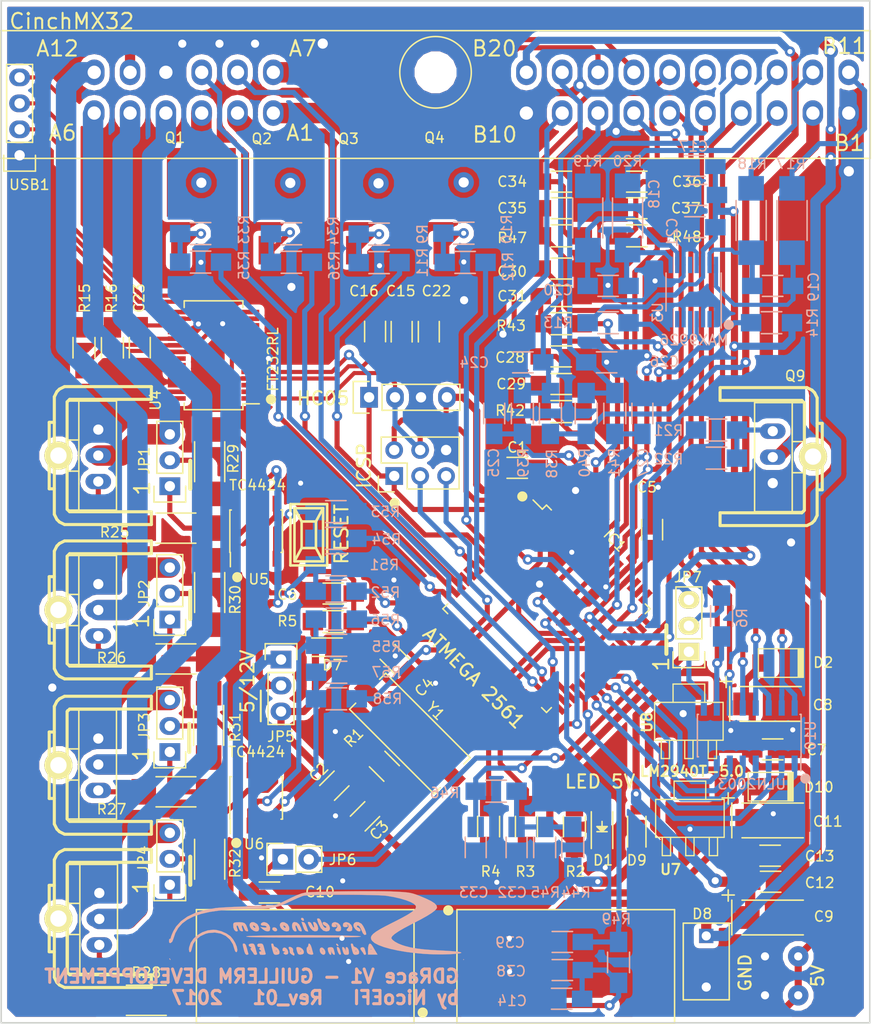
<source format=kicad_pcb>
(kicad_pcb (version 20171130) (host pcbnew "(5.0.0)")
  (layers (0 F.Cu signal) (31 B.Cu signal) (34 B.Paste user) (35 F.Paste user) (36 B.SilkS user) (37 F.SilkS user) (38 B.Mask user) (39 F.Mask user) (44 Edge.Cuts user))
  (net 0 "")
  (net 1 "Net-(C10-Pad1)")
  (net 2 /12V)
  (net 3 "Net-(C19-Pad1)")
  (net 4 "Net-(C19-Pad2)")
  (net 5 "Net-(C20-Pad1)")
  (net 6 "Net-(C20-Pad2)")
  (net 7 /INJ3)
  (net 8 "Net-(Q2-Pad1)")
  (net 9 /INJ4)
  (net 10 "Net-(Q3-Pad1)")
  (net 11 "Net-(Q4-Pad1)")
  (net 12 "Net-(Q5-Pad1)")
  (net 13 "Net-(Q6-Pad1)")
  (net 14 "Net-(Q7-Pad1)")
  (net 15 /12VCONTACT)
  (net 16 /VR1+)
  (net 17 /VR1-)
  (net 18 /VR2-)
  (net 19 /VR2+)
  (net 20 "Net-(R29-Pad2)")
  (net 21 "Net-(R30-Pad2)")
  (net 22 "Net-(R31-Pad2)")
  (net 23 "Net-(R32-Pad2)")
  (net 24 /INJ1)
  (net 25 "Net-(Q8-Pad1)")
  (net 26 /INJ2)
  (net 27 /IGN1)
  (net 28 /IGN2)
  (net 29 /IGN3)
  (net 30 /IGN4)
  (net 31 "Net-(Q1-Pad1)")
  (net 32 /RPM)
  (net 33 /BARO)
  (net 34 /PAP)
  (net 35 /TAIR)
  (net 36 /TEAU)
  (net 37 /WBO2)
  (net 38 /USB5V)
  (net 39 "Net-(R15-Pad2)")
  (net 40 /D+)
  (net 41 /D-)
  (net 42 /5V)
  (net 43 /VarLaunch)
  (net 44 "Net-(JP1-Pad1)")
  (net 45 "Net-(JP2-Pad1)")
  (net 46 "Net-(JP2-Pad2)")
  (net 47 "Net-(JP3-Pad1)")
  (net 48 "Net-(JP5-Pad2)")
  (net 49 "Net-(JP1-Pad2)")
  (net 50 "Net-(JP3-Pad2)")
  (net 51 "Net-(JP4-Pad1)")
  (net 52 "Net-(JP4-Pad2)")
  (net 53 GND)
  (net 54 /XTAL2)
  (net 55 /XTAL1)
  (net 56 /RESET)
  (net 57 "Net-(D1-Pad2)")
  (net 58 /RX0)
  (net 59 /TX0)
  (net 60 /SCK)
  (net 61 /SCL)
  (net 62 /SDA)
  (net 63 /VVT_CPU)
  (net 64 /INJ4_CPU)
  (net 65 /INJ3_CPU)
  (net 66 /INJ2_CPU)
  (net 67 /INJ1_CPU)
  (net 68 /IGN1_CPU)
  (net 69 /IGN2_CPU)
  (net 70 /IGN3_CPU)
  (net 71 /IGN4_CPU)
  (net 72 /RPM_CPU)
  (net 73 /CAM_CPU)
  (net 74 /LAUNCH_CPU)
  (net 75 /FLEX_CPU)
  (net 76 /SW3_CPU)
  (net 77 /FUEL_CPU)
  (net 78 /FAN_CPU)
  (net 79 /TACHO_CPU)
  (net 80 /OUT5_CPU)
  (net 81 /BATTERY_REF_CPU)
  (net 82 /MAP_CPU)
  (net 83 /TPS_CPU)
  (net 84 /CLT_CPU)
  (net 85 /IAT_CPU)
  (net 86 /BARO_CPU)
  (net 87 /VAR_CPU)
  (net 88 /OUT4)
  (net 89 /OUT5)
  (net 90 /VVT)
  (net 91 /MAP)
  (net 92 /OUT4_CPU)
  (net 93 /FUEL)
  (net 94 /FAN)
  (net 95 /WBO2_CPU)
  (net 96 "Net-(C32-Pad1)")
  (net 97 "Net-(Q9-Pad1)")
  (net 98 /5VSENSOR)
  (net 99 "Net-(JP7-Pad2)")
  (net 100 "Net-(R51-Pad2)")
  (net 101 "Net-(R53-Pad1)")
  (net 102 "Net-(R55-Pad2)")
  (net 103 "Net-(R57-Pad1)")
  (net 104 "Net-(C23-Pad2)")
  (module NicoEfi_librairie:VND5N07 (layer F.Cu) (at 87.76029 109.606448)
    (fp_text reference Q4 (at -2.86029 -6.706448) (layer F.SilkS))
    (fp_text value VND5N07)
    (pad 3 smd rect (at 2.18 4.3) (size 1.55 2.78) (layers F.Cu F.Paste F.Mask) (net 53 GND))
    (pad 2 smd rect (at 0 -2.335) (size 6.74 6.73) (layers F.Cu F.Paste F.Mask) (net 9 /INJ4))
    (pad 1 smd rect (at -2.18 4.3) (size 1.55 2.78) (layers F.Cu F.Paste F.Mask) (net 11 "Net-(Q4-Pad1)"))
  )
  (module Wire_Pads:SolderWirePad_single_0-8mmDrill (layer F.Cu) (at 67.34 93.7)
    (fp_text reference P4 hide)
    (fp_text value CONN_01X01 hide)
    (pad 1 thru_hole circle (at 0 0) (size 1.99898 1.99898) (drill 0.8001) (layers *.Cu *.Mask) (net 53 GND))
  )
  (module Wire_Pads:SolderWirePad_single_0-8mmDrill (layer F.Cu) (at 63.86 93.7)
    (fp_text reference P4 hide)
    (fp_text value CONN_01X01 hide)
    (pad 1 thru_hole circle (at 0 0) (size 1.99898 1.99898) (drill 0.8001) (layers *.Cu *.Mask) (net 53 GND))
  )
  (module Wire_Pads:SolderWirePad_single_0-8mmDrill (layer F.Cu) (at 60.22 93.7)
    (fp_text reference P4 hide)
    (fp_text value CONN_01X01 hide)
    (pad 1 thru_hole circle (at 0 0) (size 1.99898 1.99898) (drill 0.8001) (layers *.Cu *.Mask) (net 53 GND))
  )
  (module Resistors_SMD:R_1206_HandSoldering (layer F.Cu) (at 98.6 170.3 90)
    (fp_text reference R2 (at -4.4 0.1 180) (layer F.SilkS))
    (fp_text value 1k)
    (pad 1 smd rect (at -2 0 90) (size 2 1.7) (layers F.Cu F.Paste F.Mask) (net 42 /5V))
    (pad 2 smd rect (at 2 0 90) (size 2 1.7) (layers F.Cu F.Paste F.Mask) (net 57 "Net-(D1-Pad2)"))
  )
  (module Capacitors_SMD:C_1206_HandSoldering (layer F.Cu) (at 78.1 169.3 225)
    (fp_text reference C3 (at 0 -1.979899 225) (layer F.SilkS))
    (fp_text value 22p)
    (pad 1 smd rect (at -2.000001 0 225) (size 2 1.6) (layers F.Cu F.Paste F.Mask) (net 55 /XTAL1))
    (pad 2 smd rect (at 2.000001 0 225) (size 2 1.6) (layers F.Cu F.Paste F.Mask) (net 53 GND))
  )
  (module Capacitors_SMD:C_1206_HandSoldering (layer F.Cu) (at 106.2 141.25 90)
    (fp_text reference C5 (at 4.15 -0.5 180) (layer F.SilkS))
    (fp_text value 0.1u)
    (pad 1 smd rect (at -2 0 90) (size 2 1.6) (layers F.Cu F.Paste F.Mask) (net 42 /5V))
    (pad 2 smd rect (at 2 0 90) (size 2 1.6) (layers F.Cu F.Paste F.Mask) (net 53 GND))
  )
  (module Capacitors_SMD:C_1206_HandSoldering (layer B.Cu) (at 97.35 187.15 180)
    (fp_text reference C14 (at 4.85 -0.2) (layer B.SilkS) (effects (justify mirror)))
    (fp_text value 470p)
    (pad 1 smd rect (at -2 0 180) (size 2 1.6) (layers B.Cu B.Paste B.Mask) (net 33 /BARO))
    (pad 2 smd rect (at 2 0 180) (size 2 1.6) (layers B.Cu B.Paste B.Mask) (net 53 GND))
  )
  (module Resistors_SMD:R_1206_HandSoldering (layer B.Cu) (at 102.917499 183.591357 270)
    (fp_text reference R49 (at -4.241357 0.217499) (layer B.SilkS) (effects (justify mirror)))
    (fp_text value 470R)
    (pad 1 smd rect (at -2 0 270) (size 2 1.7) (layers B.Cu B.Paste B.Mask) (net 86 /BARO_CPU))
    (pad 2 smd rect (at 2 0 270) (size 2 1.7) (layers B.Cu B.Paste B.Mask) (net 33 /BARO))
  )
  (module Capacitors_SMD:C_1206_HandSoldering (layer B.Cu) (at 97.417499 181.591357 180)
    (fp_text reference C39 (at 5.117499 -0.058643) (layer B.SilkS) (effects (justify mirror)))
    (fp_text value 0.22u)
    (pad 1 smd rect (at -2 0 180) (size 2 1.6) (layers B.Cu B.Paste B.Mask) (net 86 /BARO_CPU))
    (pad 2 smd rect (at 2 0 180) (size 2 1.6) (layers B.Cu B.Paste B.Mask) (net 53 GND))
  )
  (module Capacitors_SMD:C_1206_HandSoldering (layer B.Cu) (at 97.417499 184.341357 180)
    (fp_text reference C38 (at 5.017499 -0.108643) (layer B.SilkS) (effects (justify mirror)))
    (fp_text value 0.1u)
    (pad 1 smd rect (at -2 0 180) (size 2 1.6) (layers B.Cu B.Paste B.Mask) (net 33 /BARO))
    (pad 2 smd rect (at 2 0 180) (size 2 1.6) (layers B.Cu B.Paste B.Mask) (net 53 GND))
  )
  (module Wire_Pads:SolderWirePad_2x_0-8mmDrill (layer F.Cu) (at 117.25 184.905 90)
    (fp_text reference P2 hide)
    (fp_text value CONN_01X01 hide)
    (pad 1 thru_hole circle (at -1.905 0 90) (size 1.99898 1.99898) (drill 0.8001) (layers *.Cu *.Mask) (net 53 GND))
    (pad 1 thru_hole circle (at 1.905 0 90) (size 1.99898 1.99898) (drill 0.8001) (layers *.Cu *.Mask) (net 53 GND))
  )
  (module Resistors_SMD:R_1206_HandSoldering (layer B.Cu) (at 96.25 129.880763 90)
    (fp_text reference R38 (at -4.919237 0.15 270) (layer B.SilkS) (effects (justify mirror)))
    (fp_text value 2.49k)
    (pad 1 smd rect (at -2 0 90) (size 2 1.7) (layers B.Cu B.Paste B.Mask) (net 98 /5VSENSOR))
    (pad 2 smd rect (at 2 0 90) (size 2 1.7) (layers B.Cu B.Paste B.Mask) (net 35 /TAIR))
  )
  (module Resistors_SMD:R_1206_HandSoldering (layer B.Cu) (at 93.5 129.880763 90)
    (fp_text reference R39 (at -4.819237 0.1 270) (layer B.SilkS) (effects (justify mirror)))
    (fp_text value 470R)
    (pad 1 smd rect (at -2 0 90) (size 2 1.7) (layers B.Cu B.Paste B.Mask) (net 85 /IAT_CPU))
    (pad 2 smd rect (at 2 0 90) (size 2 1.7) (layers B.Cu B.Paste B.Mask) (net 35 /TAIR))
  )
  (module Capacitors_SMD:C_1206_HandSoldering (layer B.Cu) (at 90.75 129.880763 90)
    (fp_text reference C25 (at -4.819237 -0.05 270) (layer B.SilkS) (effects (justify mirror)))
    (fp_text value 0.22u)
    (pad 1 smd rect (at -2 0 90) (size 2 1.6) (layers B.Cu B.Paste B.Mask) (net 85 /IAT_CPU))
    (pad 2 smd rect (at 2 0 90) (size 2 1.6) (layers B.Cu B.Paste B.Mask) (net 53 GND))
  )
  (module Capacitors_SMD:C_1206_HandSoldering (layer B.Cu) (at 93.550713 124.880763 180)
    (fp_text reference C24 (at 4.750713 -0.019237 180) (layer B.SilkS) (effects (justify mirror)))
    (fp_text value 0.1u)
    (pad 1 smd rect (at -2 0 180) (size 2 1.6) (layers B.Cu B.Paste B.Mask) (net 35 /TAIR))
    (pad 2 smd rect (at 2 0 180) (size 2 1.6) (layers B.Cu B.Paste B.Mask) (net 53 GND))
  )
  (module Capacitors_SMD:C_1206_HandSoldering (layer B.Cu) (at 101.75 124.880763)
    (fp_text reference C26 (at 5.65 -0.080763) (layer B.SilkS) (effects (justify mirror)))
    (fp_text value 0.1u)
    (pad 1 smd rect (at -2 0) (size 2 1.6) (layers B.Cu B.Paste B.Mask) (net 36 /TEAU))
    (pad 2 smd rect (at 2 0) (size 2 1.6) (layers B.Cu B.Paste B.Mask) (net 53 GND))
  )
  (module Resistors_SMD:R_1206_HandSoldering (layer B.Cu) (at 99.75 129.880763 90)
    (fp_text reference R40 (at -4.819237 -0.15 270) (layer B.SilkS) (effects (justify mirror)))
    (fp_text value 2.49k)
    (pad 1 smd rect (at -2 0 90) (size 2 1.7) (layers B.Cu B.Paste B.Mask) (net 98 /5VSENSOR))
    (pad 2 smd rect (at 2 0 90) (size 2 1.7) (layers B.Cu B.Paste B.Mask) (net 36 /TEAU))
  )
  (module Capacitors_SMD:C_1206_HandSoldering (layer B.Cu) (at 105.25 129.880763 90)
    (fp_text reference C27 (at -4.819237 0.05 270) (layer B.SilkS) (effects (justify mirror)))
    (fp_text value 0.22u)
    (pad 1 smd rect (at -2 0 90) (size 2 1.6) (layers B.Cu B.Paste B.Mask) (net 84 /CLT_CPU))
    (pad 2 smd rect (at 2 0 90) (size 2 1.6) (layers B.Cu B.Paste B.Mask) (net 53 GND))
  )
  (module Resistors_SMD:R_1206_HandSoldering (layer B.Cu) (at 102.550713 129.880763 90)
    (fp_text reference R41 (at -4.819237 -0.050713 270) (layer B.SilkS) (effects (justify mirror)))
    (fp_text value 470R)
    (pad 1 smd rect (at -2 0 90) (size 2 1.7) (layers B.Cu B.Paste B.Mask) (net 84 /CLT_CPU))
    (pad 2 smd rect (at 2 0 90) (size 2 1.7) (layers B.Cu B.Paste B.Mask) (net 36 /TEAU))
  )
  (module Pin_Headers:Pin_Header_Straight_2x03 (layer F.Cu) (at 80.96 136 90)
    (fp_text reference P1 hide)
    (fp_text value SPI hide)
    (pad 1 thru_hole rect (at 0 0 90) (size 1.7272 1.7272) (drill 1.016) (layers *.Cu *.Mask) (net 59 /TX0))
    (pad 2 thru_hole oval (at 2.54 0 90) (size 1.7272 1.7272) (drill 1.016) (layers *.Cu *.Mask) (net 42 /5V))
    (pad 3 thru_hole oval (at 0 2.54 90) (size 1.7272 1.7272) (drill 1.016) (layers *.Cu *.Mask) (net 60 /SCK))
    (pad 4 thru_hole oval (at 2.54 2.54 90) (size 1.7272 1.7272) (drill 1.016) (layers *.Cu *.Mask) (net 58 /RX0))
    (pad 5 thru_hole oval (at 0 5.08 90) (size 1.7272 1.7272) (drill 1.016) (layers *.Cu *.Mask) (net 56 /RESET))
    (pad 6 thru_hole oval (at 2.54 5.08 90) (size 1.7272 1.7272) (drill 1.016) (layers *.Cu *.Mask) (net 53 GND))
  )
  (module Housings_QFP:TQFP-64_14x14mm_Pitch0.8mm (layer F.Cu) (at 95.863099 148.990812 315)
    (fp_text reference IC1 (at 0 -9.45 315) (layer F.SilkS))
    (fp_text value ATMEGA2561-A_V2)
    (pad 1 smd rect (at -7.7 -6 315) (size 1.5 0.55) (layers F.Cu F.Paste F.Mask))
    (pad 2 smd rect (at -7.7 -5.2 315) (size 1.5 0.55) (layers F.Cu F.Paste F.Mask) (net 58 /RX0))
    (pad 3 smd rect (at -7.7 -4.4 315) (size 1.5 0.55) (layers F.Cu F.Paste F.Mask) (net 59 /TX0))
    (pad 4 smd rect (at -7.7 -3.6 315) (size 1.5 0.55) (layers F.Cu F.Paste F.Mask))
    (pad 5 smd rect (at -7.7 -2.8 315) (size 1.5 0.55) (layers F.Cu F.Paste F.Mask))
    (pad 6 smd rect (at -7.7 -2 315) (size 1.5 0.55) (layers F.Cu F.Paste F.Mask) (net 63 /VVT_CPU))
    (pad 7 smd rect (at -7.7 -1.2 315) (size 1.5 0.55) (layers F.Cu F.Paste F.Mask))
    (pad 8 smd rect (at -7.7 -0.4 315) (size 1.5 0.55) (layers F.Cu F.Paste F.Mask) (net 64 /INJ4_CPU))
    (pad 9 smd rect (at -7.7 0.4 315) (size 1.5 0.55) (layers F.Cu F.Paste F.Mask) (net 65 /INJ3_CPU))
    (pad 10 smd rect (at -7.7 1.2 315) (size 1.5 0.55) (layers F.Cu F.Paste F.Mask))
    (pad 11 smd rect (at -7.7 2 315) (size 1.5 0.55) (layers F.Cu F.Paste F.Mask) (net 60 /SCK))
    (pad 12 smd rect (at -7.7 2.8 315) (size 1.5 0.55) (layers F.Cu F.Paste F.Mask))
    (pad 13 smd rect (at -7.7 3.6 315) (size 1.5 0.55) (layers F.Cu F.Paste F.Mask))
    (pad 14 smd rect (at -7.7 4.4 315) (size 1.5 0.55) (layers F.Cu F.Paste F.Mask) (net 66 /INJ2_CPU))
    (pad 15 smd rect (at -7.7 5.2 315) (size 1.5 0.55) (layers F.Cu F.Paste F.Mask) (net 67 /INJ1_CPU))
    (pad 16 smd rect (at -7.7 6 315) (size 1.5 0.55) (layers F.Cu F.Paste F.Mask) (net 69 /IGN2_CPU))
    (pad 17 smd rect (at -6 7.7 45) (size 1.5 0.55) (layers F.Cu F.Paste F.Mask) (net 68 /IGN1_CPU))
    (pad 18 smd rect (at -5.2 7.7 45) (size 1.5 0.55) (layers F.Cu F.Paste F.Mask) (net 70 /IGN3_CPU))
    (pad 19 smd rect (at -4.4 7.7 45) (size 1.5 0.55) (layers F.Cu F.Paste F.Mask) (net 71 /IGN4_CPU))
    (pad 20 smd rect (at -3.6 7.7 45) (size 1.5 0.55) (layers F.Cu F.Paste F.Mask) (net 56 /RESET))
    (pad 21 smd rect (at -2.8 7.7 45) (size 1.5 0.55) (layers F.Cu F.Paste F.Mask) (net 42 /5V))
    (pad 22 smd rect (at -2 7.7 45) (size 1.5 0.55) (layers F.Cu F.Paste F.Mask) (net 53 GND))
    (pad 23 smd rect (at -1.2 7.7 45) (size 1.5 0.55) (layers F.Cu F.Paste F.Mask) (net 54 /XTAL2))
    (pad 24 smd rect (at -0.4 7.7 45) (size 1.5 0.55) (layers F.Cu F.Paste F.Mask) (net 55 /XTAL1))
    (pad 25 smd rect (at 0.4 7.7 45) (size 1.5 0.55) (layers F.Cu F.Paste F.Mask) (net 61 /SCL))
    (pad 26 smd rect (at 1.2 7.7 45) (size 1.5 0.55) (layers F.Cu F.Paste F.Mask) (net 62 /SDA))
    (pad 27 smd rect (at 2 7.7 45) (size 1.5 0.55) (layers F.Cu F.Paste F.Mask) (net 72 /RPM_CPU))
    (pad 28 smd rect (at 2.8 7.7 45) (size 1.5 0.55) (layers F.Cu F.Paste F.Mask) (net 73 /CAM_CPU))
    (pad 29 smd rect (at 3.6 7.7 45) (size 1.5 0.55) (layers F.Cu F.Paste F.Mask))
    (pad 30 smd rect (at 4.4 7.7 45) (size 1.5 0.55) (layers F.Cu F.Paste F.Mask))
    (pad 31 smd rect (at 5.2 7.7 45) (size 1.5 0.55) (layers F.Cu F.Paste F.Mask))
    (pad 32 smd rect (at 6 7.7 45) (size 1.5 0.55) (layers F.Cu F.Paste F.Mask))
    (pad 33 smd rect (at 7.7 6 315) (size 1.5 0.55) (layers F.Cu F.Paste F.Mask) (net 74 /LAUNCH_CPU))
    (pad 34 smd rect (at 7.7 5.2 315) (size 1.5 0.55) (layers F.Cu F.Paste F.Mask) (net 75 /FLEX_CPU))
    (pad 35 smd rect (at 7.7 4.4 315) (size 1.5 0.55) (layers F.Cu F.Paste F.Mask) (net 76 /SW3_CPU))
    (pad 36 smd rect (at 7.7 3.6 315) (size 1.5 0.55) (layers F.Cu F.Paste F.Mask) (net 77 /FUEL_CPU))
    (pad 37 smd rect (at 7.7 2.8 315) (size 1.5 0.55) (layers F.Cu F.Paste F.Mask) (net 78 /FAN_CPU))
    (pad 38 smd rect (at 7.7 2 315) (size 1.5 0.55) (layers F.Cu F.Paste F.Mask) (net 92 /OUT4_CPU))
    (pad 39 smd rect (at 7.7 1.2 315) (size 1.5 0.55) (layers F.Cu F.Paste F.Mask) (net 80 /OUT5_CPU))
    (pad 40 smd rect (at 7.7 0.4 315) (size 1.5 0.55) (layers F.Cu F.Paste F.Mask) (net 79 /TACHO_CPU))
    (pad 41 smd rect (at 7.7 -0.4 315) (size 1.5 0.55) (layers F.Cu F.Paste F.Mask))
    (pad 42 smd rect (at 7.7 -1.2 315) (size 1.5 0.55) (layers F.Cu F.Paste F.Mask))
    (pad 43 smd rect (at 7.7 -2 315) (size 1.5 0.55) (layers F.Cu F.Paste F.Mask))
    (pad 44 smd rect (at 7.7 -2.8 315) (size 1.5 0.55) (layers F.Cu F.Paste F.Mask))
    (pad 45 smd rect (at 7.7 -3.6 315) (size 1.5 0.55) (layers F.Cu F.Paste F.Mask))
    (pad 46 smd rect (at 7.7 -4.4 315) (size 1.5 0.55) (layers F.Cu F.Paste F.Mask))
    (pad 47 smd rect (at 7.7 -5.2 315) (size 1.5 0.55) (layers F.Cu F.Paste F.Mask))
    (pad 48 smd rect (at 7.7 -6 315) (size 1.5 0.55) (layers F.Cu F.Paste F.Mask))
    (pad 49 smd rect (at 6 -7.7 45) (size 1.5 0.55) (layers F.Cu F.Paste F.Mask))
    (pad 50 smd rect (at 5.2 -7.7 45) (size 1.5 0.55) (layers F.Cu F.Paste F.Mask))
    (pad 51 smd rect (at 4.4 -7.7 45) (size 1.5 0.55) (layers F.Cu F.Paste F.Mask))
    (pad 52 smd rect (at 3.6 -7.7 45) (size 1.5 0.55) (layers F.Cu F.Paste F.Mask) (net 42 /5V))
    (pad 53 smd rect (at 2.8 -7.7 45) (size 1.5 0.55) (layers F.Cu F.Paste F.Mask) (net 53 GND))
    (pad 54 smd rect (at 2 -7.7 45) (size 1.5 0.55) (layers F.Cu F.Paste F.Mask) (net 86 /BARO_CPU))
    (pad 55 smd rect (at 1.2 -7.7 45) (size 1.5 0.55) (layers F.Cu F.Paste F.Mask) (net 87 /VAR_CPU))
    (pad 56 smd rect (at 0.4 -7.7 45) (size 1.5 0.55) (layers F.Cu F.Paste F.Mask) (net 95 /WBO2_CPU))
    (pad 57 smd rect (at -0.4 -7.7 45) (size 1.5 0.55) (layers F.Cu F.Paste F.Mask) (net 81 /BATTERY_REF_CPU))
    (pad 58 smd rect (at -1.2 -7.7 45) (size 1.5 0.55) (layers F.Cu F.Paste F.Mask) (net 82 /MAP_CPU))
    (pad 59 smd rect (at -2 -7.7 45) (size 1.5 0.55) (layers F.Cu F.Paste F.Mask) (net 83 /TPS_CPU))
    (pad 60 smd rect (at -2.8 -7.7 45) (size 1.5 0.55) (layers F.Cu F.Paste F.Mask) (net 84 /CLT_CPU))
    (pad 61 smd rect (at -3.6 -7.7 45) (size 1.5 0.55) (layers F.Cu F.Paste F.Mask) (net 85 /IAT_CPU))
    (pad 62 smd rect (at -4.4 -7.7 45) (size 1.5 0.55) (layers F.Cu F.Paste F.Mask))
    (pad 63 smd rect (at -5.2 -7.7 45) (size 1.5 0.55) (layers F.Cu F.Paste F.Mask) (net 53 GND))
    (pad 64 smd rect (at -6 -7.7 45) (size 1.5 0.55) (layers F.Cu F.Paste F.Mask) (net 42 /5V))
  )
  (module Capacitors_SMD:C_1206_HandSoldering (layer F.Cu) (at 68.75 176.75)
    (fp_text reference C10 (at 4.95 -0.05) (layer F.SilkS))
    (fp_text value 470p)
    (pad 1 smd rect (at -2 0) (size 2 1.6) (layers F.Cu F.Paste F.Mask) (net 1 "Net-(C10-Pad1)"))
    (pad 2 smd rect (at 2 0) (size 2 1.6) (layers F.Cu F.Paste F.Mask) (net 53 GND))
  )
  (module Capacitors_SMD:C_1206_HandSoldering (layer F.Cu) (at 117.8 175.7)
    (fp_text reference C12 (at 4.8 0.1 180) (layer F.SilkS))
    (fp_text value 0.1u)
    (pad 1 smd rect (at -2 0) (size 2 1.6) (layers F.Cu F.Paste F.Mask) (net 15 /12VCONTACT))
    (pad 2 smd rect (at 2 0) (size 2 1.6) (layers F.Cu F.Paste F.Mask) (net 53 GND))
  )
  (module Capacitors_SMD:C_1206_HandSoldering (layer F.Cu) (at 117.75 173.15)
    (fp_text reference C13 (at 4.85 0.05 180) (layer F.SilkS))
    (fp_text value 0.1u)
    (pad 1 smd rect (at -2 0) (size 2 1.6) (layers F.Cu F.Paste F.Mask) (net 42 /5V))
    (pad 2 smd rect (at 2 0) (size 2 1.6) (layers F.Cu F.Paste F.Mask) (net 53 GND))
  )
  (module Capacitors_SMD:C_1206_HandSoldering (layer B.Cu) (at 110.392107 105.654767 180)
    (fp_text reference C17 (at 0.142107 1.904767 180) (layer B.SilkS) (effects (justify mirror)))
    (fp_text value 1u)
    (pad 1 smd rect (at -2 0 180) (size 2 1.6) (layers B.Cu B.Paste B.Mask) (net 42 /5V))
    (pad 2 smd rect (at 2 0 180) (size 2 1.6) (layers B.Cu B.Paste B.Mask) (net 53 GND))
  )
  (module Capacitors_SMD:C_1206_HandSoldering (layer B.Cu) (at 110.55 108.5 180)
    (fp_text reference C18 (at 4.15 0.1 90) (layer B.SilkS) (effects (justify mirror)))
    (fp_text value 0.1u)
    (pad 1 smd rect (at -2 0 180) (size 2 1.6) (layers B.Cu B.Paste B.Mask) (net 42 /5V))
    (pad 2 smd rect (at 2 0 180) (size 2 1.6) (layers B.Cu B.Paste B.Mask) (net 53 GND))
  )
  (module Capacitors_SMD:C_1206_HandSoldering (layer B.Cu) (at 118 117.4)
    (fp_text reference C19 (at 4 0.1 270) (layer B.SilkS) (effects (justify mirror)))
    (fp_text value 1n)
    (pad 1 smd rect (at -2 0) (size 2 1.6) (layers B.Cu B.Paste B.Mask) (net 3 "Net-(C19-Pad1)"))
    (pad 2 smd rect (at 2 0) (size 2 1.6) (layers B.Cu B.Paste B.Mask) (net 4 "Net-(C19-Pad2)"))
  )
  (module Capacitors_SMD:C_1206_HandSoldering (layer B.Cu) (at 101.892107 117.4)
    (fp_text reference C20 (at -4.892107 0.4) (layer B.SilkS) (effects (justify mirror)))
    (fp_text value 1n)
    (pad 1 smd rect (at -2 0) (size 2 1.6) (layers B.Cu B.Paste B.Mask) (net 5 "Net-(C20-Pad1)"))
    (pad 2 smd rect (at 2 0) (size 2 1.6) (layers B.Cu B.Paste B.Mask) (net 6 "Net-(C20-Pad2)"))
  )
  (module Capacitors_SMD:C_1206_HandSoldering (layer B.Cu) (at 110.392107 111.654767 180)
    (fp_text reference C21 (at 2.222107 -0.515233 90) (layer B.SilkS) (effects (justify mirror)))
    (fp_text value 0.01u)
    (pad 1 smd rect (at -2 0 180) (size 2 1.6) (layers B.Cu B.Paste B.Mask) (net 42 /5V))
    (pad 2 smd rect (at 2 0 180) (size 2 1.6) (layers B.Cu B.Paste B.Mask) (net 53 GND))
  )
  (module TO_SOT_Packages_THT:TO-220_Neutral123_Vertical (layer F.Cu) (at 52 134 90)
    (fp_text reference Q5 (at 0 -4 90) (layer F.SilkS))
    (fp_text value BIP373)
    (pad 2 thru_hole oval (at 0 0 180) (size 2.49936 1.50114) (drill 1.00076) (layers *.Cu *.Mask) (net 27 /IGN1))
    (pad 1 thru_hole oval (at -2.54 0 180) (size 2.49936 1.50114) (drill 1.00076) (layers *.Cu *.Mask) (net 12 "Net-(Q5-Pad1)"))
    (pad 3 thru_hole oval (at 2.54 0 180) (size 2.49936 1.50114) (drill 1.00076) (layers *.Cu *.Mask) (net 53 GND))
  )
  (module TO_SOT_Packages_THT:TO-220_Neutral123_Vertical (layer F.Cu) (at 52 149.113333 90)
    (fp_text reference Q6 (at 0 -4 90) (layer F.SilkS))
    (fp_text value BIP373 hide)
    (pad 2 thru_hole oval (at 0 0 180) (size 2.49936 1.50114) (drill 1.00076) (layers *.Cu *.Mask) (net 28 /IGN2))
    (pad 1 thru_hole oval (at -2.54 0 180) (size 2.49936 1.50114) (drill 1.00076) (layers *.Cu *.Mask) (net 13 "Net-(Q6-Pad1)"))
    (pad 3 thru_hole oval (at 2.54 0 180) (size 2.49936 1.50114) (drill 1.00076) (layers *.Cu *.Mask) (net 53 GND))
  )
  (module TO_SOT_Packages_THT:TO-220_Neutral123_Vertical (layer F.Cu) (at 52 164.226666 90)
    (fp_text reference Q7 (at 0.04 -4 90) (layer F.SilkS))
    (fp_text value BIP373)
    (pad 2 thru_hole oval (at 0 0 180) (size 2.49936 1.50114) (drill 1.00076) (layers *.Cu *.Mask) (net 29 /IGN3))
    (pad 1 thru_hole oval (at -2.54 0 180) (size 2.49936 1.50114) (drill 1.00076) (layers *.Cu *.Mask) (net 14 "Net-(Q7-Pad1)"))
    (pad 3 thru_hole oval (at 2.54 0 180) (size 2.49936 1.50114) (drill 1.00076) (layers *.Cu *.Mask) (net 53 GND))
  )
  (module Resistors_SMD:R_1206_HandSoldering (layer B.Cu) (at 101.892107 121)
    (fp_text reference R13 (at -4.892107 0) (layer B.SilkS) (effects (justify mirror)))
    (fp_text value 10k)
    (pad 1 smd rect (at -2 0) (size 2 1.7) (layers B.Cu B.Paste B.Mask) (net 42 /5V))
    (pad 2 smd rect (at 2 0) (size 2 1.7) (layers B.Cu B.Paste B.Mask) (net 72 /RPM_CPU))
  )
  (module Resistors_SMD:R_1206_HandSoldering (layer B.Cu) (at 117.892107 121 180)
    (fp_text reference R14 (at -4.007893 0 90) (layer B.SilkS) (effects (justify mirror)))
    (fp_text value 10k)
    (pad 1 smd rect (at -2 0 180) (size 2 1.7) (layers B.Cu B.Paste B.Mask) (net 42 /5V))
    (pad 2 smd rect (at 2 0 180) (size 2 1.7) (layers B.Cu B.Paste B.Mask) (net 73 /CAM_CPU))
  )
  (module Resistors_SMD:R_2010_HandSoldering (layer B.Cu) (at 119.892107 111.004767 270)
    (fp_text reference R17 (at -5.55 0.1) (layer B.SilkS) (effects (justify mirror)))
    (fp_text value 10k)
    (pad 1 smd rect (at -3.15 0 270) (size 2.4 2.5) (layers B.Cu B.Paste B.Mask) (net 19 /VR2+))
    (pad 2 smd rect (at 3.15 0 270) (size 2.4 2.5) (layers B.Cu B.Paste B.Mask) (net 4 "Net-(C19-Pad2)"))
  )
  (module Resistors_SMD:R_2010_HandSoldering (layer B.Cu) (at 115.892107 111 270)
    (fp_text reference R18 (at -5.55 -0.1 180) (layer B.SilkS) (effects (justify mirror)))
    (fp_text value 10k)
    (pad 1 smd rect (at -3.15 0 270) (size 2.4 2.5) (layers B.Cu B.Paste B.Mask) (net 18 /VR2-))
    (pad 2 smd rect (at 3.15 0 270) (size 2.4 2.5) (layers B.Cu B.Paste B.Mask) (net 3 "Net-(C19-Pad1)"))
  )
  (module Resistors_SMD:R_2010_HandSoldering (layer B.Cu) (at 99.9 110.75 270)
    (fp_text reference R19 (at -5.55 0 180) (layer B.SilkS) (effects (justify mirror)))
    (fp_text value 10k)
    (pad 1 smd rect (at -3.15 0 270) (size 2.4 2.5) (layers B.Cu B.Paste B.Mask) (net 17 /VR1-))
    (pad 2 smd rect (at 3.15 0 270) (size 2.4 2.5) (layers B.Cu B.Paste B.Mask) (net 5 "Net-(C20-Pad1)"))
  )
  (module Resistors_SMD:R_2010_HandSoldering (layer B.Cu) (at 103.8 110.75 270)
    (fp_text reference R20 (at -5.55 0 180) (layer B.SilkS) (effects (justify mirror)))
    (fp_text value 10k)
    (pad 1 smd rect (at -3.15 0 270) (size 2.4 2.5) (layers B.Cu B.Paste B.Mask) (net 16 /VR1+))
    (pad 2 smd rect (at 3.15 0 270) (size 2.4 2.5) (layers B.Cu B.Paste B.Mask) (net 6 "Net-(C20-Pad2)"))
  )
  (module Housings_SSOP:QSOP-16_3.9x4.9mm_Pitch0.635mm (layer B.Cu) (at 110.237807 118.000467 90)
    (fp_text reference U3 (at -1.999533 -3.487807 90) (layer B.SilkS) (effects (justify mirror)))
    (fp_text value MAX9926 (at -4.699533 0.062193 180) (layer B.SilkS) (effects (justify mirror)))
    (pad 1 smd rect (at -2.6543 2.2225 90) (size 1.6 0.41) (layers B.Cu B.Paste B.Mask) (net 53 GND))
    (pad 2 smd rect (at -2.6543 1.5875 90) (size 1.6 0.41) (layers B.Cu B.Paste B.Mask))
    (pad 3 smd rect (at -2.6543 0.9525 90) (size 1.6 0.41) (layers B.Cu B.Paste B.Mask) (net 53 GND))
    (pad 4 smd rect (at -2.6543 0.3175 90) (size 1.6 0.41) (layers B.Cu B.Paste B.Mask) (net 73 /CAM_CPU))
    (pad 5 smd rect (at -2.6543 -0.3175 90) (size 1.6 0.41) (layers B.Cu B.Paste B.Mask) (net 72 /RPM_CPU))
    (pad 6 smd rect (at -2.6543 -0.9525 90) (size 1.6 0.41) (layers B.Cu B.Paste B.Mask) (net 53 GND))
    (pad 7 smd rect (at -2.6543 -1.5875 90) (size 1.6 0.41) (layers B.Cu B.Paste B.Mask))
    (pad 8 smd rect (at -2.6543 -2.2225 90) (size 1.6 0.41) (layers B.Cu B.Paste B.Mask) (net 53 GND))
    (pad 9 smd rect (at 2.6543 -2.2225 90) (size 1.6 0.41) (layers B.Cu B.Paste B.Mask) (net 6 "Net-(C20-Pad2)"))
    (pad 10 smd rect (at 2.6543 -1.5875 90) (size 1.6 0.41) (layers B.Cu B.Paste B.Mask) (net 5 "Net-(C20-Pad1)"))
    (pad 11 smd rect (at 2.6543 -0.9525 90) (size 1.6 0.41) (layers B.Cu B.Paste B.Mask) (net 53 GND))
    (pad 12 smd rect (at 2.6543 -0.3175 90) (size 1.6 0.41) (layers B.Cu B.Paste B.Mask))
    (pad 13 smd rect (at 2.6543 0.3175 90) (size 1.6 0.41) (layers B.Cu B.Paste B.Mask) (net 53 GND))
    (pad 14 smd rect (at 2.6543 0.9525 90) (size 1.6 0.41) (layers B.Cu B.Paste B.Mask) (net 42 /5V))
    (pad 15 smd rect (at 2.6543 1.5875 90) (size 1.6 0.41) (layers B.Cu B.Paste B.Mask) (net 3 "Net-(C19-Pad1)"))
    (pad 16 smd rect (at 2.6543 2.2225 90) (size 1.6 0.41) (layers B.Cu B.Paste B.Mask) (net 4 "Net-(C19-Pad2)"))
  )
  (module Housings_SOIC:SOIC-8_3.9x4.9mm_Pitch1.27mm (layer F.Cu) (at 67.45 141.4 90)
    (fp_text reference U5 (at -4.7 0.25) (layer F.SilkS))
    (fp_text value TC4424 (at 4.5 0.15 180) (layer F.SilkS))
    (pad 1 smd rect (at -2.7 -1.905 90) (size 1.55 0.6) (layers F.Cu F.Paste F.Mask))
    (pad 2 smd rect (at -2.7 -0.635 90) (size 1.55 0.6) (layers F.Cu F.Paste F.Mask) (net 100 "Net-(R51-Pad2)"))
    (pad 3 smd rect (at -2.7 0.635 90) (size 1.55 0.6) (layers F.Cu F.Paste F.Mask) (net 53 GND))
    (pad 4 smd rect (at -2.7 1.905 90) (size 1.55 0.6) (layers F.Cu F.Paste F.Mask) (net 101 "Net-(R53-Pad1)"))
    (pad 5 smd rect (at 2.7 1.905 90) (size 1.55 0.6) (layers F.Cu F.Paste F.Mask) (net 21 "Net-(R30-Pad2)"))
    (pad 6 smd rect (at 2.7 0.635 90) (size 1.55 0.6) (layers F.Cu F.Paste F.Mask) (net 48 "Net-(JP5-Pad2)"))
    (pad 7 smd rect (at 2.7 -0.635 90) (size 1.55 0.6) (layers F.Cu F.Paste F.Mask) (net 20 "Net-(R29-Pad2)"))
    (pad 8 smd rect (at 2.7 -1.905 90) (size 1.55 0.6) (layers F.Cu F.Paste F.Mask))
  )
  (module Housings_SOIC:SOIC-8_3.9x4.9mm_Pitch1.27mm (layer F.Cu) (at 67.45 167.5 90)
    (fp_text reference U6 (at -4.5 -0.2) (layer F.SilkS))
    (fp_text value TC4424 (at 4.5 0.05 180) (layer F.SilkS))
    (pad 1 smd rect (at -2.7 -1.905 90) (size 1.55 0.6) (layers F.Cu F.Paste F.Mask))
    (pad 2 smd rect (at -2.7 -0.635 90) (size 1.55 0.6) (layers F.Cu F.Paste F.Mask) (net 102 "Net-(R55-Pad2)"))
    (pad 3 smd rect (at -2.7 0.635 90) (size 1.55 0.6) (layers F.Cu F.Paste F.Mask) (net 53 GND))
    (pad 4 smd rect (at -2.7 1.905 90) (size 1.55 0.6) (layers F.Cu F.Paste F.Mask) (net 103 "Net-(R57-Pad1)"))
    (pad 5 smd rect (at 2.7 1.905 90) (size 1.55 0.6) (layers F.Cu F.Paste F.Mask) (net 23 "Net-(R32-Pad2)"))
    (pad 6 smd rect (at 2.7 0.635 90) (size 1.55 0.6) (layers F.Cu F.Paste F.Mask) (net 48 "Net-(JP5-Pad2)"))
    (pad 7 smd rect (at 2.7 -0.635 90) (size 1.55 0.6) (layers F.Cu F.Paste F.Mask) (net 22 "Net-(R31-Pad2)"))
    (pad 8 smd rect (at 2.7 -1.905 90) (size 1.55 0.6) (layers F.Cu F.Paste F.Mask))
  )
  (module NicoEfi_librairie:MPXA4250_baro (layer F.Cu) (at 97.75 184 270)
    (fp_text reference U1 hide)
    (fp_text value MPXA4250-baro hide)
    (pad 8 smd rect (at -3.81 -8.38 270) (size 1.52 2.54) (layers F.Cu F.Paste F.Mask))
    (pad 1 smd rect (at -3.81 8.38 270) (size 1.52 2.54) (layers F.Cu F.Paste F.Mask))
    (pad 7 smd rect (at -1.27 -8.38 270) (size 1.52 2.54) (layers F.Cu F.Paste F.Mask))
    (pad 2 smd rect (at -1.27 8.38 270) (size 1.52 2.54) (layers F.Cu F.Paste F.Mask) (net 98 /5VSENSOR))
    (pad 6 smd rect (at 1.27 -8.38 270) (size 1.52 2.54) (layers F.Cu F.Paste F.Mask))
    (pad 3 smd rect (at 1.27 8.38 270) (size 1.52 2.54) (layers F.Cu F.Paste F.Mask) (net 53 GND))
    (pad 5 smd rect (at 3.81 -8.38 270) (size 1.52 2.54) (layers F.Cu F.Paste F.Mask))
    (pad 4 smd rect (at 3.81 8.38 270) (size 1.52 2.54) (layers F.Cu F.Paste F.Mask) (net 33 /BARO))
  )
  (module NicoEfi_librairie:MPXA4250 (layer F.Cu) (at 72.25 184 90)
    (fp_text reference U2 hide)
    (fp_text value MPX4250 hide)
    (pad 8 smd rect (at -3.81 -8.38 90) (size 1.52 2.54) (layers F.Cu F.Paste F.Mask))
    (pad 1 smd rect (at -3.81 8.38 90) (size 1.52 2.54) (layers F.Cu F.Paste F.Mask))
    (pad 7 smd rect (at -1.27 -8.38 90) (size 1.52 2.54) (layers F.Cu F.Paste F.Mask))
    (pad 2 smd rect (at -1.27 8.38 90) (size 1.52 2.54) (layers F.Cu F.Paste F.Mask) (net 98 /5VSENSOR))
    (pad 6 smd rect (at 1.27 -8.38 90) (size 1.52 2.54) (layers F.Cu F.Paste F.Mask))
    (pad 3 smd rect (at 1.27 8.38 90) (size 1.52 2.54) (layers F.Cu F.Paste F.Mask) (net 53 GND))
    (pad 5 smd rect (at 3.81 -8.38 90) (size 1.52 2.54) (layers F.Cu F.Paste F.Mask))
    (pad 4 smd rect (at 3.81 8.38 90) (size 1.52 2.54) (layers F.Cu F.Paste F.Mask) (net 1 "Net-(C10-Pad1)"))
  )
  (module NicoEfi_librairie:VND5N07 (layer F.Cu) (at 62.084952 109.606448)
    (fp_text reference Q1 (at -2.584952 -6.706448) (layer F.SilkS))
    (fp_text value VND5N07)
    (pad 3 smd rect (at 2.18 4.3) (size 1.55 2.78) (layers F.Cu F.Paste F.Mask) (net 53 GND))
    (pad 2 smd rect (at 0 -2.335) (size 6.74 6.73) (layers F.Cu F.Paste F.Mask) (net 24 /INJ1))
    (pad 1 smd rect (at -2.18 4.3) (size 1.55 2.78) (layers F.Cu F.Paste F.Mask) (net 31 "Net-(Q1-Pad1)"))
  )
  (module TO_SOT_Packages_THT:TO-220_Neutral123_Vertical (layer F.Cu) (at 52.1 179.339999 90)
    (fp_text reference Q8 (at 0.04 -4 90) (layer F.SilkS))
    (fp_text value BIP373)
    (pad 2 thru_hole oval (at 0 0 180) (size 2.49936 1.50114) (drill 1.00076) (layers *.Cu *.Mask) (net 30 /IGN4))
    (pad 1 thru_hole oval (at -2.54 0 180) (size 2.49936 1.50114) (drill 1.00076) (layers *.Cu *.Mask) (net 25 "Net-(Q8-Pad1)"))
    (pad 3 thru_hole oval (at 2.54 0 180) (size 2.49936 1.50114) (drill 1.00076) (layers *.Cu *.Mask) (net 53 GND))
  )
  (module NicoEfi_librairie:VND5N07 (layer F.Cu) (at 70.643398 109.606448)
    (fp_text reference Q2 (at -2.643398 -6.606448) (layer F.SilkS))
    (fp_text value VND5N07)
    (pad 3 smd rect (at 2.18 4.3) (size 1.55 2.78) (layers F.Cu F.Paste F.Mask) (net 53 GND))
    (pad 2 smd rect (at 0 -2.335) (size 6.74 6.73) (layers F.Cu F.Paste F.Mask) (net 26 /INJ2))
    (pad 1 smd rect (at -2.18 4.3) (size 1.55 2.78) (layers F.Cu F.Paste F.Mask) (net 8 "Net-(Q2-Pad1)"))
  )
  (module NicoEfi_librairie:VND5N07 (layer F.Cu) (at 79.201844 109.606448)
    (fp_text reference Q3 (at -2.701844 -6.606448) (layer F.SilkS))
    (fp_text value VND5N07)
    (pad 3 smd rect (at 2.18 4.3) (size 1.55 2.78) (layers F.Cu F.Paste F.Mask) (net 53 GND))
    (pad 2 smd rect (at 0 -2.335) (size 6.74 6.73) (layers F.Cu F.Paste F.Mask) (net 7 /INJ3))
    (pad 1 smd rect (at -2.18 4.3) (size 1.55 2.78) (layers F.Cu F.Paste F.Mask) (net 10 "Net-(Q3-Pad1)"))
  )
  (module Resistors_SMD:R_1206_HandSoldering (layer B.Cu) (at 79.483078 112.331572)
    (fp_text reference R9 (at 4.25 0 270) (layer B.SilkS) (effects (justify mirror)))
    (fp_text value 100k)
    (pad 1 smd rect (at -2 0) (size 2 1.7) (layers B.Cu B.Paste B.Mask) (net 10 "Net-(Q3-Pad1)"))
    (pad 2 smd rect (at 2 0) (size 2 1.7) (layers B.Cu B.Paste B.Mask) (net 53 GND))
  )
  (module Resistors_SMD:R_1206_HandSoldering (layer B.Cu) (at 87.77029 112.243362)
    (fp_text reference R10 (at 4.2 -0.38858 270) (layer B.SilkS) (effects (justify mirror)))
    (fp_text value 100k)
    (pad 1 smd rect (at -2 0) (size 2 1.7) (layers B.Cu B.Paste B.Mask) (net 11 "Net-(Q4-Pad1)"))
    (pad 2 smd rect (at 2 0) (size 2 1.7) (layers B.Cu B.Paste B.Mask) (net 53 GND))
  )
  (module Resistors_SMD:R_1206_HandSoldering (layer B.Cu) (at 79.483078 115.122214)
    (fp_text reference R11 (at 4.25 0 270) (layer B.SilkS) (effects (justify mirror)))
    (fp_text value 1k)
    (pad 1 smd rect (at -2 0) (size 2 1.7) (layers B.Cu B.Paste B.Mask) (net 10 "Net-(Q3-Pad1)"))
    (pad 2 smd rect (at 2 0) (size 2 1.7) (layers B.Cu B.Paste B.Mask) (net 65 /INJ3_CPU))
  )
  (module Resistors_SMD:R_1206_HandSoldering (layer B.Cu) (at 87.9 115.1)
    (fp_text reference R12 (at 4.2 0.420778 270) (layer B.SilkS) (effects (justify mirror)))
    (fp_text value 1k)
    (pad 1 smd rect (at -2 0) (size 2 1.7) (layers B.Cu B.Paste B.Mask) (net 11 "Net-(Q4-Pad1)"))
    (pad 2 smd rect (at 2 0) (size 2 1.7) (layers B.Cu B.Paste B.Mask) (net 64 /INJ4_CPU))
  )
  (module Resistors_SMD:R_1206_HandSoldering (layer B.Cu) (at 62.00985 112.279292)
    (fp_text reference R33 (at 4.25 -0.38858 270) (layer B.SilkS) (effects (justify mirror)))
    (fp_text value 100k)
    (pad 1 smd rect (at -2 0) (size 2 1.7) (layers B.Cu B.Paste B.Mask) (net 31 "Net-(Q1-Pad1)"))
    (pad 2 smd rect (at 2 0) (size 2 1.7) (layers B.Cu B.Paste B.Mask) (net 53 GND))
  )
  (module Resistors_SMD:R_1206_HandSoldering (layer B.Cu) (at 70.899014 112.298322)
    (fp_text reference R34 (at 4.1 -0.28858 270) (layer B.SilkS) (effects (justify mirror)))
    (fp_text value 100k)
    (pad 1 smd rect (at -2 0) (size 2 1.7) (layers B.Cu B.Paste B.Mask) (net 8 "Net-(Q2-Pad1)"))
    (pad 2 smd rect (at 2 0) (size 2 1.7) (layers B.Cu B.Paste B.Mask) (net 53 GND))
  )
  (module Resistors_SMD:R_1206_HandSoldering (layer B.Cu) (at 62.00985 115.069934)
    (fp_text reference R35 (at 4.25 0.320778 270) (layer B.SilkS) (effects (justify mirror)))
    (fp_text value 1k)
    (pad 1 smd rect (at -2 0) (size 2 1.7) (layers B.Cu B.Paste B.Mask) (net 31 "Net-(Q1-Pad1)"))
    (pad 2 smd rect (at 2 0) (size 2 1.7) (layers B.Cu B.Paste B.Mask) (net 67 /INJ1_CPU))
  )
  (module Resistors_SMD:R_1206_HandSoldering (layer B.Cu) (at 70.899014 115.088964)
    (fp_text reference R36 (at 4.2 0.320778 270) (layer B.SilkS) (effects (justify mirror)))
    (fp_text value 1k)
    (pad 1 smd rect (at -2 0) (size 2 1.7) (layers B.Cu B.Paste B.Mask) (net 8 "Net-(Q2-Pad1)"))
    (pad 2 smd rect (at 2 0) (size 2 1.7) (layers B.Cu B.Paste B.Mask) (net 66 /INJ2_CPU))
  )
  (module Capacitors_SMD:C_1206_HandSoldering (layer F.Cu) (at 81.69 121.88066 90)
    (fp_text reference C15 (at 3.98066 -0.09 180) (layer F.SilkS))
    (fp_text value 0.1u)
    (pad 1 smd rect (at -2 0 90) (size 2 1.6) (layers F.Cu F.Paste F.Mask) (net 38 /USB5V))
    (pad 2 smd rect (at 2 0 90) (size 2 1.6) (layers F.Cu F.Paste F.Mask) (net 53 GND))
  )
  (module Capacitors_SMD:C_1206_HandSoldering (layer F.Cu) (at 79.09 121.862838 90)
    (fp_text reference C16 (at 3.962838 -1.09) (layer F.SilkS))
    (fp_text value 4.7u)
    (pad 1 smd rect (at -2 0 90) (size 2 1.6) (layers F.Cu F.Paste F.Mask) (net 38 /USB5V))
    (pad 2 smd rect (at 2 0 90) (size 2 1.6) (layers F.Cu F.Paste F.Mask) (net 53 GND))
  )
  (module Capacitors_SMD:C_1206_HandSoldering (layer F.Cu) (at 84.346486 121.88066 90)
    (fp_text reference C22 (at 3.98066 0.753514 180) (layer F.SilkS))
    (fp_text value 0.01u)
    (pad 1 smd rect (at -2 0 90) (size 2 1.6) (layers F.Cu F.Paste F.Mask) (net 38 /USB5V))
    (pad 2 smd rect (at 2 0 90) (size 2 1.6) (layers F.Cu F.Paste F.Mask) (net 53 GND))
  )
  (module Capacitors_SMD:C_1206_HandSoldering (layer F.Cu) (at 56.06 123.44 90)
    (fp_text reference C23 (at 4.84 -0.06 270) (layer F.SilkS))
    (fp_text value 1u)
    (pad 1 smd rect (at -2 0 90) (size 2 1.6) (layers F.Cu F.Paste F.Mask) (net 53 GND))
    (pad 2 smd rect (at 2 0 90) (size 2 1.6) (layers F.Cu F.Paste F.Mask) (net 104 "Net-(C23-Pad2)"))
  )
  (module Resistors_SMD:R_1206_HandSoldering (layer F.Cu) (at 50.6 123.45 90)
    (fp_text reference R15 (at 4.85 0.076045 270) (layer F.SilkS))
    (fp_text value 4.7k)
    (pad 1 smd rect (at -2 0 90) (size 2 1.7) (layers F.Cu F.Paste F.Mask) (net 38 /USB5V))
    (pad 2 smd rect (at 2 0 90) (size 2 1.7) (layers F.Cu F.Paste F.Mask) (net 39 "Net-(R15-Pad2)"))
  )
  (module Resistors_SMD:R_1206_HandSoldering (layer F.Cu) (at 53.38 123.457162 270)
    (fp_text reference R16 (at -4.857162 0.08 270) (layer F.SilkS))
    (fp_text value 10k)
    (pad 1 smd rect (at -2 0 270) (size 2 1.7) (layers F.Cu F.Paste F.Mask) (net 39 "Net-(R15-Pad2)"))
    (pad 2 smd rect (at 2 0 270) (size 2 1.7) (layers F.Cu F.Paste F.Mask) (net 53 GND))
  )
  (module Housings_SSOP:SSOP-28_5.3x10.2mm_Pitch0.65mm (layer F.Cu) (at 63.28 124.185 180)
    (fp_text reference U4 (at 5.68 -4.415 270) (layer F.SilkS))
    (fp_text value FT232RL (at -5.82 -0.415 270) (layer F.SilkS))
    (pad 1 smd rect (at -3.6 -4.225 180) (size 1.75 0.45) (layers F.Cu F.Paste F.Mask) (net 58 /RX0))
    (pad 2 smd rect (at -3.6 -3.575 180) (size 1.75 0.45) (layers F.Cu F.Paste F.Mask))
    (pad 3 smd rect (at -3.6 -2.925 180) (size 1.75 0.45) (layers F.Cu F.Paste F.Mask))
    (pad 4 smd rect (at -3.6 -2.275 180) (size 1.75 0.45) (layers F.Cu F.Paste F.Mask) (net 38 /USB5V))
    (pad 5 smd rect (at -3.6 -1.625 180) (size 1.75 0.45) (layers F.Cu F.Paste F.Mask) (net 59 /TX0))
    (pad 6 smd rect (at -3.6 -0.975 180) (size 1.75 0.45) (layers F.Cu F.Paste F.Mask))
    (pad 7 smd rect (at -3.6 -0.325 180) (size 1.75 0.45) (layers F.Cu F.Paste F.Mask) (net 53 GND))
    (pad 8 smd rect (at -3.6 0.325 180) (size 1.75 0.45) (layers F.Cu F.Paste F.Mask))
    (pad 9 smd rect (at -3.6 0.975 180) (size 1.75 0.45) (layers F.Cu F.Paste F.Mask))
    (pad 10 smd rect (at -3.6 1.625 180) (size 1.75 0.45) (layers F.Cu F.Paste F.Mask))
    (pad 11 smd rect (at -3.6 2.275 180) (size 1.75 0.45) (layers F.Cu F.Paste F.Mask))
    (pad 12 smd rect (at -3.6 2.925 180) (size 1.75 0.45) (layers F.Cu F.Paste F.Mask))
    (pad 13 smd rect (at -3.6 3.575 180) (size 1.75 0.45) (layers F.Cu F.Paste F.Mask))
    (pad 14 smd rect (at -3.6 4.225 180) (size 1.75 0.45) (layers F.Cu F.Paste F.Mask))
    (pad 15 smd rect (at 3.6 4.225 180) (size 1.75 0.45) (layers F.Cu F.Paste F.Mask) (net 40 /D+))
    (pad 16 smd rect (at 3.6 3.575 180) (size 1.75 0.45) (layers F.Cu F.Paste F.Mask) (net 41 /D-))
    (pad 17 smd rect (at 3.6 2.925 180) (size 1.75 0.45) (layers F.Cu F.Paste F.Mask) (net 104 "Net-(C23-Pad2)"))
    (pad 18 smd rect (at 3.6 2.275 180) (size 1.75 0.45) (layers F.Cu F.Paste F.Mask) (net 53 GND))
    (pad 19 smd rect (at 3.6 1.625 180) (size 1.75 0.45) (layers F.Cu F.Paste F.Mask) (net 39 "Net-(R15-Pad2)"))
    (pad 20 smd rect (at 3.6 0.975 180) (size 1.75 0.45) (layers F.Cu F.Paste F.Mask) (net 38 /USB5V))
    (pad 21 smd rect (at 3.6 0.325 180) (size 1.75 0.45) (layers F.Cu F.Paste F.Mask) (net 53 GND))
    (pad 22 smd rect (at 3.6 -0.325 180) (size 1.75 0.45) (layers F.Cu F.Paste F.Mask))
    (pad 23 smd rect (at 3.6 -0.975 180) (size 1.75 0.45) (layers F.Cu F.Paste F.Mask))
    (pad 24 smd rect (at 3.6 -1.625 180) (size 1.75 0.45) (layers F.Cu F.Paste F.Mask))
    (pad 25 smd rect (at 3.6 -2.275 180) (size 1.75 0.45) (layers F.Cu F.Paste F.Mask) (net 53 GND))
    (pad 26 smd rect (at 3.6 -2.925 180) (size 1.75 0.45) (layers F.Cu F.Paste F.Mask) (net 53 GND))
    (pad 27 smd rect (at 3.6 -3.575 180) (size 1.75 0.45) (layers F.Cu F.Paste F.Mask))
    (pad 28 smd rect (at 3.6 -4.225 180) (size 1.75 0.45) (layers F.Cu F.Paste F.Mask))
  )
  (module NicoEfi_librairie:Pin_Header_Straight_1x03 (layer F.Cu) (at 59 137 180)
    (fp_text reference JP1 (at 2.5 2.5 270) (layer F.SilkS))
    (fp_text value JUMPER3 hide)
    (pad 1 thru_hole rect (at 0 0 180) (size 2.032 1.7272) (drill 1.016) (layers *.Cu *.Mask) (net 44 "Net-(JP1-Pad1)"))
    (pad 2 thru_hole oval (at 0 2.54 180) (size 2.032 1.7272) (drill 1.016) (layers *.Cu *.Mask) (net 49 "Net-(JP1-Pad2)"))
    (pad 3 thru_hole oval (at 0 5.08 180) (size 2.032 1.7272) (drill 1.016) (layers *.Cu *.Mask) (net 27 /IGN1))
  )
  (module NicoEfi_librairie:Pin_Header_Straight_1x03 (layer F.Cu) (at 59 150.04 180)
    (fp_text reference JP2 (at 2.5 2.54 270) (layer F.SilkS))
    (fp_text value JUMPER3 hide)
    (pad 1 thru_hole rect (at 0 0 180) (size 2.032 1.7272) (drill 1.016) (layers *.Cu *.Mask) (net 45 "Net-(JP2-Pad1)"))
    (pad 2 thru_hole oval (at 0 2.54 180) (size 2.032 1.7272) (drill 1.016) (layers *.Cu *.Mask) (net 46 "Net-(JP2-Pad2)"))
    (pad 3 thru_hole oval (at 0 5.08 180) (size 2.032 1.7272) (drill 1.016) (layers *.Cu *.Mask) (net 28 /IGN2))
  )
  (module NicoEfi_librairie:Pin_Header_Straight_1x03 (layer F.Cu) (at 59 163 180)
    (fp_text reference JP3 (at 2.5 2.5 270) (layer F.SilkS))
    (fp_text value JUMPER3 hide)
    (pad 1 thru_hole rect (at 0 0 180) (size 2.032 1.7272) (drill 1.016) (layers *.Cu *.Mask) (net 47 "Net-(JP3-Pad1)"))
    (pad 2 thru_hole oval (at 0 2.54 180) (size 2.032 1.7272) (drill 1.016) (layers *.Cu *.Mask) (net 50 "Net-(JP3-Pad2)"))
    (pad 3 thru_hole oval (at 0 5.08 180) (size 2.032 1.7272) (drill 1.016) (layers *.Cu *.Mask) (net 29 /IGN3))
  )
  (module NicoEfi_librairie:Pin_Header_Straight_1x03 (layer F.Cu) (at 59 176 180)
    (fp_text reference JP4 (at 2.6 2.5 270) (layer F.SilkS))
    (fp_text value JUMPER3 hide)
    (pad 1 thru_hole rect (at 0 0 180) (size 2.032 1.7272) (drill 1.016) (layers *.Cu *.Mask) (net 51 "Net-(JP4-Pad1)"))
    (pad 2 thru_hole oval (at 0 2.54 180) (size 2.032 1.7272) (drill 1.016) (layers *.Cu *.Mask) (net 52 "Net-(JP4-Pad2)"))
    (pad 3 thru_hole oval (at 0 5.08 180) (size 2.032 1.7272) (drill 1.016) (layers *.Cu *.Mask) (net 30 /IGN4))
  )
  (module NicoEfi_librairie:Pin_Header_Straight_1x03 (layer F.Cu) (at 69.884 153.96)
    (fp_text reference JP5 (at 0 7.54) (layer F.SilkS))
    (fp_text value JUMPER3 hide)
    (pad 1 thru_hole rect (at 0 0) (size 2.032 1.7272) (drill 1.016) (layers *.Cu *.Mask) (net 2 /12V))
    (pad 2 thru_hole oval (at 0 2.54) (size 2.032 1.7272) (drill 1.016) (layers *.Cu *.Mask) (net 48 "Net-(JP5-Pad2)"))
    (pad 3 thru_hole oval (at 0 5.08) (size 2.032 1.7272) (drill 1.016) (layers *.Cu *.Mask) (net 42 /5V))
  )
  (module NicoEfi_librairie:Pin_Header_Straight_1x02 (layer F.Cu) (at 70.06 173.5 90)
    (fp_text reference JP6 (at -0.05 5.85) (layer F.SilkS))
    (fp_text value JUMPER hide)
    (pad 1 thru_hole rect (at 0 0 90) (size 2.032 2.032) (drill 1.016) (layers *.Cu *.Mask) (net 1 "Net-(C10-Pad1)"))
    (pad 2 thru_hole oval (at 0 2.54 90) (size 2.032 2.032) (drill 1.016) (layers *.Cu *.Mask) (net 91 /MAP))
  )
  (module LEDs:LED_1206 (layer F.Cu) (at 101.3 170.3 90)
    (fp_text reference D1 (at -3.3 0.1 180) (layer F.SilkS))
    (fp_text value LED)
    (pad 2 smd rect (at 1.41986 0 270) (size 1.59766 1.80086) (layers F.Cu F.Paste F.Mask) (net 57 "Net-(D1-Pad2)"))
    (pad 1 smd rect (at -1.41986 0 270) (size 1.59766 1.80086) (layers F.Cu F.Paste F.Mask) (net 53 GND))
  )
  (module NicoEfi_librairie:SOD-123 (layer F.Cu) (at 74.885 152.75)
    (fp_text reference D7 (at 0.015 1.75) (layer F.SilkS))
    (fp_text value 1N5818)
    (pad 1 smd rect (at -1.635 0) (size 0.91 1.22) (layers F.Cu F.Paste F.Mask) (net 42 /5V))
    (pad 2 smd rect (at 1.635 0) (size 0.91 1.22) (layers F.Cu F.Paste F.Mask) (net 56 /RESET))
  )
  (module NicoEfi_librairie:SOD-123 (layer F.Cu) (at 104.7 170.3 90)
    (fp_text reference D9 (at -3.3 0 180) (layer F.SilkS))
    (fp_text value 1N5818)
    (pad 1 smd rect (at -1.635 0 90) (size 0.91 1.22) (layers F.Cu F.Paste F.Mask) (net 2 /12V))
    (pad 2 smd rect (at 1.635 0 90) (size 0.91 1.22) (layers F.Cu F.Paste F.Mask) (net 15 /12VCONTACT))
  )
  (module NicoEfi_librairie:sot223 (layer F.Cu) (at 109.9 169.5)
    (fp_text reference U7 (at -1.9 5 180) (layer F.SilkS) (effects (font (size 1.00076 1.00076) (thickness 0.20066))))
    (fp_text value LM2940T-5.0 (at 0.2 -4.6) (layer F.SilkS) (effects (font (size 1.00076 1.00076) (thickness 0.20066))))
    (pad 1 smd rect (at -2.30124 2.99974) (size 1.30048 1.80086) (layers F.Cu F.Paste F.Mask) (net 2 /12V))
    (pad 2 smd rect (at 0 2.99974) (size 1.30048 1.80086) (layers F.Cu F.Paste F.Mask) (net 53 GND))
    (pad 3 smd rect (at 2.30124 2.99974) (size 1.30048 1.80086) (layers F.Cu F.Paste F.Mask) (net 42 /5V))
    (pad 4 smd rect (at 0 -2.99974) (size 3.79984 1.80086) (layers F.Cu F.Paste F.Mask))
  )
  (module Capacitors_ThroughHole:C_Disc_D7.5_P5 (layer F.Cu) (at 111.5 181 270)
    (fp_text reference D8 (at -2.15 0.4) (layer F.SilkS))
    (fp_text value ERZV14D220)
    (pad 1 thru_hole rect (at 0 0 270) (size 1.4 1.4) (drill 0.9) (layers *.Cu *.Mask) (net 15 /12VCONTACT))
    (pad 2 thru_hole circle (at 5 0 270) (size 1.4 1.4) (drill 0.9) (layers *.Cu *.Mask) (net 53 GND))
  )
  (module w_switch:smd_push (layer F.Cu) (at 72.6 141.75 270)
    (fp_text reference SW1 hide)
    (fp_text value "RESET PUSH" hide)
    (pad 1 smd rect (at -3.59918 0 270) (size 1.00076 1.00076) (layers F.Cu F.Paste F.Mask) (net 53 GND))
    (pad 2 smd rect (at 3.59918 0 270) (size 1.00076 1.00076) (layers F.Cu F.Paste F.Mask) (net 56 /RESET))
  )
  (module NicoEfi_librairie:do214ac (layer F.Cu) (at 117.8 166.4)
    (fp_text reference D10 (at 4.72 0.04 180) (layer F.SilkS))
    (fp_text value 1N5919BG)
    (pad 2 smd rect (at 1.72974 0) (size 2.10058 1.69926) (layers F.Cu F.Paste F.Mask) (net 53 GND))
    (pad 1 smd rect (at -1.72974 0) (size 2.10058 1.69926) (layers F.Cu F.Paste F.Mask) (net 42 /5V))
  )
  (module NicoEfi_librairie:CinchMX32 (layer F.Cu) (at 85.0048 92.4228)
    (fp_text reference con1 hide)
    (fp_text value CinchMX32 (at -35.6048 -0.9228) (layer F.SilkS) (effects (font (size 1.5 1.5) (thickness 0.2))))
    (fp_text user A12 (at -37 1.75) (layer F.SilkS) (effects (font (size 1.5 1.5) (thickness 0.2))))
    (fp_text user A7 (at -13 1.75) (layer F.SilkS) (effects (font (size 1.5 1.5) (thickness 0.2))))
    (fp_text user B11 (at 40 1.5) (layer F.SilkS) (effects (font (size 1.5 1.5) (thickness 0.2))))
    (fp_text user B20 (at 5.75 1.75) (layer F.SilkS) (effects (font (size 1.5 1.5) (thickness 0.2))))
    (fp_text user B1 (at 40.5 11) (layer F.SilkS) (effects (font (size 1.5 1.5) (thickness 0.2))))
    (fp_text user B10 (at 5.7952 10.1772) (layer F.SilkS) (effects (font (size 1.5 1.5) (thickness 0.2))))
    (fp_text user A6 (at -36.5 10) (layer F.SilkS) (effects (font (size 1.5 1.5) (thickness 0.2))))
    (fp_text user A1 (at -13.25 10) (layer F.SilkS) (effects (font (size 1.5 1.5) (thickness 0.2))))
    (pad A1 thru_hole oval (at -15.875 8.065) (size 2 2.5) (drill 1.3) (layers *.Cu *.Mask) (net 7 /INJ3))
    (pad A2 thru_hole oval (at -19.3802 8.065) (size 2 2.5) (drill 1.3) (layers *.Cu *.Mask) (net 26 /INJ2))
    (pad A3 thru_hole oval (at -22.8854 8.065) (size 2 2.5) (drill 1.3) (layers *.Cu *.Mask) (net 24 /INJ1))
    (pad A4 thru_hole oval (at -26.3906 8.065) (size 2 2.5) (drill 1.3) (layers *.Cu *.Mask) (net 30 /IGN4))
    (pad A5 thru_hole oval (at -29.8958 8.065) (size 2 2.5) (drill 1.3) (layers *.Cu *.Mask) (net 29 /IGN3))
    (pad A6 thru_hole oval (at -33.401 8.065) (size 2 2.5) (drill 1.3) (layers *.Cu *.Mask) (net 27 /IGN1))
    (pad A7 thru_hole oval (at -15.875 4.0772) (size 2 2.5) (drill 1.3) (layers *.Cu *.Mask) (net 9 /INJ4))
    (pad A8 thru_hole oval (at -19.3802 4.0772) (size 2 2.5) (drill 1.3) (layers *.Cu *.Mask) (net 75 /FLEX_CPU))
    (pad A9 thru_hole oval (at -22.8854 4.0772) (size 2 2.5) (drill 1.3) (layers *.Cu *.Mask) (net 74 /LAUNCH_CPU))
    (pad A10 thru_hole oval (at -26.3906 4.0772) (size 2 2.5) (drill 1.3) (layers *.Cu *.Mask) (net 53 GND))
    (pad A11 thru_hole oval (at -29.8958 4.0772) (size 2 2.5) (drill 1.3) (layers *.Cu *.Mask) (net 15 /12VCONTACT))
    (pad A12 thru_hole oval (at -33.401 4.0772) (size 2 2.5) (drill 1.3) (layers *.Cu *.Mask) (net 28 /IGN2))
    (pad B1 thru_hole oval (at 40.4368 8.065) (size 2 2.5) (drill 1.3) (layers *.Cu *.Mask) (net 53 GND))
    (pad B2 thru_hole oval (at 36.9316 8.065) (size 2 2.5) (drill 1.3) (layers *.Cu *.Mask) (net 90 /VVT))
    (pad B3 thru_hole oval (at 33.4264 8.065) (size 2 2.5) (drill 1.3) (layers *.Cu *.Mask) (net 93 /FUEL))
    (pad B4 thru_hole oval (at 29.9212 8.065) (size 2 2.5) (drill 1.3) (layers *.Cu *.Mask) (net 94 /FAN))
    (pad B5 thru_hole oval (at 26.416 8.065) (size 2 2.5) (drill 1.3) (layers *.Cu *.Mask) (net 88 /OUT4))
    (pad B6 thru_hole oval (at 22.9108 8.065) (size 2 2.5) (drill 1.3) (layers *.Cu *.Mask) (net 89 /OUT5))
    (pad B7 thru_hole oval (at 19.4056 8.065) (size 2 2.5) (drill 1.3) (layers *.Cu *.Mask) (net 32 /RPM))
    (pad B8 thru_hole oval (at 15.9004 8.065) (size 2 2.5) (drill 1.3) (layers *.Cu *.Mask) (net 36 /TEAU))
    (pad B9 thru_hole oval (at 12.3952 8.065) (size 2 2.5) (drill 1.3) (layers *.Cu *.Mask) (net 76 /SW3_CPU))
    (pad B10 thru_hole oval (at 8.89 8.065) (size 2 2.5) (drill 1.3) (layers *.Cu *.Mask) (net 53 GND))
    (pad B11 thru_hole oval (at 40.4368 4.0772) (size 2 2.5) (drill 1.3) (layers *.Cu *.Mask) (net 19 /VR2+))
    (pad B12 thru_hole oval (at 36.9316 4.0772) (size 2 2.5) (drill 1.3) (layers *.Cu *.Mask) (net 18 /VR2-))
    (pad B13 thru_hole oval (at 33.4264 4.0772) (size 2 2.5) (drill 1.3) (layers *.Cu *.Mask) (net 16 /VR1+))
    (pad B14 thru_hole oval (at 29.9212 4.0772) (size 2 2.5) (drill 1.3) (layers *.Cu *.Mask) (net 17 /VR1-))
    (pad B15 thru_hole oval (at 26.416 4.0772) (size 2 2.5) (drill 1.3) (layers *.Cu *.Mask) (net 43 /VarLaunch))
    (pad B16 thru_hole oval (at 22.9108 4.0772) (size 2 2.5) (drill 1.3) (layers *.Cu *.Mask) (net 37 /WBO2))
    (pad B17 thru_hole oval (at 19.4056 4.0772) (size 2 2.5) (drill 1.3) (layers *.Cu *.Mask) (net 34 /PAP))
    (pad B18 thru_hole oval (at 15.9004 4.0772) (size 2 2.5) (drill 1.3) (layers *.Cu *.Mask) (net 91 /MAP))
    (pad B19 thru_hole oval (at 12.3952 4.0772) (size 2 2.5) (drill 1.3) (layers *.Cu *.Mask) (net 35 /TAIR))
    (pad B20 thru_hole oval (at 8.89 4.0772) (size 2 2.5) (drill 1.3) (layers *.Cu *.Mask) (net 98 /5VSENSOR))
    (pad "" np_thru_hole circle (at 0 4.0772) (size 3.1 3.1) (drill 3.1) (layers *.Cu *.Mask))
  )
  (module Pin_Headers:Pin_Header_Straight_1x04 (layer F.Cu) (at 44.3 104.62 180)
    (fp_text reference USB1 (at -0.95 -2.88 180) (layer F.SilkS))
    (fp_text value CONN_01X04 hide)
    (pad 1 thru_hole rect (at 0 0 180) (size 2.032 1.7272) (drill 1.016) (layers *.Cu *.Mask) (net 53 GND))
    (pad 2 thru_hole oval (at 0 2.54 180) (size 2.032 1.7272) (drill 1.016) (layers *.Cu *.Mask) (net 40 /D+))
    (pad 3 thru_hole oval (at 0 5.08 180) (size 2.032 1.7272) (drill 1.016) (layers *.Cu *.Mask) (net 41 /D-))
    (pad 4 thru_hole oval (at 0 7.62 180) (size 2.032 1.7272) (drill 1.016) (layers *.Cu *.Mask) (net 38 /USB5V))
  )
  (module Housings_SOIC:SOIC-16_3.9x9.9mm_Pitch1.27mm (layer B.Cu) (at 115.705 161.4 90)
    (fp_text reference U10 (at 0 6 90) (layer B.SilkS) (effects (justify mirror)))
    (fp_text value ULN2003 (at -4.75 0.25 180) (layer B.SilkS) (effects (justify mirror)))
    (pad 1 smd rect (at -2.7 4.445 90) (size 1.5 0.6) (layers B.Cu B.Paste B.Mask) (net 77 /FUEL_CPU))
    (pad 2 smd rect (at -2.7 3.175 90) (size 1.5 0.6) (layers B.Cu B.Paste B.Mask) (net 77 /FUEL_CPU))
    (pad 3 smd rect (at -2.7 1.905 90) (size 1.5 0.6) (layers B.Cu B.Paste B.Mask) (net 78 /FAN_CPU))
    (pad 4 smd rect (at -2.7 0.635 90) (size 1.5 0.6) (layers B.Cu B.Paste B.Mask) (net 78 /FAN_CPU))
    (pad 5 smd rect (at -2.7 -0.635 90) (size 1.5 0.6) (layers B.Cu B.Paste B.Mask) (net 92 /OUT4_CPU))
    (pad 6 smd rect (at -2.7 -1.905 90) (size 1.5 0.6) (layers B.Cu B.Paste B.Mask) (net 80 /OUT5_CPU))
    (pad 7 smd rect (at -2.7 -3.175 90) (size 1.5 0.6) (layers B.Cu B.Paste B.Mask) (net 79 /TACHO_CPU))
    (pad 8 smd rect (at -2.7 -4.445 90) (size 1.5 0.6) (layers B.Cu B.Paste B.Mask) (net 53 GND))
    (pad 9 smd rect (at 2.7 -4.445 90) (size 1.5 0.6) (layers B.Cu B.Paste B.Mask) (net 15 /12VCONTACT))
    (pad 10 smd rect (at 2.7 -3.175 90) (size 1.5 0.6) (layers B.Cu B.Paste B.Mask) (net 32 /RPM))
    (pad 11 smd rect (at 2.7 -1.905 90) (size 1.5 0.6) (layers B.Cu B.Paste B.Mask) (net 89 /OUT5))
    (pad 12 smd rect (at 2.7 -0.635 90) (size 1.5 0.6) (layers B.Cu B.Paste B.Mask) (net 88 /OUT4))
    (pad 13 smd rect (at 2.7 0.635 90) (size 1.5 0.6) (layers B.Cu B.Paste B.Mask) (net 94 /FAN))
    (pad 14 smd rect (at 2.7 1.905 90) (size 1.5 0.6) (layers B.Cu B.Paste B.Mask) (net 94 /FAN))
    (pad 15 smd rect (at 2.7 3.175 90) (size 1.5 0.6) (layers B.Cu B.Paste B.Mask) (net 93 /FUEL))
    (pad 16 smd rect (at 2.7 4.445 90) (size 1.5 0.6) (layers B.Cu B.Paste B.Mask) (net 93 /FUEL))
  )
  (module Pin_Headers:Pin_Header_Straight_1x04 (layer F.Cu) (at 78.5 128.3 90)
    (fp_text reference HC5 hide)
    (fp_text value CONN_01X04 hide)
    (pad 1 thru_hole rect (at 0 0 90) (size 2.032 1.7272) (drill 1.016) (layers *.Cu *.Mask) (net 59 /TX0))
    (pad 2 thru_hole oval (at 0 2.54 90) (size 2.032 1.7272) (drill 1.016) (layers *.Cu *.Mask) (net 58 /RX0))
    (pad 3 thru_hole oval (at 0 5.08 90) (size 2.032 1.7272) (drill 1.016) (layers *.Cu *.Mask) (net 53 GND))
    (pad 4 thru_hole oval (at 0 7.62 90) (size 2.032 1.7272) (drill 1.016) (layers *.Cu *.Mask) (net 42 /5V))
  )
  (module Capacitors_SMD:C_1206_HandSoldering (layer F.Cu) (at 93 135.2 180)
    (fp_text reference C1 (at 0 2 180) (layer F.SilkS))
    (fp_text value 0.1u)
    (pad 1 smd rect (at -2 0 180) (size 2 1.6) (layers F.Cu F.Paste F.Mask) (net 42 /5V))
    (pad 2 smd rect (at 2 0 180) (size 2 1.6) (layers F.Cu F.Paste F.Mask) (net 53 GND))
  )
  (module Capacitors_SMD:C_1206_HandSoldering (layer F.Cu) (at 75.1 166.3 225)
    (fp_text reference C2 (at 0.15 2 225) (layer F.SilkS))
    (fp_text value 22p)
    (pad 1 smd rect (at -2.000001 0 225) (size 2 1.6) (layers F.Cu F.Paste F.Mask) (net 54 /XTAL2))
    (pad 2 smd rect (at 2.000001 0 225) (size 2 1.6) (layers F.Cu F.Paste F.Mask) (net 53 GND))
  )
  (module Capacitors_SMD:C_1206_HandSoldering (layer F.Cu) (at 81.014214 153.914214 135)
    (fp_text reference C4 (at -3.995153 0.106066 225) (layer F.SilkS))
    (fp_text value 0.1u)
    (pad 1 smd rect (at -2.000001 0 135) (size 2 1.6) (layers F.Cu F.Paste F.Mask) (net 42 /5V))
    (pad 2 smd rect (at 2.000001 0 135) (size 2 1.6) (layers F.Cu F.Paste F.Mask) (net 53 GND))
  )
  (module Capacitors_SMD:C_1206_HandSoldering (layer F.Cu) (at 75 147.5 180)
    (fp_text reference C6 (at 4.5 -0.1) (layer F.SilkS))
    (fp_text value 4.7n)
    (pad 1 smd rect (at -2 0 180) (size 2 1.6) (layers F.Cu F.Paste F.Mask) (net 56 /RESET))
    (pad 2 smd rect (at 2 0 180) (size 2 1.6) (layers F.Cu F.Paste F.Mask) (net 53 GND))
  )
  (module Capacitors_SMD:C_1206_HandSoldering (layer F.Cu) (at 97.3 124.3)
    (fp_text reference C28 (at -5 0.1 180) (layer F.SilkS))
    (fp_text value 0.1u)
    (pad 1 smd rect (at -2 0) (size 2 1.6) (layers F.Cu F.Paste F.Mask) (net 34 /PAP))
    (pad 2 smd rect (at 2 0) (size 2 1.6) (layers F.Cu F.Paste F.Mask) (net 53 GND))
  )
  (module Capacitors_SMD:C_1206_HandSoldering (layer F.Cu) (at 97.3 127)
    (fp_text reference C29 (at -4.9 0 180) (layer F.SilkS))
    (fp_text value 0.22u)
    (pad 1 smd rect (at -2 0) (size 2 1.6) (layers F.Cu F.Paste F.Mask) (net 83 /TPS_CPU))
    (pad 2 smd rect (at 2 0) (size 2 1.6) (layers F.Cu F.Paste F.Mask) (net 53 GND))
  )
  (module Capacitors_SMD:C_1206_HandSoldering (layer F.Cu) (at 97.3 115.7 180)
    (fp_text reference C30 (at 4.8 -0.3 180) (layer F.SilkS))
    (fp_text value 0.1u)
    (pad 1 smd rect (at -2 0 180) (size 2 1.6) (layers F.Cu F.Paste F.Mask) (net 53 GND))
    (pad 2 smd rect (at 2 0 180) (size 2 1.6) (layers F.Cu F.Paste F.Mask) (net 91 /MAP))
  )
  (module Capacitors_SMD:C_1206_HandSoldering (layer F.Cu) (at 97.3 118.4)
    (fp_text reference C31 (at -4.8 0) (layer F.SilkS))
    (fp_text value 0.22u)
    (pad 1 smd rect (at -2 0) (size 2 1.6) (layers F.Cu F.Paste F.Mask) (net 82 /MAP_CPU))
    (pad 2 smd rect (at 2 0) (size 2 1.6) (layers F.Cu F.Paste F.Mask) (net 53 GND))
  )
  (module Capacitors_SMD:C_1206_HandSoldering (layer B.Cu) (at 92.937934 172.338316 270)
    (fp_text reference C32 (at 4.411684 0.437934) (layer B.SilkS) (effects (justify mirror)))
    (fp_text value 0.1u)
    (pad 1 smd rect (at -2 0 270) (size 2 1.6) (layers B.Cu B.Paste B.Mask) (net 96 "Net-(C32-Pad1)"))
    (pad 2 smd rect (at 2 0 270) (size 2 1.6) (layers B.Cu B.Paste B.Mask) (net 53 GND))
  )
  (module Capacitors_SMD:C_1206_HandSoldering (layer B.Cu) (at 88.937934 172.338316 270)
    (fp_text reference C33 (at 4.411684 0.187934) (layer B.SilkS) (effects (justify mirror)))
    (fp_text value 0.22u)
    (pad 1 smd rect (at -2 0 270) (size 2 1.6) (layers B.Cu B.Paste B.Mask) (net 81 /BATTERY_REF_CPU))
    (pad 2 smd rect (at 2 0 270) (size 2 1.6) (layers B.Cu B.Paste B.Mask) (net 53 GND))
  )
  (module Capacitors_SMD:C_1206_HandSoldering (layer F.Cu) (at 97.318373 107.2)
    (fp_text reference C34 (at -4.818373 0) (layer F.SilkS))
    (fp_text value 0.1u)
    (pad 1 smd rect (at -2 0) (size 2 1.6) (layers F.Cu F.Paste F.Mask) (net 37 /WBO2))
    (pad 2 smd rect (at 2 0) (size 2 1.6) (layers F.Cu F.Paste F.Mask) (net 53 GND))
  )
  (module Capacitors_SMD:C_1206_HandSoldering (layer F.Cu) (at 97.318373 109.8)
    (fp_text reference C35 (at -4.818373 0) (layer F.SilkS))
    (fp_text value 0.22u)
    (pad 1 smd rect (at -2 0) (size 2 1.6) (layers F.Cu F.Paste F.Mask) (net 95 /WBO2_CPU))
    (pad 2 smd rect (at 2 0) (size 2 1.6) (layers F.Cu F.Paste F.Mask) (net 53 GND))
  )
  (module Capacitors_SMD:C_1206_HandSoldering (layer F.Cu) (at 104.7 107.2 180)
    (fp_text reference C36 (at -4.9 0 180) (layer F.SilkS))
    (fp_text value 0.1u)
    (pad 1 smd rect (at -2 0 180) (size 2 1.6) (layers F.Cu F.Paste F.Mask) (net 43 /VarLaunch))
    (pad 2 smd rect (at 2 0 180) (size 2 1.6) (layers F.Cu F.Paste F.Mask) (net 53 GND))
  )
  (module Capacitors_SMD:C_1206_HandSoldering (layer F.Cu) (at 104.7 109.8 180)
    (fp_text reference C37 (at -4.8 0 180) (layer F.SilkS))
    (fp_text value 0.22u)
    (pad 1 smd rect (at -2 0 180) (size 2 1.6) (layers F.Cu F.Paste F.Mask) (net 87 /VAR_CPU))
    (pad 2 smd rect (at 2 0 180) (size 2 1.6) (layers F.Cu F.Paste F.Mask) (net 53 GND))
  )
  (module Resistors_SMD:R_1206_HandSoldering (layer F.Cu) (at 80 164.4 315)
    (fp_text reference R1 (at -4.101219 0.141421 45) (layer F.SilkS))
    (fp_text value 1M)
    (pad 1 smd rect (at -2.000001 0 315) (size 2 1.7) (layers F.Cu F.Paste F.Mask) (net 54 /XTAL2))
    (pad 2 smd rect (at 2.000001 0 315) (size 2 1.7) (layers F.Cu F.Paste F.Mask) (net 55 /XTAL1))
  )
  (module Resistors_SMD:R_1206_HandSoldering (layer F.Cu) (at 93.9 170.3 90)
    (fp_text reference R3 (at -4.4 -0.1 180) (layer F.SilkS))
    (fp_text value 10k)
    (pad 1 smd rect (at -2 0 90) (size 2 1.7) (layers F.Cu F.Paste F.Mask) (net 42 /5V))
    (pad 2 smd rect (at 2 0 90) (size 2 1.7) (layers F.Cu F.Paste F.Mask) (net 62 /SDA))
  )
  (module Resistors_SMD:R_1206_HandSoldering (layer F.Cu) (at 90.2 170.3 90)
    (fp_text reference R4 (at -4.4 0.2 180) (layer F.SilkS))
    (fp_text value 10k)
    (pad 1 smd rect (at -2 0 90) (size 2 1.7) (layers F.Cu F.Paste F.Mask) (net 42 /5V))
    (pad 2 smd rect (at 2 0 90) (size 2 1.7) (layers F.Cu F.Paste F.Mask) (net 61 /SCL))
  )
  (module Resistors_SMD:R_1206_HandSoldering (layer F.Cu) (at 75 150.25)
    (fp_text reference R5 (at -4.5 -0.05) (layer F.SilkS))
    (fp_text value 10k)
    (pad 1 smd rect (at -2 0) (size 2 1.7) (layers F.Cu F.Paste F.Mask) (net 42 /5V))
    (pad 2 smd rect (at 2 0) (size 2 1.7) (layers F.Cu F.Paste F.Mask) (net 56 /RESET))
  )
  (module Resistors_SMD:R_1206_HandSoldering (layer F.Cu) (at 97.3 129.7)
    (fp_text reference R42 (at -5 -0.1) (layer F.SilkS))
    (fp_text value 470R)
    (pad 1 smd rect (at -2 0) (size 2 1.7) (layers F.Cu F.Paste F.Mask) (net 83 /TPS_CPU))
    (pad 2 smd rect (at 2 0) (size 2 1.7) (layers F.Cu F.Paste F.Mask) (net 34 /PAP))
  )
  (module Resistors_SMD:R_1206_HandSoldering (layer F.Cu) (at 97.3 121.1)
    (fp_text reference R43 (at -4.9 0.2 180) (layer F.SilkS))
    (fp_text value 470R)
    (pad 1 smd rect (at -2 0) (size 2 1.7) (layers F.Cu F.Paste F.Mask) (net 82 /MAP_CPU))
    (pad 2 smd rect (at 2 0) (size 2 1.7) (layers F.Cu F.Paste F.Mask) (net 91 /MAP))
  )
  (module Resistors_SMD:R_1206_HandSoldering (layer B.Cu) (at 98.437934 172.338316 90)
    (fp_text reference R44 (at -4.411684 0.312066 180) (layer B.SilkS) (effects (justify mirror)))
    (fp_text value 3.9k)
    (pad 1 smd rect (at -2 0 90) (size 2 1.7) (layers B.Cu B.Paste B.Mask) (net 2 /12V))
    (pad 2 smd rect (at 2 0 90) (size 2 1.7) (layers B.Cu B.Paste B.Mask) (net 96 "Net-(C32-Pad1)"))
  )
  (module Resistors_SMD:R_1206_HandSoldering (layer B.Cu) (at 95.687934 172.338316 270)
    (fp_text reference R45 (at 4.411684 -0.062066) (layer B.SilkS) (effects (justify mirror)))
    (fp_text value 1k)
    (pad 1 smd rect (at -2 0 270) (size 2 1.7) (layers B.Cu B.Paste B.Mask) (net 96 "Net-(C32-Pad1)"))
    (pad 2 smd rect (at 2 0 270) (size 2 1.7) (layers B.Cu B.Paste B.Mask) (net 53 GND))
  )
  (module Resistors_SMD:R_1206_HandSoldering (layer B.Cu) (at 90.937934 166.838316)
    (fp_text reference R46 (at -5.037934 0.161684) (layer B.SilkS) (effects (justify mirror)))
    (fp_text value 470R)
    (pad 1 smd rect (at -2 0) (size 2 1.7) (layers B.Cu B.Paste B.Mask) (net 81 /BATTERY_REF_CPU))
    (pad 2 smd rect (at 2 0) (size 2 1.7) (layers B.Cu B.Paste B.Mask) (net 96 "Net-(C32-Pad1)"))
  )
  (module Resistors_SMD:R_1206_HandSoldering (layer F.Cu) (at 97.318373 112.5)
    (fp_text reference R47 (at -4.818373 0.2 180) (layer F.SilkS))
    (fp_text value 470R)
    (pad 1 smd rect (at -2 0) (size 2 1.7) (layers F.Cu F.Paste F.Mask) (net 95 /WBO2_CPU))
    (pad 2 smd rect (at 2 0) (size 2 1.7) (layers F.Cu F.Paste F.Mask) (net 37 /WBO2))
  )
  (module Resistors_SMD:R_1206_HandSoldering (layer F.Cu) (at 104.7 112.5 180)
    (fp_text reference R48 (at -4.9 -0.1 180) (layer F.SilkS))
    (fp_text value 470R)
    (pad 1 smd rect (at -2 0 180) (size 2 1.7) (layers F.Cu F.Paste F.Mask) (net 87 /VAR_CPU))
    (pad 2 smd rect (at 2 0 180) (size 2 1.7) (layers F.Cu F.Paste F.Mask) (net 43 /VarLaunch))
  )
  (module Wire_Pads:SolderWirePad_2x_0-8mmDrill (layer F.Cu) (at 120.5 184.905 90)
    (fp_text reference P3 hide)
    (fp_text value CONN_01X01 hide)
    (pad 1 thru_hole circle (at -1.905 0 90) (size 1.99898 1.99898) (drill 0.8001) (layers *.Cu *.Mask) (net 98 /5VSENSOR))
    (pad 1 thru_hole circle (at 1.905 0 90) (size 1.99898 1.99898) (drill 0.8001) (layers *.Cu *.Mask) (net 98 /5VSENSOR))
  )
  (module TO_SOT_Packages_THT:TO-220_Neutral123_Vertical (layer F.Cu) (at 118.009001 134.155 270)
    (fp_text reference Q9 (at -7.955 -2.190999) (layer F.SilkS))
    (fp_text value STP62NS04Z)
    (pad 2 thru_hole oval (at 0 0) (size 2.49936 1.50114) (drill 1.00076) (layers *.Cu *.Mask) (net 90 /VVT))
    (pad 1 thru_hole oval (at -2.54 0) (size 2.49936 1.50114) (drill 1.00076) (layers *.Cu *.Mask) (net 97 "Net-(Q9-Pad1)"))
    (pad 3 thru_hole oval (at 2.54 0) (size 2.49936 1.50114) (drill 1.00076) (layers *.Cu *.Mask) (net 53 GND))
  )
  (module Resistors_SMD:R_1206_HandSoldering (layer B.Cu) (at 112.5 131.5 180)
    (fp_text reference R21 (at 4.7 -0.05 180) (layer B.SilkS) (effects (justify mirror)))
    (fp_text value 1k)
    (pad 1 smd rect (at -2 0 180) (size 2 1.7) (layers B.Cu B.Paste B.Mask) (net 97 "Net-(Q9-Pad1)"))
    (pad 2 smd rect (at 2 0 180) (size 2 1.7) (layers B.Cu B.Paste B.Mask) (net 63 /VVT_CPU))
  )
  (module Resistors_SMD:R_1206_HandSoldering (layer B.Cu) (at 112.5 134.25 180)
    (fp_text reference R22 (at 4.7 -0.1 180) (layer B.SilkS) (effects (justify mirror)))
    (fp_text value 100k)
    (pad 1 smd rect (at -2 0 180) (size 2 1.7) (layers B.Cu B.Paste B.Mask) (net 97 "Net-(Q9-Pad1)"))
    (pad 2 smd rect (at 2 0 180) (size 2 1.7) (layers B.Cu B.Paste B.Mask) (net 53 GND))
  )
  (module Capacitors_SMD:C_1206_HandSoldering (layer F.Cu) (at 118 162.75)
    (fp_text reference C7 (at 4.3 0.05 180) (layer F.SilkS))
    (fp_text value 0.1u)
    (pad 1 smd rect (at -2 0) (size 2 1.6) (layers F.Cu F.Paste F.Mask) (net 98 /5VSENSOR))
    (pad 2 smd rect (at 2 0) (size 2 1.6) (layers F.Cu F.Paste F.Mask) (net 53 GND))
  )
  (module NicoEfi_librairie:do214ac (layer F.Cu) (at 118.8 154.3)
    (fp_text reference D2 (at 4.15 -0.05 180) (layer F.SilkS))
    (fp_text value 1N5919BG)
    (pad 2 smd rect (at 1.72974 0) (size 2.10058 1.69926) (layers F.Cu F.Paste F.Mask) (net 53 GND))
    (pad 1 smd rect (at -1.72974 0) (size 2.10058 1.69926) (layers F.Cu F.Paste F.Mask) (net 98 /5VSENSOR))
  )
  (module NicoEfi_librairie:sot223 (layer F.Cu) (at 109.8 160)
    (fp_text reference U8 (at -4.1 0.1 90) (layer F.SilkS) (effects (font (size 1.00076 1.00076) (thickness 0.20066))))
    (fp_text value LM2940T-5.0 hide)
    (pad 1 smd rect (at -2.30124 2.99974) (size 1.30048 1.80086) (layers F.Cu F.Paste F.Mask) (net 2 /12V))
    (pad 2 smd rect (at 0 2.99974) (size 1.30048 1.80086) (layers F.Cu F.Paste F.Mask) (net 53 GND))
    (pad 3 smd rect (at 2.30124 2.99974) (size 1.30048 1.80086) (layers F.Cu F.Paste F.Mask) (net 98 /5VSENSOR))
    (pad 4 smd rect (at 0 -2.99974) (size 3.79984 1.80086) (layers F.Cu F.Paste F.Mask))
  )
  (module Wire_Pads:SolderWirePad_single_0-8mmDrill (layer F.Cu) (at 47.5 156.7)
    (fp_text reference P4 hide)
    (fp_text value CONN_01X01 hide)
    (pad 1 thru_hole circle (at 0 0) (size 1.99898 1.99898) (drill 0.8001) (layers *.Cu *.Mask) (net 53 GND))
  )
  (module Wire_Pads:SolderWirePad_single_0-8mmDrill (layer F.Cu) (at 119.8 142.5)
    (fp_text reference P5 hide)
    (fp_text value CONN_01X01 hide)
    (pad 1 thru_hole circle (at 0 0) (size 1.99898 1.99898) (drill 0.8001) (layers *.Cu *.Mask) (net 53 GND))
  )
  (module NicoEfi_librairie:Pin_Header_Straight_1x03 (layer F.Cu) (at 109.8 153.2 180)
    (fp_text reference JP7 (at 0.1 7.3 180) (layer F.SilkS))
    (fp_text value JUMPER3 hide)
    (pad 1 thru_hole rect (at 0 0 180) (size 2.032 1.7272) (drill 1.016) (layers *.Cu *.Mask F.SilkS) (net 15 /12VCONTACT))
    (pad 2 thru_hole oval (at 0 2.54 180) (size 2.032 1.7272) (drill 1.016) (layers *.Cu *.Mask F.SilkS) (net 99 "Net-(JP7-Pad2)"))
    (pad 3 thru_hole oval (at 0 5.08 180) (size 2.032 1.7272) (drill 1.016) (layers *.Cu *.Mask F.SilkS) (net 42 /5V))
  )
  (module Resistors_SMD:R_1206_HandSoldering (layer B.Cu) (at 113 149.7 270)
    (fp_text reference R6 (at 0.2 -2 90) (layer B.SilkS) (effects (justify mirror)))
    (fp_text value 10k)
    (pad 1 smd rect (at -2 0 270) (size 2 1.7) (layers B.Cu B.Paste B.Mask) (net 99 "Net-(JP7-Pad2)"))
    (pad 2 smd rect (at 2 0 270) (size 2 1.7) (layers B.Cu B.Paste B.Mask) (net 32 /RPM))
  )
  (module Resistors_SMD:R_1206_HandSoldering (layer B.Cu) (at 75.279254 144.691306 180)
    (fp_text reference R51 (at -4.720746 -0.008694) (layer B.SilkS) (effects (justify mirror)))
    (fp_text value 100k)
    (pad 1 smd rect (at -2 0 180) (size 2 1.7) (layers B.Cu B.Paste B.Mask) (net 53 GND))
    (pad 2 smd rect (at 2 0 180) (size 2 1.7) (layers B.Cu B.Paste B.Mask) (net 100 "Net-(R51-Pad2)"))
  )
  (module Resistors_SMD:R_1206_HandSoldering (layer B.Cu) (at 75.279254 147.266307 180)
    (fp_text reference R52 (at -4.820746 -0.133693) (layer B.SilkS) (effects (justify mirror)))
    (fp_text value 1k)
    (pad 1 smd rect (at -2 0 180) (size 2 1.7) (layers B.Cu B.Paste B.Mask) (net 68 /IGN1_CPU))
    (pad 2 smd rect (at 2 0 180) (size 2 1.7) (layers B.Cu B.Paste B.Mask) (net 100 "Net-(R51-Pad2)"))
  )
  (module Resistors_SMD:R_1206_HandSoldering (layer B.Cu) (at 75.25 139.484726)
    (fp_text reference R53 (at 4.85 0.015274 180) (layer B.SilkS) (effects (justify mirror)))
    (fp_text value 100k)
    (pad 1 smd rect (at -2 0) (size 2 1.7) (layers B.Cu B.Paste B.Mask) (net 101 "Net-(R53-Pad1)"))
    (pad 2 smd rect (at 2 0) (size 2 1.7) (layers B.Cu B.Paste B.Mask) (net 53 GND))
  )
  (module Resistors_SMD:R_1206_HandSoldering (layer B.Cu) (at 75.25 142.1 180)
    (fp_text reference R54 (at -4.95 -0.1 180) (layer B.SilkS) (effects (justify mirror)))
    (fp_text value 1k)
    (pad 1 smd rect (at -2 0 180) (size 2 1.7) (layers B.Cu B.Paste B.Mask) (net 69 /IGN2_CPU))
    (pad 2 smd rect (at 2 0 180) (size 2 1.7) (layers B.Cu B.Paste B.Mask) (net 101 "Net-(R53-Pad1)"))
  )
  (module Resistors_SMD:R_1206_HandSoldering (layer B.Cu) (at 75.313263 152.563171 180)
    (fp_text reference R55 (at -4.886737 -0.136829 180) (layer B.SilkS) (effects (justify mirror)))
    (fp_text value 100k)
    (pad 1 smd rect (at -2 0 180) (size 2 1.7) (layers B.Cu B.Paste B.Mask) (net 53 GND))
    (pad 2 smd rect (at 2 0 180) (size 2 1.7) (layers B.Cu B.Paste B.Mask) (net 102 "Net-(R55-Pad2)"))
  )
  (module Resistors_SMD:R_1206_HandSoldering (layer B.Cu) (at 75.3 150 180)
    (fp_text reference R56 (at -4.8 -0.1) (layer B.SilkS) (effects (justify mirror)))
    (fp_text value 1k)
    (pad 1 smd rect (at -2 0 180) (size 2 1.7) (layers B.Cu B.Paste B.Mask) (net 70 /IGN3_CPU))
    (pad 2 smd rect (at 2 0 180) (size 2 1.7) (layers B.Cu B.Paste B.Mask) (net 102 "Net-(R55-Pad2)"))
  )
  (module Resistors_SMD:R_1206_HandSoldering (layer B.Cu) (at 75.319674 155.2)
    (fp_text reference R57 (at 4.880326 0 180) (layer B.SilkS) (effects (justify mirror)))
    (fp_text value 100k)
    (pad 1 smd rect (at -2 0) (size 2 1.7) (layers B.Cu B.Paste B.Mask) (net 103 "Net-(R57-Pad1)"))
    (pad 2 smd rect (at 2 0) (size 2 1.7) (layers B.Cu B.Paste B.Mask) (net 53 GND))
  )
  (module Resistors_SMD:R_1206_HandSoldering (layer B.Cu) (at 75.3 157.8 180)
    (fp_text reference R58 (at -5 0) (layer B.SilkS) (effects (justify mirror)))
    (fp_text value 1k)
    (pad 1 smd rect (at -2 0 180) (size 2 1.7) (layers B.Cu B.Paste B.Mask) (net 71 /IGN4_CPU))
    (pad 2 smd rect (at 2 0 180) (size 2 1.7) (layers B.Cu B.Paste B.Mask) (net 103 "Net-(R57-Pad1)"))
  )
  (module Resistors_SMD:R_2010_HandSoldering (layer F.Cu) (at 59.6 141.1)
    (fp_text reference R25 (at -6 0.4) (layer F.SilkS))
    (fp_text value 160R)
    (pad 1 smd rect (at -3.15 0) (size 2.4 2.5) (layers F.Cu F.Paste F.Mask) (net 12 "Net-(Q5-Pad1)"))
    (pad 2 smd rect (at 3.15 0) (size 2.4 2.5) (layers F.Cu F.Paste F.Mask) (net 44 "Net-(JP1-Pad1)"))
  )
  (module Resistors_SMD:R_2010_HandSoldering (layer F.Cu) (at 59.6 153.9)
    (fp_text reference R26 (at -6.3 -0.1) (layer F.SilkS))
    (fp_text value 160R)
    (pad 1 smd rect (at -3.15 0) (size 2.4 2.5) (layers F.Cu F.Paste F.Mask) (net 13 "Net-(Q6-Pad1)"))
    (pad 2 smd rect (at 3.15 0) (size 2.4 2.5) (layers F.Cu F.Paste F.Mask) (net 45 "Net-(JP2-Pad1)"))
  )
  (module Resistors_SMD:R_2010_HandSoldering (layer F.Cu) (at 59.6 166.9)
    (fp_text reference R27 (at -6.3 1.7) (layer F.SilkS))
    (fp_text value 160R)
    (pad 1 smd rect (at -3.15 0) (size 2.4 2.5) (layers F.Cu F.Paste F.Mask) (net 14 "Net-(Q7-Pad1)"))
    (pad 2 smd rect (at 3.15 0) (size 2.4 2.5) (layers F.Cu F.Paste F.Mask) (net 47 "Net-(JP3-Pad1)"))
  )
  (module Resistors_SMD:R_2010_HandSoldering (layer F.Cu) (at 56.7 187.3)
    (fp_text reference R28 (at 0 -2.7) (layer F.SilkS))
    (fp_text value 160R)
    (pad 1 smd rect (at -3.15 0) (size 2.4 2.5) (layers F.Cu F.Paste F.Mask) (net 25 "Net-(Q8-Pad1)"))
    (pad 2 smd rect (at 3.15 0) (size 2.4 2.5) (layers F.Cu F.Paste F.Mask) (net 51 "Net-(JP4-Pad1)"))
  )
  (module Resistors_SMD:R_2010_HandSoldering (layer F.Cu) (at 62.9 134.6 90)
    (fp_text reference R29 (at 0.3 2.3 90) (layer F.SilkS))
    (fp_text value 160R)
    (pad 1 smd rect (at -3.15 0 90) (size 2.4 2.5) (layers F.Cu F.Paste F.Mask) (net 49 "Net-(JP1-Pad2)"))
    (pad 2 smd rect (at 3.15 0 90) (size 2.4 2.5) (layers F.Cu F.Paste F.Mask) (net 20 "Net-(R29-Pad2)"))
  )
  (module Resistors_SMD:R_2010_HandSoldering (layer F.Cu) (at 62.9 147.4 90)
    (fp_text reference R30 (at -0.7 2.5 90) (layer F.SilkS))
    (fp_text value 160R)
    (pad 1 smd rect (at -3.15 0 90) (size 2.4 2.5) (layers F.Cu F.Paste F.Mask) (net 46 "Net-(JP2-Pad2)"))
    (pad 2 smd rect (at 3.15 0 90) (size 2.4 2.5) (layers F.Cu F.Paste F.Mask) (net 21 "Net-(R30-Pad2)"))
  )
  (module Resistors_SMD:R_2010_HandSoldering (layer F.Cu) (at 62.8 160.4 90)
    (fp_text reference R31 (at -0.2 2.6 90) (layer F.SilkS))
    (fp_text value 160R)
    (pad 1 smd rect (at -3.15 0 90) (size 2.4 2.5) (layers F.Cu F.Paste F.Mask) (net 50 "Net-(JP3-Pad2)"))
    (pad 2 smd rect (at 3.15 0 90) (size 2.4 2.5) (layers F.Cu F.Paste F.Mask) (net 22 "Net-(R31-Pad2)"))
  )
  (module Resistors_SMD:R_2010_HandSoldering (layer F.Cu) (at 62.9 173.5 90)
    (fp_text reference R32 (at -0.4 2.5 90) (layer F.SilkS))
    (fp_text value 160R)
    (pad 1 smd rect (at -3.15 0 90) (size 2.4 2.5) (layers F.Cu F.Paste F.Mask) (net 52 "Net-(JP4-Pad2)"))
    (pad 2 smd rect (at 3.15 0 90) (size 2.4 2.5) (layers F.Cu F.Paste F.Mask) (net 23 "Net-(R32-Pad2)"))
  )
  (module NicoEfi_librairie:Speeduino_LOGO2 (layer B.Cu) (at 73.4 179.8 180)
    (fp_text reference G*** hide)
    (fp_text value LOGO hide)
  )
  (module NicoEfi_librairie:Crystal_HC-49_smd_11.1_3.8 (layer F.Cu) (at 82.494796 161.194796 315)
    (fp_text reference Y1 (at 0.219492 -3.323402 315) (layer F.SilkS))
    (fp_text value 16MHz)
    (pad 1 smd rect (at -4.25 0 315) (size 5.5 1.5) (layers F.Cu F.Paste F.Mask) (net 54 /XTAL2))
    (pad 2 smd rect (at 4.25 0 315) (size 5.5 1.5) (layers F.Cu F.Paste F.Mask) (net 55 /XTAL1))
  )
  (module NicoEfi_librairie:TantalC_SizeC_EIA-6032 (layer F.Cu) (at 118 169.7)
    (fp_text reference C11 (at 5.4 0.1) (layer F.SilkS))
    (fp_text value 47u)
    (pad 2 smd rect (at 2.47 0) (size 2.37 2.23) (layers F.Cu F.Paste F.Mask) (net 53 GND))
    (pad 1 smd rect (at -2.47 0) (size 2.37 2.23) (layers F.Cu F.Paste F.Mask) (net 42 /5V))
  )
  (module NicoEfi_librairie:TantalC_SizeC_EIA-6032 (layer F.Cu) (at 118 179.2)
    (fp_text reference C9 (at 5 -0.1) (layer F.SilkS))
    (fp_text value 10u)
    (pad 2 smd rect (at 2.47 0) (size 2.37 2.23) (layers F.Cu F.Paste F.Mask) (net 53 GND))
    (pad 1 smd rect (at -2.47 0) (size 2.37 2.23) (layers F.Cu F.Paste F.Mask) (net 15 /12VCONTACT))
  )
  (module NicoEfi_librairie:TantalC_SizeC_EIA-6032 (layer F.Cu) (at 117.8 158.3)
    (fp_text reference C8 (at 5.1 0.1) (layer F.SilkS))
    (fp_text value 47u)
    (pad 2 smd rect (at 2.47 0) (size 2.37 2.23) (layers F.Cu F.Paste F.Mask) (net 53 GND))
    (pad 1 smd rect (at -2.47 0) (size 2.37 2.23) (layers F.Cu F.Paste F.Mask) (net 98 /5VSENSOR))
  )
  (module NicoEfi_librairie:hs_5771 (layer F.Cu) (at 121.1 134.1 270)
    (fp_text reference hs_5770 hide)
    (fp_text value VAL*** hide)
    (pad "" thru_hole circle (at 0 -0.84836 270) (size 2.74828 2.74828) (drill 1.59766) (layers *.Cu *.Mask F.SilkS))
  )
  (module NicoEfi_librairie:hs_5771 (layer F.Cu) (at 48.94836 134 90)
    (fp_text reference hs_5770 hide)
    (fp_text value VAL*** hide)
    (pad "" thru_hole circle (at 0 -0.84836 90) (size 2.74828 2.74828) (drill 1.59766) (layers *.Cu *.Mask F.SilkS))
  )
  (module NicoEfi_librairie:hs_5771 (layer F.Cu) (at 48.94836 149.1 90)
    (fp_text reference hs_5770 hide)
    (fp_text value VAL*** hide)
    (pad "" thru_hole circle (at 0 -0.84836 90) (size 2.74828 2.74828) (drill 1.59766) (layers *.Cu *.Mask F.SilkS))
  )
  (module NicoEfi_librairie:hs_5771 (layer F.Cu) (at 48.94836 179.3 90)
    (fp_text reference hs_5770 hide)
    (fp_text value VAL*** hide)
    (pad "" thru_hole circle (at 0 -0.84836 90) (size 2.74828 2.74828) (drill 1.59766) (layers *.Cu *.Mask F.SilkS))
  )
  (module NicoEfi_librairie:hs_5771 (layer F.Cu) (at 48.94836 164.3 90)
    (fp_text reference hs_5770 hide)
    (fp_text value VAL*** hide)
    (pad "" thru_hole circle (at 0 -0.84836 90) (size 2.74828 2.74828) (drill 1.59766) (layers *.Cu *.Mask F.SilkS))
  )
  (module Wire_Pads:SolderWirePad_single_0-8mmDrill (layer F.Cu) (at 87.8 118.8)
    (fp_text reference P6 hide)
    (fp_text value CONN_01X01 hide)
    (pad 1 thru_hole circle (at 0 0) (size 1.99898 1.99898) (drill 0.8001) (layers *.Cu *.Mask) (net 53 GND))
  )
  (gr_circle (center 68.9 128.5) (end 69.15 128.5) (layer F.SilkS) (width 0.5))
  (gr_circle (center 81 138.65) (end 81.25 138.65) (layer F.SilkS) (width 0.5))
  (gr_text 1 (at 56.3 137.2 90) (layer F.SilkS) (effects (font (size 1.5 1.5) (thickness 0.2))))
  (gr_text 1 (at 56.2 150.2 90) (layer F.SilkS) (effects (font (size 1.5 1.5) (thickness 0.2))))
  (gr_text 1 (at 56.2 176.2 90) (layer F.SilkS) (effects (font (size 1.5 1.5) (thickness 0.2))))
  (gr_text 1 (at 56.2 163.2 90) (layer F.SilkS) (effects (font (size 1.5 1.5) (thickness 0.2))))
  (gr_text 1 (at 107.1 154.4 90) (layer F.SilkS) (effects (font (size 1.5 1.5) (thickness 0.2))))
  (gr_line (start 107.6 150.6) (end 107.6 153.4) (layer F.SilkS) (width 0.4))
  (gr_text "GDRace V1 - GUILLERM DEVELOPPEMENT\nby NicoEFI   Rev_01   2017" (at 87.5 186) (layer B.SilkS) (effects (font (size 1.3 1.3) (thickness 0.3)) (justify left mirror)))
  (gr_circle (center 121.2 165.6) (end 121.45 165.6) (layer B.SilkS) (width 0.5))
  (gr_text RESET (at 75.8 141.7 90) (layer F.SilkS) (effects (font (size 1.3 1.3) (thickness 0.2))))
  (gr_text GND (at 115.3 184.6 90) (layer F.SilkS) (effects (font (size 1.2 1.2) (thickness 0.2))))
  (gr_text 5V (at 122.4 184.9 90) (layer F.SilkS) (effects (font (size 1.2 1.2) (thickness 0.2))))
  (gr_text "ATMEGA 2561" (at 88.75 155.75 315) (layer F.SilkS) (effects (font (size 1.3 1.3) (thickness 0.2))))
  (gr_circle (center 113.7 121.2) (end 113.95 121.2) (layer B.SilkS) (width 0.5))
  (gr_circle (center 65.5 171.9) (end 65.75 171.9) (layer F.SilkS) (width 0.5))
  (gr_circle (center 65.6 145.9) (end 65.85 145.9) (layer F.SilkS) (width 0.5))
  (gr_circle (center 93.5 138) (end 93.75 138) (layer F.SilkS) (width 0.5))
  (gr_circle (center 86.25 178.5) (end 86.5 178.5) (layer F.SilkS) (width 0.5))
  (gr_circle (center 83.75 188.5) (end 84 188.5) (layer F.SilkS) (width 0.5))
  (gr_line (start 61 173.25) (end 61 176) (layer F.SilkS) (width 0.4))
  (gr_line (start 60.9 160.25) (end 60.9 163) (layer F.SilkS) (width 0.4))
  (gr_line (start 61 147.25) (end 61 150) (layer F.SilkS) (width 0.4))
  (gr_line (start 61 134.5) (end 61 137.25) (layer F.SilkS) (width 0.4))
  (gr_text "LED 5V" (at 101.1 165.9) (layer F.SilkS) (effects (font (size 1.3 1.3) (thickness 0.2))))
  (gr_text "HC05\n" (at 74 128.4) (layer F.SilkS) (effects (font (size 1.3 1.3) (thickness 0.2))))
  (gr_text ICSP (at 78 135 90) (layer F.SilkS) (effects (font (size 1.3 1.3) (thickness 0.2))))
  (gr_text 5/12V (at 66.6 156.1 90) (layer F.SilkS) (effects (font (size 1.3 1.3) (thickness 0.2))))
  (gr_line (start 67.9 160) (end 67.9 157) (layer F.SilkS) (width 0.2))
  (gr_line (start 42.5 189.5) (end 42.5 89.5) (layer Edge.Cuts) (width 0.15))
  (gr_line (start 127.5 189.5) (end 42.5 189.5) (layer Edge.Cuts) (width 0.15))
  (gr_line (start 127.5 89.5) (end 127.5 189.5) (layer Edge.Cuts) (width 0.15))
  (gr_line (start 42.5 89.5) (end 127.5 89.5) (layer Edge.Cuts) (width 0.15))
  (segment (start 76.306002 182.180592) (end 78.296594 180.19) (width 0.5) (layer F.Cu) (net 1))
  (segment (start 66.75 176.75) (end 68.25 176.75) (width 0.5) (layer F.Cu) (net 1))
  (segment (start 68.25 176.75) (end 73.680592 182.180592) (width 0.5) (layer F.Cu) (net 1))
  (segment (start 78.296594 180.19) (end 80.63 180.19) (width 0.5) (layer F.Cu) (net 1))
  (segment (start 73.680592 182.180592) (end 76.306002 182.180592) (width 0.5) (layer F.Cu) (net 1))
  (segment (start 70.06 173.5) (end 69.580121 173.5) (width 0.5) (layer F.Cu) (net 1))
  (segment (start 69.580121 173.5) (end 66.75 176.330121) (width 0.5) (layer F.Cu) (net 1))
  (segment (start 66.75 176.330121) (end 66.75 176.75) (width 0.5) (layer F.Cu) (net 1))
  (segment (start 104.7 171.935) (end 104.7 173.62354) (width 1) (layer F.Cu) (net 2))
  (segment (start 104.7 173.62354) (end 102.633277 175.690263) (width 1) (layer F.Cu) (net 2))
  (segment (start 102.633277 175.690263) (end 100.884092 175.690263) (width 1) (layer F.Cu) (net 2))
  (segment (start 69.884 153.96) (end 68.368 153.96) (width 1) (layer B.Cu) (net 2))
  (segment (start 96.337254 177.476536) (end 98.437934 175.375856) (width 1) (layer B.Cu) (net 2))
  (segment (start 68.368 153.96) (end 65.661712 156.666288) (width 1) (layer B.Cu) (net 2))
  (segment (start 65.661712 156.666288) (end 65.661712 175.732696) (width 1) (layer B.Cu) (net 2))
  (segment (start 65.661712 175.732696) (end 67.405552 177.476536) (width 1) (layer B.Cu) (net 2))
  (segment (start 67.405552 177.476536) (end 96.337254 177.476536) (width 1) (layer B.Cu) (net 2))
  (segment (start 98.437934 175.375856) (end 98.437934 174.338316) (width 1) (layer B.Cu) (net 2))
  (segment (start 98.437934 174.338316) (end 98.437934 174.994885) (width 1) (layer B.Cu) (net 2))
  (segment (start 98.437934 174.994885) (end 99.132004 175.688955) (width 1) (layer B.Cu) (net 2))
  (segment (start 99.132004 175.688955) (end 100.882784 175.688955) (width 1) (layer B.Cu) (net 2))
  (segment (start 100.882784 175.688955) (end 100.884092 175.690263) (width 1) (layer B.Cu) (net 2))
  (via (at 100.884092 175.690263) (size 1) (drill 0.5) (layers F.Cu B.Cu) (net 2))
  (segment (start 107.59876 172.49974) (end 105.26474 172.49974) (width 1) (layer F.Cu) (net 2))
  (segment (start 105.26474 172.49974) (end 104.7 171.935) (width 1) (layer F.Cu) (net 2))
  (segment (start 107.59876 172.49974) (end 107.59876 171.394824) (width 1) (layer F.Cu) (net 2))
  (segment (start 107.59876 171.394824) (end 106.5 170.296064) (width 1) (layer F.Cu) (net 2))
  (segment (start 106.5 170.296064) (end 106.5 165.164312) (width 1) (layer F.Cu) (net 2))
  (segment (start 106.5 165.164312) (end 107.49876 164.165552) (width 1) (layer F.Cu) (net 2))
  (segment (start 107.49876 164.165552) (end 107.49876 162.99974) (width 1) (layer F.Cu) (net 2))
  (segment (start 112.196773 113.854767) (end 113.946874 113.854767) (width 0.4) (layer B.Cu) (net 3))
  (segment (start 113.946874 113.854767) (end 114.242107 114.15) (width 0.4) (layer B.Cu) (net 3))
  (segment (start 114.242107 114.15) (end 115.892107 114.15) (width 0.4) (layer B.Cu) (net 3))
  (segment (start 111.825307 115.346167) (end 111.825307 114.226233) (width 0.4) (layer B.Cu) (net 3))
  (segment (start 111.825307 114.226233) (end 112.196773 113.854767) (width 0.4) (layer B.Cu) (net 3))
  (segment (start 116 117.4) (end 116 114.26266) (width 0.5) (layer B.Cu) (net 3))
  (segment (start 116 114.26266) (end 115.892107 114.154767) (width 0.5) (layer B.Cu) (net 3))
  (segment (start 112.460307 115.346167) (end 112.460307 117.460307) (width 0.4) (layer B.Cu) (net 4))
  (segment (start 112.460307 117.460307) (end 114.25 119.25) (width 0.4) (layer B.Cu) (net 4))
  (segment (start 114.25 119.25) (end 119.45 119.25) (width 0.4) (layer B.Cu) (net 4))
  (segment (start 119.45 119.25) (end 120 118.7) (width 0.4) (layer B.Cu) (net 4))
  (segment (start 120 117.4) (end 120 114.26266) (width 0.5) (layer B.Cu) (net 4))
  (segment (start 120 114.26266) (end 119.892107 114.154767) (width 0.5) (layer B.Cu) (net 4))
  (segment (start 120 118.7) (end 120 117.4) (width 0.5) (layer B.Cu) (net 4))
  (segment (start 99.892107 114.157893) (end 99.892107 117.4) (width 0.5) (layer B.Cu) (net 5))
  (segment (start 99.9 111.932365) (end 100.993372 110.838993) (width 0.5) (layer B.Cu) (net 5))
  (segment (start 99.9 111.932365) (end 99.9 114.15) (width 0.5) (layer B.Cu) (net 5))
  (segment (start 104.358713 110.838993) (end 100.993372 110.838993) (width 0.5) (layer B.Cu) (net 5))
  (segment (start 99.9 114.15) (end 99.892107 114.157893) (width 0.5) (layer B.Cu) (net 5))
  (segment (start 107.90414 113.4) (end 106.91972 113.4) (width 0.5) (layer B.Cu) (net 5))
  (segment (start 106.91972 113.4) (end 104.358713 110.838993) (width 0.5) (layer B.Cu) (net 5))
  (segment (start 108.650307 115.346167) (end 108.650307 114.146167) (width 0.4) (layer B.Cu) (net 5))
  (segment (start 108.650307 114.146167) (end 107.90414 113.4) (width 0.4) (layer B.Cu) (net 5))
  (segment (start 108.015307 114.751167) (end 107.41414 114.15) (width 0.4) (layer B.Cu) (net 6))
  (segment (start 108.015307 115.346167) (end 108.015307 114.751167) (width 0.4) (layer B.Cu) (net 6))
  (segment (start 103.892107 117.4) (end 103.706271 117.214164) (width 0.5) (layer B.Cu) (net 6))
  (segment (start 103.706271 117.214164) (end 103.706271 114.156271) (width 0.5) (layer B.Cu) (net 6))
  (segment (start 103.706271 114.156271) (end 103.7 114.15) (width 0.5) (layer B.Cu) (net 6))
  (segment (start 103.7 114.15) (end 107.41414 114.15) (width 0.5) (layer B.Cu) (net 6))
  (segment (start 69.1298 100.4878) (end 74.844242 100.4878) (width 2) (layer F.Cu) (net 7))
  (segment (start 74.844242 100.4878) (end 79.423078 105.066636) (width 2) (layer F.Cu) (net 7))
  (segment (start 79.423078 105.066636) (end 79.423078 107.359658) (width 2) (layer F.Cu) (net 7))
  (via (at 79.423078 107.359658) (size 2) (drill 1) (layers F.Cu B.Cu) (net 7))
  (segment (start 68.94996 113.961408) (end 70.75032 112.161048) (width 0.5) (layer F.Cu) (net 8))
  (segment (start 68.899014 112.298322) (end 70.613046 112.298322) (width 0.5) (layer B.Cu) (net 8))
  (segment (start 68.609014 113.961408) (end 68.94996 113.961408) (width 0.5) (layer F.Cu) (net 8))
  (segment (start 70.613046 112.298322) (end 70.75032 112.161048) (width 0.5) (layer B.Cu) (net 8))
  (via (at 70.75032 112.161048) (size 1) (drill 0.5) (layers F.Cu B.Cu) (net 8))
  (segment (start 68.899014 115.088964) (end 68.899014 112.298322) (width 0.5) (layer B.Cu) (net 8))
  (segment (start 69.1298 96.5) (end 75.707027 96.5) (width 2) (layer F.Cu) (net 9))
  (segment (start 75.707027 96.5) (end 81.080078 101.873051) (width 2) (layer F.Cu) (net 9))
  (segment (start 81.080078 101.873051) (end 85.073051 101.873051) (width 2) (layer F.Cu) (net 9))
  (segment (start 85.073051 101.873051) (end 87.76029 104.56029) (width 2) (layer F.Cu) (net 9))
  (segment (start 87.76029 104.56029) (end 87.76029 107.271448) (width 2) (layer F.Cu) (net 9))
  (via (at 87.76029 107.271448) (size 2) (drill 1) (layers F.Cu B.Cu) (net 9))
  (segment (start 79.471658 112.331572) (end 78.906164 112.331572) (width 0.5) (layer F.Cu) (net 10))
  (segment (start 78.906164 112.331572) (end 77.243078 113.994658) (width 0.5) (layer F.Cu) (net 10))
  (via (at 79.471658 112.331572) (size 1) (drill 0.5) (layers F.Cu B.Cu) (net 10))
  (segment (start 77.483078 112.331572) (end 79.471658 112.331572) (width 0.5) (layer B.Cu) (net 10))
  (segment (start 77.483078 115.122214) (end 77.483078 112.331572) (width 0.5) (layer B.Cu) (net 10))
  (segment (start 87.75887 112.243362) (end 87.243376 112.243362) (width 0.5) (layer F.Cu) (net 11))
  (segment (start 87.243376 112.243362) (end 85.58029 113.906448) (width 0.5) (layer F.Cu) (net 11))
  (via (at 87.75887 112.243362) (size 1) (drill 0.5) (layers F.Cu B.Cu) (net 11))
  (segment (start 85.77029 112.243362) (end 87.75887 112.243362) (width 0.5) (layer B.Cu) (net 11))
  (segment (start 85.77029 115.034004) (end 85.77029 112.243362) (width 0.5) (layer B.Cu) (net 11))
  (segment (start 53.295195 141.1) (end 52 139.804805) (width 0.5) (layer F.Cu) (net 12))
  (segment (start 52 139.804805) (end 52 136.54) (width 0.5) (layer F.Cu) (net 12))
  (segment (start 53.295195 141.1) (end 56.45 141.1) (width 0.5) (layer F.Cu) (net 12))
  (segment (start 56.45 153.9) (end 56.447441 153.897441) (width 0.5) (layer F.Cu) (net 13))
  (segment (start 52.993538 153.897441) (end 52 152.903903) (width 0.5) (layer F.Cu) (net 13))
  (segment (start 56.447441 153.897441) (end 52.993538 153.897441) (width 0.5) (layer F.Cu) (net 13))
  (segment (start 52 152.903903) (end 52 151.653333) (width 0.5) (layer F.Cu) (net 13))
  (segment (start 56.45 166.9) (end 52.133334 166.9) (width 0.5) (layer F.Cu) (net 14))
  (segment (start 52.133334 166.9) (end 52 166.766666) (width 0.5) (layer F.Cu) (net 14))
  (segment (start 112.478591 175.7) (end 112.376481 175.59789) (width 1) (layer F.Cu) (net 15))
  (segment (start 115.8 175.7) (end 112.478591 175.7) (width 1) (layer F.Cu) (net 15))
  (segment (start 111.676482 174.897891) (end 112.376481 175.59789) (width 1) (layer B.Cu) (net 15))
  (segment (start 104.631177 167.852586) (end 111.676482 174.897891) (width 1) (layer B.Cu) (net 15))
  (segment (start 104.631177 167.105643) (end 104.631177 167.852586) (width 1) (layer B.Cu) (net 15))
  (via (at 112.376481 175.59789) (size 1.4) (drill 0.7) (layers F.Cu B.Cu) (net 15))
  (segment (start 104.631177 166.398537) (end 104.631177 167.105643) (width 0.7) (layer F.Cu) (net 15))
  (segment (start 104.631177 159.420351) (end 104.631177 166.398537) (width 0.7) (layer F.Cu) (net 15))
  (segment (start 109.6476 153.2) (end 107.048859 155.798741) (width 0.7) (layer F.Cu) (net 15))
  (segment (start 107.048859 155.798741) (end 107.048859 157.002669) (width 0.7) (layer F.Cu) (net 15))
  (segment (start 109.8 153.2) (end 109.6476 153.2) (width 0.7) (layer F.Cu) (net 15))
  (segment (start 104.7 167.174466) (end 104.631177 167.105643) (width 0.7) (layer F.Cu) (net 15))
  (via (at 104.631177 167.105643) (size 1) (drill 0.5) (layers F.Cu B.Cu) (net 15))
  (segment (start 104.7 168.665) (end 104.7 167.174466) (width 0.7) (layer F.Cu) (net 15))
  (segment (start 107.048859 157.002669) (end 104.631177 159.420351) (width 0.7) (layer F.Cu) (net 15))
  (segment (start 122.185767 109.141606) (end 122.185767 130.591048) (width 1) (layer B.Cu) (net 15))
  (segment (start 122.185767 130.591048) (end 124.213582 132.618863) (width 1) (layer B.Cu) (net 15))
  (segment (start 124.213582 132.618863) (end 124.213582 135.748154) (width 1) (layer B.Cu) (net 15))
  (segment (start 122.185767 172.213865) (end 113.399632 181) (width 1) (layer B.Cu) (net 15))
  (segment (start 124.213582 135.748154) (end 122.185767 137.775969) (width 1) (layer B.Cu) (net 15))
  (segment (start 113.399632 181) (end 111.5 181) (width 1) (layer B.Cu) (net 15))
  (segment (start 122.185767 137.775969) (end 122.185767 172.213865) (width 1) (layer B.Cu) (net 15))
  (segment (start 123.675508 104.815728) (end 123.675508 107.651865) (width 1) (layer B.Cu) (net 15))
  (segment (start 123.675508 107.651865) (end 122.185767 109.141606) (width 1) (layer B.Cu) (net 15))
  (segment (start 115.53 179.2) (end 111.984108 179.2) (width 1) (layer F.Cu) (net 15))
  (segment (start 111.984108 179.2) (end 111.5 179.684108) (width 1) (layer F.Cu) (net 15))
  (segment (start 111.5 179.684108) (end 111.5 181) (width 1) (layer F.Cu) (net 15))
  (segment (start 115.8 175.7) (end 115.8 178.93) (width 1) (layer F.Cu) (net 15))
  (segment (start 115.8 178.93) (end 115.53 179.2) (width 1) (layer F.Cu) (net 15))
  (segment (start 111.26 158.7) (end 111.26 157.45) (width 0.5) (layer B.Cu) (net 15))
  (segment (start 109.8 155.99) (end 109.8 153.2) (width 0.5) (layer B.Cu) (net 15))
  (segment (start 111.26 157.45) (end 109.8 155.99) (width 0.5) (layer B.Cu) (net 15))
  (segment (start 123.680441 104.810795) (end 123.675508 104.815728) (width 1) (layer B.Cu) (net 15))
  (via (at 123.680441 104.810795) (size 1) (drill 0.5) (layers F.Cu B.Cu) (net 15))
  (segment (start 123.686787 94.436787) (end 123.686787 102.067783) (width 0.7) (layer B.Cu) (net 15))
  (segment (start 123.680441 104.810795) (end 123.680441 94.443133) (width 0.7) (layer F.Cu) (net 15))
  (segment (start 123.680441 94.443133) (end 123.686787 94.436787) (width 0.5) (layer F.Cu) (net 15))
  (segment (start 123.680441 104.810795) (end 123.680441 102.074129) (width 1) (layer F.Cu) (net 15))
  (segment (start 123.680441 102.074129) (end 123.686787 102.067783) (width 0.5) (layer F.Cu) (net 15))
  (via (at 123.686787 94.436787) (size 1.4) (drill 0.7) (layers F.Cu B.Cu) (net 15))
  (via (at 123.686787 102.067783) (size 1) (drill 0.5) (layers F.Cu B.Cu) (net 15))
  (segment (start 55.109 96.5) (end 55.109 94.25) (width 1) (layer F.Cu) (net 15))
  (segment (start 55.109 94.25) (end 57.859 91.5) (width 1) (layer F.Cu) (net 15))
  (segment (start 57.859 91.5) (end 120.75 91.5) (width 1) (layer F.Cu) (net 15))
  (segment (start 120.75 91.5) (end 123.686787 94.436787) (width 1) (layer F.Cu) (net 15))
  (segment (start 118.4312 96.75) (end 116.657693 98.523507) (width 0.5) (layer B.Cu) (net 16))
  (segment (start 118.4312 96.5) (end 118.4312 96.75) (width 0.5) (layer B.Cu) (net 16))
  (segment (start 116.657693 98.523507) (end 116.657693 101.542307) (width 0.5) (layer B.Cu) (net 16))
  (segment (start 116.657693 101.542307) (end 114.049978 104.150022) (width 0.5) (layer B.Cu) (net 16))
  (segment (start 114.049978 104.150022) (end 105.549978 104.150022) (width 0.5) (layer B.Cu) (net 16))
  (segment (start 105.549978 104.150022) (end 103.8 105.9) (width 0.5) (layer B.Cu) (net 16))
  (segment (start 103.8 105.9) (end 103.8 107.6) (width 0.5) (layer B.Cu) (net 16))
  (segment (start 114.926 96.5) (end 114.926 96.75) (width 0.5) (layer B.Cu) (net 17))
  (segment (start 114.926 96.75) (end 113.1 98.576) (width 0.5) (layer B.Cu) (net 17))
  (segment (start 113.1 98.576) (end 113.1 102) (width 0.5) (layer B.Cu) (net 17))
  (segment (start 113.1 102) (end 111.649989 103.450011) (width 0.5) (layer B.Cu) (net 17))
  (segment (start 111.649989 103.450011) (end 102.236578 103.450011) (width 0.5) (layer B.Cu) (net 17))
  (segment (start 102.236578 103.450011) (end 99.9 105.786589) (width 0.5) (layer B.Cu) (net 17))
  (segment (start 99.9 105.786589) (end 99.9 107.85) (width 0.5) (layer B.Cu) (net 17))
  (segment (start 115.892107 107.85) (end 115.892107 105.910072) (width 0.5) (layer B.Cu) (net 18))
  (segment (start 120.158921 98.316433) (end 121.9364 96.538954) (width 0.5) (layer B.Cu) (net 18))
  (segment (start 115.892107 105.910072) (end 120.158921 101.643258) (width 0.5) (layer B.Cu) (net 18))
  (segment (start 120.158921 101.643258) (end 120.158921 98.316433) (width 0.5) (layer B.Cu) (net 18))
  (segment (start 121.9364 96.538954) (end 121.9364 96.5) (width 0.5) (layer B.Cu) (net 18))
  (segment (start 125.4416 96.5) (end 125.4416 96.75) (width 0.5) (layer B.Cu) (net 19))
  (segment (start 125.4416 96.75) (end 126.990488 98.298888) (width 0.5) (layer B.Cu) (net 19))
  (segment (start 126.990488 98.298888) (end 126.990488 102.009512) (width 0.5) (layer B.Cu) (net 19))
  (segment (start 126.990488 102.009512) (end 125.52168 103.47832) (width 0.5) (layer B.Cu) (net 19))
  (segment (start 119.892107 106.154767) (end 119.892107 107.854767) (width 0.5) (layer B.Cu) (net 19))
  (segment (start 125.52168 103.47832) (end 122.568554 103.47832) (width 0.5) (layer B.Cu) (net 19))
  (segment (start 122.568554 103.47832) (end 119.892107 106.154767) (width 0.5) (layer B.Cu) (net 19))
  (segment (start 66.815 138.7) (end 66.815 133.315) (width 0.5) (layer F.Cu) (net 20))
  (segment (start 66.815 133.315) (end 65 131.5) (width 0.5) (layer F.Cu) (net 20))
  (segment (start 65 131.5) (end 63 131.5) (width 0.5) (layer F.Cu) (net 20))
  (segment (start 69.355 138.7) (end 69.355 139.908561) (width 0.5) (layer F.Cu) (net 21))
  (segment (start 69.355 139.908561) (end 68.363561 140.9) (width 0.5) (layer F.Cu) (net 21))
  (segment (start 68.363561 140.9) (end 66.615946 140.9) (width 0.5) (layer F.Cu) (net 21))
  (segment (start 66.615946 140.9) (end 63.265946 144.25) (width 0.5) (layer F.Cu) (net 21))
  (segment (start 63.265946 144.25) (end 62.9 144.25) (width 0.5) (layer F.Cu) (net 21))
  (segment (start 66.815 164.8) (end 66.815 163.136336) (width 0.5) (layer F.Cu) (net 22))
  (segment (start 66.815 163.136336) (end 62.8 159.121336) (width 0.5) (layer F.Cu) (net 22))
  (segment (start 62.8 159.121336) (end 62.8 157.25) (width 0.5) (layer F.Cu) (net 22))
  (segment (start 68.54417 166.749999) (end 69.355 165.939169) (width 0.5) (layer F.Cu) (net 23))
  (segment (start 63 170.5) (end 63 170.393998) (width 0.5) (layer F.Cu) (net 23))
  (segment (start 63 170.393998) (end 66.643999 166.749999) (width 0.5) (layer F.Cu) (net 23))
  (segment (start 66.643999 166.749999) (end 68.54417 166.749999) (width 0.5) (layer F.Cu) (net 23))
  (segment (start 69.355 165.939169) (end 69.355 164.8) (width 0.5) (layer F.Cu) (net 23))
  (segment (start 62.084952 107.307378) (end 62.084952 100.522248) (width 2) (layer F.Cu) (net 24))
  (segment (start 62.084952 100.522248) (end 62.1194 100.4878) (width 2) (layer F.Cu) (net 24))
  (via (at 62.084952 107.307378) (size 2) (drill 1) (layers F.Cu B.Cu) (net 24))
  (segment (start 53.55 184.6) (end 53.55 187.3) (width 0.5) (layer F.Cu) (net 25))
  (segment (start 53.55 184.6) (end 52.1 183.15) (width 0.5) (layer F.Cu) (net 25))
  (segment (start 52.1 183.15) (end 52.1 181.879999) (width 0.5) (layer F.Cu) (net 25))
  (segment (start 70.789014 107.326408) (end 70.778492 107.315886) (width 2) (layer F.Cu) (net 26))
  (segment (start 70.778492 107.315886) (end 70.778492 106.274298) (width 2) (layer F.Cu) (net 26))
  (segment (start 70.778492 106.274298) (end 65.6246 101.120406) (width 2) (layer F.Cu) (net 26))
  (segment (start 65.6246 101.120406) (end 65.6246 100.4878) (width 2) (layer F.Cu) (net 26))
  (via (at 70.789014 107.326408) (size 2) (drill 1) (layers F.Cu B.Cu) (net 26))
  (segment (start 59 131.92) (end 56.33586 131.92) (width 2) (layer F.Cu) (net 27))
  (segment (start 56.33586 131.92) (end 54.25586 134) (width 2) (layer F.Cu) (net 27))
  (segment (start 54.25586 134) (end 52 134) (width 2) (layer F.Cu) (net 27))
  (segment (start 59 131.92) (end 59 129.177096) (width 2) (layer B.Cu) (net 27))
  (segment (start 59 129.177096) (end 51.489559 121.666655) (width 2) (layer B.Cu) (net 27))
  (segment (start 51.489559 121.666655) (end 51.489559 100.602041) (width 2) (layer B.Cu) (net 27))
  (segment (start 51.489559 100.602041) (end 51.6038 100.4878) (width 2) (layer B.Cu) (net 27))
  (segment (start 59 144.96) (end 57.027698 144.96) (width 2) (layer F.Cu) (net 28))
  (segment (start 57.027698 144.96) (end 55.839273 146.148425) (width 2) (layer F.Cu) (net 28))
  (segment (start 55.839273 146.148425) (end 55.839273 147.98801) (width 2) (layer F.Cu) (net 28))
  (segment (start 55.839273 147.98801) (end 54.71395 149.113333) (width 2) (layer F.Cu) (net 28))
  (segment (start 54.71395 149.113333) (end 52 149.113333) (width 2) (layer F.Cu) (net 28))
  (segment (start 51.6038 96.5) (end 50.285459 96.5) (width 2) (layer B.Cu) (net 28))
  (segment (start 50.285459 96.5) (end 48.849315 97.936144) (width 2) (layer B.Cu) (net 28))
  (segment (start 54.685844 149.113333) (end 52 149.113333) (width 2) (layer B.Cu) (net 28))
  (segment (start 48.849315 97.936144) (end 48.849315 123.347204) (width 2) (layer B.Cu) (net 28))
  (segment (start 48.849315 123.347204) (end 55.82854 130.326429) (width 2) (layer B.Cu) (net 28))
  (segment (start 55.82854 130.326429) (end 55.82854 147.949171) (width 2) (layer B.Cu) (net 28))
  (segment (start 55.82854 147.949171) (end 55.839273 147.959904) (width 2) (layer B.Cu) (net 28))
  (segment (start 55.839273 147.959904) (end 54.685844 149.113333) (width 2) (layer B.Cu) (net 28))
  (segment (start 59 157.92) (end 56.903148 157.92) (width 2) (layer F.Cu) (net 29))
  (segment (start 56.903148 157.92) (end 55.799611 159.023537) (width 2) (layer F.Cu) (net 29))
  (segment (start 55.799611 159.023537) (end 55.799611 163.676735) (width 2) (layer F.Cu) (net 29))
  (segment (start 55.799611 163.676735) (end 55.24968 164.226666) (width 2) (layer F.Cu) (net 29))
  (segment (start 55.24968 164.226666) (end 52 164.226666) (width 2) (layer F.Cu) (net 29))
  (segment (start 55.109 100.4878) (end 55.109 102.848303) (width 2) (layer B.Cu) (net 29))
  (segment (start 55.109 102.848303) (end 54.383308 103.573995) (width 2) (layer B.Cu) (net 29))
  (segment (start 54.383308 103.573995) (end 54.383308 120.471082) (width 2) (layer B.Cu) (net 29))
  (segment (start 54.383308 120.471082) (end 62.163356 128.25113) (width 2) (layer B.Cu) (net 29))
  (segment (start 62.163356 128.25113) (end 62.163356 151.09703) (width 2) (layer B.Cu) (net 29))
  (segment (start 62.163356 151.09703) (end 55.799611 157.460775) (width 2) (layer B.Cu) (net 29))
  (segment (start 55.24968 164.226666) (end 52 164.226666) (width 2) (layer B.Cu) (net 29))
  (segment (start 55.799611 157.460775) (end 55.799611 163.676735) (width 2) (layer B.Cu) (net 29))
  (segment (start 55.799611 163.676735) (end 55.24968 164.226666) (width 2) (layer B.Cu) (net 29))
  (segment (start 52.1 179.339999) (end 54.839294 179.339999) (width 2) (layer F.Cu) (net 30))
  (segment (start 54.839294 179.339999) (end 55.849092 178.330201) (width 2) (layer F.Cu) (net 30))
  (segment (start 55.849092 178.330201) (end 55.849092 172.311689) (width 2) (layer F.Cu) (net 30))
  (segment (start 55.849092 172.311689) (end 57.240781 170.92) (width 2) (layer F.Cu) (net 30))
  (segment (start 57.240781 170.92) (end 59 170.92) (width 2) (layer F.Cu) (net 30))
  (segment (start 52.1 179.339999) (end 54.771587 179.339999) (width 2) (layer B.Cu) (net 30))
  (segment (start 54.771587 179.339999) (end 55.849092 178.262494) (width 2) (layer B.Cu) (net 30))
  (segment (start 55.849092 178.262494) (end 55.849092 170.338126) (width 2) (layer B.Cu) (net 30))
  (segment (start 55.849092 170.338126) (end 62.656656 163.530562) (width 2) (layer B.Cu) (net 30))
  (segment (start 62.656656 163.530562) (end 62.656656 155.846218) (width 2) (layer B.Cu) (net 30))
  (segment (start 62.656656 155.846218) (end 64.941009 153.561865) (width 2) (layer B.Cu) (net 30))
  (segment (start 64.941009 153.561865) (end 64.941009 126.685282) (width 2) (layer B.Cu) (net 30))
  (segment (start 57.277056 119.021329) (end 57.277056 104.738867) (width 2) (layer B.Cu) (net 30))
  (segment (start 64.941009 126.685282) (end 57.277056 119.021329) (width 2) (layer B.Cu) (net 30))
  (segment (start 57.277056 104.738867) (end 58.6142 103.401723) (width 2) (layer B.Cu) (net 30))
  (segment (start 58.6142 103.401723) (end 58.6142 100.4878) (width 2) (layer B.Cu) (net 30))
  (segment (start 62.044952 112.290712) (end 61.556618 112.290712) (width 0.5) (layer F.Cu) (net 31))
  (segment (start 61.556618 112.290712) (end 59.904952 113.942378) (width 0.5) (layer F.Cu) (net 31))
  (segment (start 61.52127 112.290712) (end 62.044952 112.290712) (width 0.5) (layer B.Cu) (net 31))
  (via (at 62.044952 112.290712) (size 1) (drill 0.5) (layers F.Cu B.Cu) (net 31))
  (segment (start 60.00985 112.279292) (end 61.50985 112.279292) (width 0.5) (layer B.Cu) (net 31))
  (segment (start 61.50985 112.279292) (end 61.52127 112.290712) (width 0.5) (layer B.Cu) (net 31))
  (segment (start 60.00985 115.069934) (end 60.00985 112.279292) (width 0.5) (layer B.Cu) (net 31))
  (segment (start 112.572899 154.325228) (end 112.572899 148.080489) (width 0.5) (layer F.Cu) (net 32))
  (segment (start 112.572899 148.080489) (end 109.03816 144.54575) (width 0.5) (layer F.Cu) (net 32))
  (segment (start 109.03816 144.54575) (end 109.03816 103.795597) (width 0.5) (layer F.Cu) (net 32))
  (segment (start 109.03816 103.795597) (end 108.44967 103.207107) (width 0.5) (layer F.Cu) (net 32))
  (segment (start 108.44967 103.207107) (end 108.44967 102.500001) (width 0.5) (layer F.Cu) (net 32))
  (segment (start 106.172601 102.500001) (end 108.44967 102.500001) (width 0.5) (layer B.Cu) (net 32))
  (segment (start 104.4104 100.4878) (end 104.4104 100.7378) (width 0.5) (layer B.Cu) (net 32))
  (via (at 108.44967 102.500001) (size 1) (drill 0.5) (layers F.Cu B.Cu) (net 32))
  (segment (start 104.4104 100.7378) (end 106.172601 102.500001) (width 0.5) (layer B.Cu) (net 32))
  (segment (start 113 153.898127) (end 112.572899 154.325228) (width 0.5) (layer B.Cu) (net 32))
  (segment (start 113 151.7) (end 113 153.898127) (width 0.5) (layer B.Cu) (net 32))
  (segment (start 112.53 154.368127) (end 112.572899 154.325228) (width 0.5) (layer B.Cu) (net 32))
  (segment (start 112.53 158.7) (end 112.53 154.368127) (width 0.5) (layer B.Cu) (net 32))
  (via (at 112.572899 154.325228) (size 1) (drill 0.5) (layers F.Cu B.Cu) (net 32))
  (segment (start 102.917499 185.591357) (end 102.917499 186.912415) (width 0.5) (layer B.Cu) (net 33))
  (segment (start 102.917499 186.912415) (end 102.030794 187.79912) (width 0.5) (layer B.Cu) (net 33))
  (segment (start 102.019914 187.81) (end 102.030794 187.79912) (width 0.5) (layer F.Cu) (net 33))
  (segment (start 89.37 187.81) (end 102.019914 187.81) (width 0.5) (layer F.Cu) (net 33))
  (via (at 102.030794 187.79912) (size 1) (drill 0.5) (layers F.Cu B.Cu) (net 33))
  (segment (start 99.417499 184.341357) (end 101.667499 184.341357) (width 0.5) (layer B.Cu) (net 33))
  (segment (start 101.667499 184.341357) (end 102.917499 185.591357) (width 0.5) (layer B.Cu) (net 33))
  (segment (start 99.35 187.15) (end 99.35 184.408856) (width 0.5) (layer B.Cu) (net 33))
  (segment (start 99.35 184.408856) (end 99.417499 184.341357) (width 0.5) (layer B.Cu) (net 33))
  (segment (start 104.4104 96.25) (end 104.4104 96.5) (width 0.5) (layer F.Cu) (net 34))
  (segment (start 92.5 93.3) (end 101.4604 93.3) (width 0.5) (layer F.Cu) (net 34))
  (segment (start 90.983057 101.433493) (end 90.983057 94.816943) (width 0.5) (layer F.Cu) (net 34))
  (segment (start 95.1 124.3) (end 92.7 121.9) (width 0.5) (layer F.Cu) (net 34))
  (segment (start 92.7 103.150435) (end 90.983057 101.433493) (width 0.5) (layer F.Cu) (net 34))
  (segment (start 101.4604 93.3) (end 104.4104 96.25) (width 0.5) (layer F.Cu) (net 34))
  (segment (start 92.7 121.9) (end 92.7 103.150435) (width 0.5) (layer F.Cu) (net 34))
  (segment (start 90.983057 94.816943) (end 92.5 93.3) (width 0.5) (layer F.Cu) (net 34))
  (segment (start 95.3 124.3) (end 95.1 124.3) (width 0.5) (layer F.Cu) (net 34))
  (segment (start 95.3 124.3) (end 96.789188 124.3) (width 0.5) (layer F.Cu) (net 34))
  (segment (start 96.789188 124.3) (end 97.387892 124.898704) (width 0.5) (layer F.Cu) (net 34))
  (segment (start 97.971962 129.7) (end 99.3 129.7) (width 0.5) (layer F.Cu) (net 34))
  (segment (start 97.387892 124.898704) (end 97.387892 129.11593) (width 0.5) (layer F.Cu) (net 34))
  (segment (start 97.387892 129.11593) (end 97.971962 129.7) (width 0.5) (layer F.Cu) (net 34))
  (segment (start 104.4104 96.5) (end 104.4104 96.25) (width 0.5) (layer B.Cu) (net 34))
  (segment (start 97.4 96.5) (end 97.4 97.748516) (width 0.5) (layer B.Cu) (net 35))
  (segment (start 97.4 97.748516) (end 99.161666 99.510182) (width 0.5) (layer B.Cu) (net 35))
  (segment (start 95.550713 120.29849) (end 95.550713 124.880763) (width 0.5) (layer B.Cu) (net 35))
  (segment (start 99.161666 99.510182) (end 99.161666 102.899563) (width 0.5) (layer B.Cu) (net 35))
  (segment (start 99.161666 102.899563) (end 97.251766 104.809463) (width 0.5) (layer B.Cu) (net 35))
  (segment (start 97.251766 104.809463) (end 97.251766 118.597437) (width 0.5) (layer B.Cu) (net 35))
  (segment (start 97.251766 118.597437) (end 95.550713 120.29849) (width 0.5) (layer B.Cu) (net 35))
  (segment (start 95.550713 124.880763) (end 96.06638 125.39643) (width 0.5) (layer B.Cu) (net 35))
  (segment (start 96.06638 125.39643) (end 96.06638 127.697143) (width 0.5) (layer B.Cu) (net 35))
  (segment (start 96.06638 127.697143) (end 96.25 127.880763) (width 0.5) (layer B.Cu) (net 35))
  (segment (start 96.25 127.880763) (end 93.5 127.880763) (width 0.5) (layer B.Cu) (net 35))
  (segment (start 102.550713 127.481476) (end 102.550713 127.880763) (width 0.5) (layer B.Cu) (net 36))
  (segment (start 99.95 124.880763) (end 102.550713 127.481476) (width 0.5) (layer B.Cu) (net 36))
  (segment (start 99.75 124.880763) (end 99.95 124.880763) (width 0.5) (layer B.Cu) (net 36))
  (segment (start 100.9052 100.4878) (end 100.9052 102.535452) (width 0.5) (layer B.Cu) (net 36))
  (segment (start 100.9052 102.535452) (end 98.139291 105.301361) (width 0.5) (layer B.Cu) (net 36))
  (segment (start 98.139291 105.301361) (end 98.139291 123.470054) (width 0.5) (layer B.Cu) (net 36))
  (segment (start 98.139291 123.470054) (end 99.55 124.880763) (width 0.5) (layer B.Cu) (net 36))
  (segment (start 99.55 124.880763) (end 99.75 124.880763) (width 0.5) (layer B.Cu) (net 36))
  (segment (start 102.550713 127.880763) (end 99.75 127.880763) (width 0.5) (layer B.Cu) (net 36))
  (segment (start 95.318373 107.2) (end 95.318373 105.212584) (width 0.5) (layer F.Cu) (net 37))
  (segment (start 95.318373 105.212584) (end 99.161666 101.369291) (width 0.5) (layer F.Cu) (net 37))
  (segment (start 99.161666 101.369291) (end 99.161666 99.494518) (width 0.5) (layer F.Cu) (net 37))
  (segment (start 99.161666 99.494518) (end 100.092248 98.563936) (width 0.5) (layer F.Cu) (net 37))
  (segment (start 100.092248 98.563936) (end 105.851664 98.563936) (width 0.5) (layer F.Cu) (net 37))
  (segment (start 105.851664 98.563936) (end 107.9156 96.5) (width 0.5) (layer F.Cu) (net 37))
  (segment (start 95.318373 107.2) (end 97.018373 107.2) (width 0.5) (layer F.Cu) (net 37))
  (segment (start 97.018373 107.2) (end 97.5 107.681627) (width 0.5) (layer F.Cu) (net 37))
  (segment (start 97.5 107.681627) (end 97.5 111.957338) (width 0.5) (layer F.Cu) (net 37))
  (segment (start 97.5 111.957338) (end 98.042662 112.5) (width 0.5) (layer F.Cu) (net 37))
  (segment (start 98.042662 112.5) (end 99.318373 112.5) (width 0.5) (layer F.Cu) (net 37))
  (segment (start 44.3 97) (end 46.46628 97) (width 0.4) (layer F.Cu) (net 38))
  (segment (start 46.46628 97) (end 49.5587 100.09242) (width 0.4) (layer F.Cu) (net 38))
  (segment (start 49.5587 100.09242) (end 49.5587 111.693335) (width 0.4) (layer F.Cu) (net 38))
  (segment (start 61.650565 118.350565) (end 62.882031 119.582031) (width 0.4) (layer F.Cu) (net 38))
  (segment (start 49.5587 111.693335) (end 56.21593 118.350565) (width 0.4) (layer F.Cu) (net 38))
  (segment (start 56.21593 118.350565) (end 61.650565 118.350565) (width 0.4) (layer F.Cu) (net 38))
  (segment (start 66.88 126.46) (end 65.605 126.46) (width 0.4) (layer F.Cu) (net 38))
  (segment (start 65.605 126.46) (end 65.071255 125.926255) (width 0.4) (layer F.Cu) (net 38))
  (segment (start 65.071255 125.926255) (end 65.071255 120.212194) (width 0.4) (layer F.Cu) (net 38))
  (segment (start 65.071255 120.212194) (end 64.441092 119.582031) (width 0.4) (layer F.Cu) (net 38))
  (segment (start 64.441092 119.582031) (end 62.882031 119.582031) (width 0.4) (layer F.Cu) (net 38))
  (segment (start 62.882031 119.582031) (end 62.882031 121.892008) (width 0.4) (layer F.Cu) (net 38))
  (segment (start 61.564039 123.21) (end 59.68 123.21) (width 0.4) (layer F.Cu) (net 38))
  (segment (start 62.882031 121.892008) (end 61.564039 123.21) (width 0.4) (layer F.Cu) (net 38))
  (segment (start 77.89 125.262838) (end 79.09 124.062838) (width 0.4) (layer F.Cu) (net 38))
  (segment (start 76.49 125.262838) (end 77.89 125.262838) (width 0.4) (layer F.Cu) (net 38))
  (segment (start 75.292838 126.46) (end 76.49 125.262838) (width 0.4) (layer F.Cu) (net 38))
  (segment (start 79.09 124.062838) (end 79.09 123.862838) (width 0.4) (layer F.Cu) (net 38))
  (segment (start 66.88 126.46) (end 75.292838 126.46) (width 0.4) (layer F.Cu) (net 38))
  (segment (start 57.996722 123.21) (end 59.68 123.21) (width 0.4) (layer F.Cu) (net 38))
  (segment (start 52.138586 123.761414) (end 57.445309 123.761414) (width 0.4) (layer F.Cu) (net 38))
  (segment (start 57.445309 123.761414) (end 57.996722 123.21) (width 0.4) (layer F.Cu) (net 38))
  (segment (start 50.6 125.45) (end 50.6 125.3) (width 0.4) (layer F.Cu) (net 38))
  (segment (start 50.6 125.3) (end 52.138586 123.761414) (width 0.4) (layer F.Cu) (net 38))
  (segment (start 81.69 123.88066) (end 84.346486 123.88066) (width 0.4) (layer F.Cu) (net 38))
  (segment (start 79.09 123.862838) (end 81.672178 123.862838) (width 0.4) (layer F.Cu) (net 38))
  (segment (start 81.672178 123.862838) (end 81.69 123.88066) (width 0.4) (layer F.Cu) (net 38))
  (segment (start 54.106198 123.161403) (end 53.38 122.435205) (width 0.4) (layer F.Cu) (net 39))
  (segment (start 57.196777 123.161403) (end 54.106198 123.161403) (width 0.4) (layer F.Cu) (net 39))
  (segment (start 59.687143 122.569627) (end 57.788553 122.569627) (width 0.4) (layer F.Cu) (net 39))
  (segment (start 57.788553 122.569627) (end 57.196777 123.161403) (width 0.4) (layer F.Cu) (net 39))
  (segment (start 53.38 122.435205) (end 53.38 121.457162) (width 0.4) (layer F.Cu) (net 39))
  (segment (start 50.6 121.45) (end 53.372838 121.45) (width 0.4) (layer F.Cu) (net 39))
  (segment (start 53.372838 121.45) (end 53.38 121.457162) (width 0.4) (layer F.Cu) (net 39))
  (segment (start 59.687143 119.969627) (end 59.680974 119.975796) (width 0.4) (layer F.Cu) (net 40))
  (segment (start 59.680974 119.975796) (end 58.073659 119.975796) (width 0.4) (layer F.Cu) (net 40))
  (segment (start 58.073659 119.975796) (end 57.64845 119.550587) (width 0.4) (layer F.Cu) (net 40))
  (segment (start 57.64845 119.550587) (end 55.718866 119.550587) (width 0.4) (layer F.Cu) (net 40))
  (segment (start 48.358678 112.190399) (end 48.358678 103.836323) (width 0.4) (layer F.Cu) (net 40))
  (segment (start 48.358678 103.836323) (end 46.602355 102.08) (width 0.4) (layer F.Cu) (net 40))
  (segment (start 55.718866 119.550587) (end 48.358678 112.190399) (width 0.4) (layer F.Cu) (net 40))
  (segment (start 46.602355 102.08) (end 44.3 102.08) (width 0.4) (layer F.Cu) (net 40))
  (segment (start 44.3 101.914304) (end 44.3 102.08) (width 0.4) (layer B.Cu) (net 40))
  (segment (start 61.357409 119.387926) (end 61.357409 120.224361) (width 0.4) (layer F.Cu) (net 41))
  (segment (start 60.962143 120.619627) (end 59.687143 120.619627) (width 0.4) (layer F.Cu) (net 41))
  (segment (start 48.958689 111.941867) (end 55.967398 118.950576) (width 0.4) (layer F.Cu) (net 41))
  (segment (start 61.357409 120.224361) (end 60.962143 120.619627) (width 0.4) (layer F.Cu) (net 41))
  (segment (start 60.920059 118.950576) (end 61.357409 119.387926) (width 0.4) (layer F.Cu) (net 41))
  (segment (start 55.967398 118.950576) (end 60.920059 118.950576) (width 0.4) (layer F.Cu) (net 41))
  (segment (start 46.312646 99.54) (end 48.958689 102.186043) (width 0.4) (layer F.Cu) (net 41))
  (segment (start 48.958689 102.186043) (end 48.958689 111.941867) (width 0.4) (layer F.Cu) (net 41))
  (segment (start 44.4524 99.54) (end 46.312646 99.54) (width 0.4) (layer F.Cu) (net 41))
  (segment (start 44.3 99.228391) (end 44.3 99.54) (width 0.4) (layer B.Cu) (net 41))
  (segment (start 44.3 99.54) (end 44.4524 99.54) (width 0.5) (layer F.Cu) (net 41))
  (segment (start 98.6 172.3) (end 98.6 172.15) (width 0.7) (layer F.Cu) (net 42))
  (segment (start 98.6 172.15) (end 96.19083 169.74083) (width 0.7) (layer F.Cu) (net 42))
  (segment (start 96.19083 169.74083) (end 96.19083 166.281008) (width 0.7) (layer F.Cu) (net 42))
  (segment (start 96.19083 166.281008) (end 106.000081 156.471757) (width 0.7) (layer F.Cu) (net 42))
  (segment (start 106.000081 156.471757) (end 106.000081 153.610862) (width 0.7) (layer F.Cu) (net 42))
  (segment (start 106.000081 153.610862) (end 107.373987 152.236956) (width 0.7) (layer F.Cu) (net 42))
  (segment (start 107.373987 152.236956) (end 107.873986 151.736957) (width 0.7) (layer F.Cu) (net 42))
  (segment (start 100.161112 149.783968) (end 100.086655 149.783968) (width 0.5) (layer F.Cu) (net 42))
  (segment (start 103.853406 146.091674) (end 100.161112 149.783968) (width 0.5) (layer F.Cu) (net 42))
  (segment (start 98.471563 151.39906) (end 100.086655 149.783968) (width 0.5) (layer F.Cu) (net 42))
  (segment (start 94.977209 151.39906) (end 98.471563 151.39906) (width 0.5) (layer F.Cu) (net 42))
  (segment (start 93.144113 149.565964) (end 94.977209 151.39906) (width 0.5) (layer F.Cu) (net 42))
  (segment (start 93.144113 147.75) (end 93.144113 149.565964) (width 0.5) (layer F.Cu) (net 42))
  (segment (start 102.039644 151.736957) (end 100.086655 149.783968) (width 0.7) (layer B.Cu) (net 42))
  (via (at 100.086655 149.783968) (size 1) (drill 0.5) (layers F.Cu B.Cu) (net 42))
  (segment (start 107.873986 151.736957) (end 102.039644 151.736957) (width 0.7) (layer B.Cu) (net 42))
  (segment (start 90.2 172.3) (end 81.321948 172.3) (width 0.7) (layer F.Cu) (net 42))
  (segment (start 81.321948 172.3) (end 69.884 160.862052) (width 0.7) (layer F.Cu) (net 42))
  (segment (start 69.884 160.862052) (end 69.884 159.04) (width 0.7) (layer F.Cu) (net 42))
  (segment (start 97.666221 138.140601) (end 96.1 136.57438) (width 0.5) (layer F.Cu) (net 42))
  (segment (start 96.1 136.57438) (end 95.042632 136.57438) (width 0.5) (layer F.Cu) (net 42))
  (segment (start 95.042632 136.57438) (end 95 136.531748) (width 0.5) (layer F.Cu) (net 42))
  (segment (start 97.065181 139.303449) (end 97.666221 138.702409) (width 0.5) (layer F.Cu) (net 42))
  (segment (start 97.666221 138.702409) (end 97.666221 138.140601) (width 0.5) (layer F.Cu) (net 42))
  (segment (start 95 135.47438) (end 95 135.2) (width 0.5) (layer F.Cu) (net 42))
  (segment (start 95 135.2) (end 95 136.531748) (width 0.7) (layer F.Cu) (net 42))
  (segment (start 95 136.531748) (end 94.131748 137.4) (width 0.7) (layer F.Cu) (net 42))
  (segment (start 94.131748 137.4) (end 89.60326 137.4) (width 0.7) (layer F.Cu) (net 42))
  (segment (start 89.60326 137.4) (end 89.035057 136.831797) (width 0.7) (layer F.Cu) (net 42))
  (segment (start 89.035057 136.831797) (end 89.035057 129.635057) (width 0.7) (layer F.Cu) (net 42))
  (segment (start 89.035057 129.635057) (end 87.7 128.3) (width 0.7) (layer F.Cu) (net 42))
  (segment (start 87.7 128.3) (end 86.12 128.3) (width 0.7) (layer F.Cu) (net 42))
  (segment (start 103.853406 146.091674) (end 106.2 143.74508) (width 0.5) (layer F.Cu) (net 42))
  (segment (start 106.2 143.74508) (end 106.2 143.25) (width 0.5) (layer F.Cu) (net 42))
  (segment (start 86.04 128.361753) (end 86.04 129.98724) (width 0.5) (layer F.Cu) (net 42))
  (segment (start 86.04 129.98724) (end 85.502302 130.524938) (width 0.5) (layer F.Cu) (net 42))
  (segment (start 85.502302 130.524938) (end 81.710753 130.524938) (width 0.5) (layer F.Cu) (net 42))
  (segment (start 81.710753 130.524938) (end 80.96 131.275691) (width 0.5) (layer F.Cu) (net 42))
  (segment (start 80.96 131.275691) (end 80.96 133.46) (width 0.5) (layer F.Cu) (net 42))
  (segment (start 112.20124 172.74993) (end 112.20124 172.49974) (width 0.7) (layer F.Cu) (net 42))
  (segment (start 108.163252 176.787918) (end 112.20124 172.74993) (width 0.7) (layer F.Cu) (net 42))
  (segment (start 98.6 172.3) (end 98.6 175.031103) (width 0.7) (layer F.Cu) (net 42))
  (segment (start 100.356815 176.787918) (end 108.163252 176.787918) (width 0.7) (layer F.Cu) (net 42))
  (segment (start 98.6 175.031103) (end 100.356815 176.787918) (width 0.7) (layer F.Cu) (net 42))
  (segment (start 110.817562 143.801648) (end 115.804714 143.801648) (width 0.7) (layer B.Cu) (net 42))
  (segment (start 107.88151 146.7377) (end 110.817562 143.801648) (width 0.7) (layer B.Cu) (net 42))
  (segment (start 114.258094 142.255028) (end 115.804714 143.801648) (width 0.7) (layer F.Cu) (net 42))
  (via (at 115.804714 143.801648) (size 1) (drill 0.5) (layers F.Cu B.Cu) (net 42))
  (segment (start 114.258094 123.303158) (end 114.258094 142.255028) (width 0.7) (layer F.Cu) (net 42))
  (segment (start 114.258094 123.303158) (end 114.261192 123.30006) (width 0.7) (layer F.Cu) (net 42))
  (segment (start 114.261192 123.30006) (end 114.261192 110.203279) (width 0.7) (layer F.Cu) (net 42))
  (segment (start 114.261192 110.203279) (end 114.160209 110.102296) (width 0.7) (layer F.Cu) (net 42))
  (segment (start 100.042107 121) (end 101.587613 119.454494) (width 0.5) (layer B.Cu) (net 42))
  (segment (start 106.815047 118.298705) (end 108.451295 118.298705) (width 0.5) (layer B.Cu) (net 42))
  (segment (start 105.659258 119.454494) (end 106.815047 118.298705) (width 0.5) (layer B.Cu) (net 42))
  (segment (start 99.892107 121) (end 100.042107 121) (width 0.5) (layer B.Cu) (net 42))
  (segment (start 101.587613 119.454494) (end 105.659258 119.454494) (width 0.5) (layer B.Cu) (net 42))
  (segment (start 108.451295 118.298705) (end 109.5 117.25) (width 0.5) (layer B.Cu) (net 42))
  (segment (start 97.065181 139.303449) (end 95.245769 141.122861) (width 0.5) (layer F.Cu) (net 42))
  (segment (start 95.245769 141.122861) (end 95.245769 144.42966) (width 0.5) (layer F.Cu) (net 42))
  (segment (start 95.245769 144.42966) (end 93.144113 146.531316) (width 0.5) (layer F.Cu) (net 42))
  (segment (start 93.144113 146.531316) (end 93.144113 147.75) (width 0.5) (layer F.Cu) (net 42))
  (segment (start 73.25 156.75) (end 75.188251 154.811749) (width 0.7) (layer F.Cu) (net 42))
  (segment (start 75.188251 154.811749) (end 79.172255 154.811749) (width 0.7) (layer F.Cu) (net 42))
  (segment (start 81.568719 156.188137) (end 82.428428 155.328428) (width 0.7) (layer F.Cu) (net 42))
  (segment (start 79.172255 154.811749) (end 80.548643 156.188137) (width 0.7) (layer F.Cu) (net 42))
  (segment (start 80.548643 156.188137) (end 81.568719 156.188137) (width 0.7) (layer F.Cu) (net 42))
  (segment (start 73 150.25) (end 73 151.471849) (width 0.5) (layer F.Cu) (net 42))
  (segment (start 73 151.471849) (end 73.250802 151.722651) (width 0.5) (layer F.Cu) (net 42))
  (segment (start 73.250802 151.722651) (end 73.250802 152.749198) (width 0.5) (layer F.Cu) (net 42))
  (segment (start 73.250802 152.749198) (end 73.25 152.75) (width 0.5) (layer F.Cu) (net 42))
  (segment (start 107.873986 146.745224) (end 107.873986 151.736957) (width 0.7) (layer B.Cu) (net 42))
  (segment (start 107.88151 146.7377) (end 107.873986 146.745224) (width 0.7) (layer B.Cu) (net 42))
  (via (at 107.873986 151.736957) (size 1) (drill 0.5) (layers F.Cu B.Cu) (net 42))
  (segment (start 88.438478 152.455635) (end 85.754287 155.139826) (width 0.5) (layer F.Cu) (net 42))
  (segment (start 85.754287 155.139826) (end 82.61703 155.139826) (width 0.5) (layer F.Cu) (net 42))
  (segment (start 82.61703 155.139826) (end 82.428428 155.328428) (width 0.5) (layer F.Cu) (net 42))
  (segment (start 119.892107 121) (end 119.892107 122.487039) (width 0.7) (layer B.Cu) (net 42))
  (segment (start 119.892107 122.487039) (end 119.075988 123.303158) (width 0.7) (layer B.Cu) (net 42))
  (segment (start 119.075988 123.303158) (end 114.258094 123.303158) (width 0.7) (layer B.Cu) (net 42))
  (segment (start 109.0377 146.7377) (end 109.8 147.5) (width 0.7) (layer B.Cu) (net 42))
  (segment (start 109.8 147.5) (end 109.8 148.12) (width 0.7) (layer B.Cu) (net 42))
  (segment (start 107.88151 146.7377) (end 109.0377 146.7377) (width 0.7) (layer B.Cu) (net 42))
  (segment (start 109.8 148.12) (end 109.9524 148.12) (width 0.5) (layer B.Cu) (net 42))
  (segment (start 115.53 169.7) (end 115.53 166.94026) (width 0.7) (layer F.Cu) (net 42))
  (segment (start 115.53 166.94026) (end 116.07026 166.4) (width 0.7) (layer F.Cu) (net 42))
  (segment (start 115.75 173.15) (end 115.75 169.92) (width 0.7) (layer F.Cu) (net 42))
  (segment (start 115.75 169.92) (end 115.53 169.7) (width 0.7) (layer F.Cu) (net 42))
  (segment (start 115.75 173.15) (end 114.028974 173.15) (width 0.7) (layer F.Cu) (net 42))
  (segment (start 114.028974 173.15) (end 113.378714 172.49974) (width 0.7) (layer F.Cu) (net 42))
  (segment (start 113.378714 172.49974) (end 112.20124 172.49974) (width 0.7) (layer F.Cu) (net 42))
  (segment (start 72.1 159.04) (end 69.884 159.04) (width 0.7) (layer F.Cu) (net 42))
  (segment (start 112.55 110) (end 112.652296 110.102296) (width 0.7) (layer B.Cu) (net 42))
  (segment (start 112.652296 110.102296) (end 114.160209 110.102296) (width 0.7) (layer B.Cu) (net 42))
  (segment (start 112.55 108.5) (end 112.55 110) (width 0.7) (layer B.Cu) (net 42))
  (via (at 114.160209 110.102296) (size 1) (drill 0.5) (layers F.Cu B.Cu) (net 42))
  (via (at 114.258094 123.303158) (size 1) (drill 0.5) (layers F.Cu B.Cu) (net 42))
  (segment (start 110.486474 117.25) (end 109.5 117.25) (width 0.4) (layer B.Cu) (net 42))
  (segment (start 111.190307 115.346167) (end 111.190307 116.546167) (width 0.4) (layer B.Cu) (net 42))
  (segment (start 111.190307 116.546167) (end 110.486474 117.25) (width 0.4) (layer B.Cu) (net 42))
  (segment (start 98.6 172.354093) (end 98.6 172.3) (width 0.7) (layer F.Cu) (net 42))
  (segment (start 73.25 152.75) (end 73.25 156.75) (width 0.7) (layer F.Cu) (net 42))
  (segment (start 93.9 172.15) (end 93.9 172.3) (width 0.7) (layer F.Cu) (net 42))
  (segment (start 93.144113 147.75) (end 88.438478 152.455635) (width 0.5) (layer F.Cu) (net 42))
  (segment (start 119.890698 121.001409) (end 119.892107 121) (width 0.5) (layer B.Cu) (net 42))
  (segment (start 93.9 172.3) (end 98.6 172.3) (width 0.7) (layer F.Cu) (net 42))
  (segment (start 112.392107 108.654767) (end 112.392107 111.654767) (width 0.5) (layer B.Cu) (net 42))
  (segment (start 112.392107 105.654767) (end 112.392107 108.654767) (width 0.5) (layer B.Cu) (net 42))
  (segment (start 111.190307 115.346167) (end 111.190307 114.356567) (width 0.4) (layer B.Cu) (net 42))
  (segment (start 112.392107 112.695626) (end 112.392107 111.654767) (width 0.5) (layer B.Cu) (net 42))
  (segment (start 111.190307 114.356567) (end 111.202367 114.344507) (width 0.4) (layer B.Cu) (net 42))
  (segment (start 111.202367 114.344507) (end 111.202367 113.885366) (width 0.4) (layer B.Cu) (net 42))
  (segment (start 111.202367 113.885366) (end 112.392107 112.695626) (width 0.5) (layer B.Cu) (net 42))
  (segment (start 90.2 172.3) (end 93.9 172.3) (width 0.7) (layer F.Cu) (net 42))
  (segment (start 90.2 172.3) (end 89.95 172.3) (width 0.7) (layer F.Cu) (net 42))
  (segment (start 103.994827 145.950253) (end 103.997444 145.950253) (width 0.5) (layer F.Cu) (net 42))
  (segment (start 73.25 157.89) (end 73.25 156.75) (width 0.7) (layer F.Cu) (net 42))
  (segment (start 72.1 159.04) (end 73.25 157.89) (width 0.7) (layer F.Cu) (net 42))
  (segment (start 106.187009 101.987009) (end 106.7 102.5) (width 0.5) (layer F.Cu) (net 43))
  (segment (start 106.7 107.2) (end 106.7 102.5) (width 0.5) (layer F.Cu) (net 43))
  (segment (start 106.7 107.2) (end 105.29967 107.2) (width 0.5) (layer F.Cu) (net 43))
  (segment (start 105.29967 107.2) (end 104.60391 107.89576) (width 0.5) (layer F.Cu) (net 43))
  (segment (start 104.60391 107.89576) (end 104.60391 111.788592) (width 0.5) (layer F.Cu) (net 43))
  (segment (start 103.892502 112.5) (end 102.7 112.5) (width 0.5) (layer F.Cu) (net 43))
  (segment (start 104.60391 111.788592) (end 103.892502 112.5) (width 0.5) (layer F.Cu) (net 43))
  (segment (start 111.4208 96.5) (end 111.4208 96.75) (width 0.5) (layer F.Cu) (net 43))
  (segment (start 111.4208 96.75) (end 109.652572 98.518228) (width 0.5) (layer F.Cu) (net 43))
  (segment (start 109.652572 98.518228) (end 107.114464 98.518228) (width 0.5) (layer F.Cu) (net 43))
  (segment (start 107.114464 98.518228) (end 106.187009 99.445683) (width 0.5) (layer F.Cu) (net 43))
  (segment (start 106.187009 99.445683) (end 106.187009 101.987009) (width 0.5) (layer F.Cu) (net 43))
  (segment (start 111.4208 96.5) (end 111.4208 96.9208) (width 0.5) (layer F.Cu) (net 43))
  (segment (start 59 139.7) (end 60.4 141.1) (width 0.5) (layer F.Cu) (net 44))
  (segment (start 60.4 141.1) (end 62.75 141.1) (width 0.5) (layer F.Cu) (net 44))
  (segment (start 59 137) (end 59 139.7) (width 0.5) (layer F.Cu) (net 44))
  (segment (start 59 153.1) (end 59.8 153.9) (width 0.5) (layer F.Cu) (net 45))
  (segment (start 59.8 153.9) (end 62.75 153.9) (width 0.5) (layer F.Cu) (net 45))
  (segment (start 59 150.04) (end 59 153.1) (width 0.5) (layer F.Cu) (net 45))
  (segment (start 59 147.5) (end 61.9 147.5) (width 0.5) (layer F.Cu) (net 46))
  (segment (start 61.9 147.5) (end 62.9 148.5) (width 0.5) (layer F.Cu) (net 46))
  (segment (start 62.9 148.5) (end 62.9 150.55) (width 0.5) (layer F.Cu) (net 46))
  (segment (start 59 166.5) (end 59.4 166.9) (width 0.5) (layer F.Cu) (net 47))
  (segment (start 59.4 166.9) (end 62.75 166.9) (width 0.5) (layer F.Cu) (net 47))
  (segment (start 59 163) (end 59 166.5) (width 0.5) (layer F.Cu) (net 47))
  (segment (start 68.085 136.791738) (end 69.431714 135.445024) (width 0.5) (layer F.Cu) (net 48))
  (segment (start 69.580263 148.395398) (end 69.580263 135.593573) (width 0.7) (layer B.Cu) (net 48))
  (segment (start 68.085 138.7) (end 68.085 136.791738) (width 0.5) (layer F.Cu) (net 48))
  (via (at 69.431714 135.445024) (size 1) (drill 0.5) (layers F.Cu B.Cu) (net 48))
  (segment (start 69.580263 135.593573) (end 69.431714 135.445024) (width 0.7) (layer B.Cu) (net 48))
  (segment (start 69.580263 148.395398) (end 68.873157 148.395398) (width 0.7) (layer F.Cu) (net 48))
  (segment (start 68.873157 148.395398) (end 67.75 149.518555) (width 0.7) (layer F.Cu) (net 48))
  (segment (start 67.75 149.518555) (end 67.75 155.534381) (width 0.7) (layer F.Cu) (net 48))
  (segment (start 67.75 155.534381) (end 68.715619 156.5) (width 0.7) (layer F.Cu) (net 48))
  (segment (start 68.715619 156.5) (end 69.884 156.5) (width 0.7) (layer F.Cu) (net 48))
  (segment (start 68.085 162.809939) (end 68.085 164.8) (width 0.5) (layer F.Cu) (net 48))
  (segment (start 68.085 162.809939) (end 67.718289 162.443228) (width 0.5) (layer F.Cu) (net 48))
  (segment (start 67.718289 162.443228) (end 67.718289 160.869332) (width 0.5) (layer F.Cu) (net 48))
  (segment (start 67.718289 160.869332) (end 67.7 160.851043) (width 0.5) (layer F.Cu) (net 48))
  (via (at 69.580263 148.395398) (size 1) (drill 0.5) (layers F.Cu B.Cu) (net 48))
  (segment (start 69.884 156.5) (end 70.0364 156.5) (width 0.7) (layer B.Cu) (net 48))
  (segment (start 67.7 160.851043) (end 67.7 157.168) (width 0.7) (layer F.Cu) (net 48))
  (segment (start 67.7 157.168) (end 68.368 156.5) (width 0.7) (layer F.Cu) (net 48))
  (segment (start 68.368 156.5) (end 69.884 156.5) (width 0.7) (layer F.Cu) (net 48))
  (segment (start 59 134.46) (end 62.36 134.46) (width 0.5) (layer F.Cu) (net 49))
  (segment (start 62.36 134.46) (end 62.9 135) (width 0.5) (layer F.Cu) (net 49))
  (segment (start 62.9 135) (end 62.9 137.75) (width 0.5) (layer F.Cu) (net 49))
  (segment (start 59 160.46) (end 62.16 160.46) (width 0.5) (layer F.Cu) (net 50))
  (segment (start 62.16 160.46) (end 62.8 161.1) (width 0.5) (layer F.Cu) (net 50))
  (segment (start 62.8 161.1) (end 62.8 163.55) (width 0.5) (layer F.Cu) (net 50))
  (segment (start 59 176) (end 59 178.8) (width 0.5) (layer F.Cu) (net 51))
  (segment (start 59 178.8) (end 59.85 179.65) (width 0.5) (layer F.Cu) (net 51))
  (segment (start 59.85 179.65) (end 59.85 187.3) (width 0.5) (layer F.Cu) (net 51))
  (segment (start 62.9 176.65) (end 62.9 174.95) (width 0.5) (layer F.Cu) (net 52))
  (segment (start 62.9 174.95) (end 61.41 173.46) (width 0.5) (layer F.Cu) (net 52))
  (segment (start 61.41 173.46) (end 59 173.46) (width 0.5) (layer F.Cu) (net 52))
  (segment (start 64.171245 121.095276) (end 66.159925 121.095276) (width 0.4) (layer B.Cu) (net 53))
  (segment (start 66.159925 121.095276) (end 68.653545 123.588896) (width 0.4) (layer B.Cu) (net 53))
  (segment (start 68.653545 123.588896) (end 68.653545 124.494416) (width 0.4) (layer B.Cu) (net 53))
  (segment (start 73.285123 119.862838) (end 68.653545 124.494416) (width 0.4) (layer F.Cu) (net 53))
  (segment (start 68.637961 124.51) (end 68.653545 124.494416) (width 0.4) (layer F.Cu) (net 53))
  (segment (start 66.88 124.51) (end 68.637961 124.51) (width 0.4) (layer F.Cu) (net 53))
  (via (at 68.653545 124.494416) (size 1) (drill 0.5) (layers F.Cu B.Cu) (net 53))
  (segment (start 79.09 119.862838) (end 73.285123 119.862838) (width 0.4) (layer F.Cu) (net 53))
  (segment (start 64.171245 123.461262) (end 64.171245 121.095276) (width 0.4) (layer F.Cu) (net 53))
  (segment (start 64.142021 121.1245) (end 64.171245 121.095276) (width 0.4) (layer B.Cu) (net 53))
  (segment (start 63.783961 123.848546) (end 64.171245 123.461262) (width 0.4) (layer F.Cu) (net 53))
  (segment (start 61.796868 121.1245) (end 64.142021 121.1245) (width 0.4) (layer B.Cu) (net 53))
  (via (at 64.171245 121.095276) (size 1) (drill 0.5) (layers F.Cu B.Cu) (net 53))
  (segment (start 61.001741 121.919627) (end 61.796868 121.1245) (width 0.4) (layer F.Cu) (net 53))
  (via (at 61.796868 121.1245) (size 1) (drill 0.5) (layers F.Cu B.Cu) (net 53))
  (segment (start 59.687143 121.919627) (end 61.001741 121.919627) (width 0.4) (layer F.Cu) (net 53))
  (segment (start 61.73438 125.898127) (end 63.783961 123.848546) (width 0.4) (layer F.Cu) (net 53))
  (segment (start 61.73438 125.961673) (end 61.73438 125.898127) (width 0.4) (layer F.Cu) (net 53))
  (segment (start 63.772507 123.86) (end 63.783961 123.848546) (width 0.4) (layer F.Cu) (net 53))
  (segment (start 59.68 123.86) (end 63.772507 123.86) (width 0.4) (layer F.Cu) (net 53))
  (segment (start 44.3 104.62) (end 46.382304 104.62) (width 0.5) (layer F.Cu) (net 53))
  (segment (start 46.382304 104.62) (end 47.708667 105.946363) (width 0.5) (layer F.Cu) (net 53))
  (segment (start 47.708667 105.946363) (end 47.708667 126.764975) (width 0.5) (layer F.Cu) (net 53))
  (segment (start 47.708667 126.764975) (end 48.8611 127.917408) (width 0.5) (layer F.Cu) (net 53))
  (segment (start 48.8611 127.917408) (end 52.969941 127.917408) (width 0.5) (layer F.Cu) (net 53))
  (segment (start 52.969941 127.917408) (end 53.38 127.507349) (width 0.5) (layer F.Cu) (net 53))
  (segment (start 79.025338 119.862838) (end 79.09 119.862838) (width 0.4) (layer F.Cu) (net 53))
  (segment (start 58.412143 123.869627) (end 59.670373 123.869627) (width 0.4) (layer F.Cu) (net 53))
  (segment (start 59.670373 123.869627) (end 59.68 123.86) (width 0.4) (layer F.Cu) (net 53))
  (segment (start 56.84177 125.44) (end 58.412143 123.869627) (width 0.4) (layer F.Cu) (net 53))
  (segment (start 56.06 125.44) (end 56.84177 125.44) (width 0.4) (layer F.Cu) (net 53))
  (segment (start 53.38 127.507349) (end 53.38 125.457162) (width 0.4) (layer F.Cu) (net 53))
  (segment (start 53.38 125.457162) (end 56.042838 125.457162) (width 0.4) (layer F.Cu) (net 53))
  (segment (start 56.042838 125.457162) (end 56.06 125.44) (width 0.4) (layer F.Cu) (net 53))
  (segment (start 81.69 119.88066) (end 79.107822 119.88066) (width 0.4) (layer F.Cu) (net 53))
  (segment (start 79.107822 119.88066) (end 79.09 119.862838) (width 0.4) (layer F.Cu) (net 53))
  (segment (start 84.346486 119.88066) (end 81.69 119.88066) (width 0.4) (layer F.Cu) (net 53))
  (segment (start 44.3 104.62) (end 44.4524 104.62) (width 0.5) (layer F.Cu) (net 53))
  (segment (start 61.73438 125.961673) (end 61.73438 126.661354) (width 0.4) (layer F.Cu) (net 53))
  (segment (start 61.73438 126.661354) (end 61.276107 127.119627) (width 0.4) (layer F.Cu) (net 53))
  (segment (start 61.276107 127.119627) (end 59.687143 127.119627) (width 0.4) (layer F.Cu) (net 53))
  (segment (start 61.73438 125.961673) (end 61.226426 126.469627) (width 0.4) (layer F.Cu) (net 53))
  (segment (start 61.226426 126.469627) (end 59.687143 126.469627) (width 0.4) (layer F.Cu) (net 53))
  (via (at 80.931856 146.175963) (size 1) (drill 0.5) (layers F.Cu B.Cu) (net 53))
  (segment (start 80.154305 144.691306) (end 80.931856 145.468857) (width 0.5) (layer B.Cu) (net 53))
  (segment (start 77.279254 144.691306) (end 80.154305 144.691306) (width 0.5) (layer B.Cu) (net 53))
  (segment (start 80.931856 145.468857) (end 80.931856 146.175963) (width 0.5) (layer B.Cu) (net 53))
  (segment (start 81.603078 113.994658) (end 81.603078 114.307374) (width 0.7) (layer F.Cu) (net 53))
  (segment (start 81.603078 114.307374) (end 80.497599 115.412853) (width 0.7) (layer F.Cu) (net 53))
  (segment (start 80.497599 115.412853) (end 79.51623 115.412853) (width 0.7) (layer F.Cu) (net 53))
  (segment (start 79.51623 115.412853) (end 79.522397 115.41902) (width 0.7) (layer F.Cu) (net 53))
  (segment (start 70.9 117.5) (end 70.9 113.723184) (width 1) (layer B.Cu) (net 53))
  (segment (start 70.9 113.723184) (end 72.324862 112.298322) (width 1) (layer B.Cu) (net 53))
  (segment (start 72.324862 112.298322) (end 72.899014 112.298322) (width 1) (layer B.Cu) (net 53))
  (segment (start 72.823398 113.906448) (end 72.022425 113.906448) (width 1) (layer F.Cu) (net 53))
  (segment (start 72.022425 113.906448) (end 70.9 115.028873) (width 1) (layer F.Cu) (net 53))
  (segment (start 70.9 115.028873) (end 70.9 117.5) (width 1) (layer F.Cu) (net 53))
  (via (at 70.9 117.5) (size 1.4) (drill 0.8) (layers F.Cu B.Cu) (net 53))
  (segment (start 103.105616 154.5) (end 95.184275 146.578659) (width 1) (layer B.Cu) (net 53))
  (segment (start 104.489101 154.5) (end 103.105616 154.5) (width 1) (layer B.Cu) (net 53))
  (segment (start 109.237156 159.248055) (end 104.489101 154.5) (width 1) (layer B.Cu) (net 53))
  (segment (start 125.4416 106.174151) (end 125.45135 106.183901) (width 2) (layer F.Cu) (net 53))
  (segment (start 125.4416 100.4878) (end 125.4416 106.174151) (width 2) (layer F.Cu) (net 53))
  (via (at 125.45135 106.183901) (size 2) (drill 1) (layers F.Cu B.Cu) (net 53))
  (segment (start 106.2 139.25) (end 106.2 137.699842) (width 0.5) (layer F.Cu) (net 53))
  (segment (start 106.2 137.699842) (end 106.795433 137.104409) (width 0.5) (layer F.Cu) (net 53))
  (segment (start 106.2 139.25) (end 106.2 140.409308) (width 0.5) (layer F.Cu) (net 53))
  (segment (start 106.2 140.409308) (end 104.437032 142.172276) (width 0.5) (layer F.Cu) (net 53))
  (segment (start 104.437032 142.172276) (end 104.437032 144.376677) (width 0.5) (layer F.Cu) (net 53))
  (segment (start 104.437032 144.376677) (end 103.28772 145.525989) (width 0.5) (layer F.Cu) (net 53))
  (segment (start 91.66308 129.484832) (end 91.902021 129.484832) (width 0.7) (layer F.Cu) (net 53))
  (segment (start 91.902021 129.484832) (end 98.70777 136.290581) (width 0.7) (layer F.Cu) (net 53))
  (segment (start 98.70777 136.290581) (end 98.70777 137.416075) (width 0.7) (layer F.Cu) (net 53))
  (segment (start 106.795433 137.104409) (end 106.794491 137.104409) (width 0.5) (layer F.Cu) (net 53))
  (segment (start 83.58 128.3) (end 83.58 126.848154) (width 0.5) (layer F.Cu) (net 53))
  (segment (start 83.58 126.848154) (end 84.579553 125.848601) (width 0.5) (layer F.Cu) (net 53))
  (segment (start 84.579553 125.848601) (end 87.876518 125.848601) (width 0.5) (layer F.Cu) (net 53))
  (segment (start 87.876518 125.848601) (end 91.606104 122.119015) (width 0.5) (layer F.Cu) (net 53))
  (segment (start 84.506321 131.522321) (end 83.58 130.596) (width 0.5) (layer B.Cu) (net 53))
  (segment (start 83.58 130.596) (end 83.58 128.3) (width 0.5) (layer B.Cu) (net 53))
  (segment (start 101.3 171.71986) (end 101.3 174.008123) (width 0.5) (layer F.Cu) (net 53))
  (via (at 101.613959 174.322082) (size 1) (drill 0.5) (layers F.Cu B.Cu) (net 53))
  (segment (start 101.3 174.008123) (end 101.613959 174.322082) (width 0.5) (layer F.Cu) (net 53))
  (segment (start 110.5 134.25) (end 110.5 135.530978) (width 0.5) (layer B.Cu) (net 53))
  (segment (start 110.5 135.530978) (end 111.664022 136.695) (width 0.5) (layer B.Cu) (net 53))
  (segment (start 111.664022 136.695) (end 118.009001 136.695) (width 0.5) (layer B.Cu) (net 53))
  (segment (start 106.795433 137.104409) (end 108.995591 137.104409) (width 0.5) (layer B.Cu) (net 53))
  (segment (start 108.995591 137.104409) (end 110.5 135.6) (width 0.5) (layer B.Cu) (net 53))
  (segment (start 110.5 135.6) (end 110.5 134.25) (width 0.5) (layer B.Cu) (net 53))
  (via (at 106.795433 137.104409) (size 1) (drill 0.5) (layers F.Cu B.Cu) (net 53))
  (segment (start 90.75 122.975119) (end 91.606104 122.119015) (width 0.5) (layer B.Cu) (net 53))
  (segment (start 91.66308 129.484832) (end 91.606104 129.427856) (width 0.5) (layer F.Cu) (net 53))
  (segment (start 90.75 127.880763) (end 90.75 122.975119) (width 0.5) (layer B.Cu) (net 53))
  (segment (start 91.606104 129.427856) (end 91.606104 122.119015) (width 0.5) (layer F.Cu) (net 53))
  (via (at 91.606104 122.119015) (size 1.3) (drill 0.7) (layers F.Cu B.Cu) (net 53))
  (segment (start 107.656905 119.248706) (end 106.77541 120.130201) (width 0.4) (layer B.Cu) (net 53))
  (segment (start 108.331366 119.248706) (end 107.656905 119.248706) (width 0.4) (layer B.Cu) (net 53))
  (segment (start 106.055322 120.130201) (end 106.77541 120.130201) (width 0.5) (layer F.Cu) (net 53))
  (segment (start 105.685121 119.76) (end 106.055322 120.130201) (width 0.5) (layer F.Cu) (net 53))
  (via (at 106.77541 120.130201) (size 1) (drill 0.5) (layers F.Cu B.Cu) (net 53))
  (segment (start 100.827017 118.4) (end 101.884057 117.34296) (width 0.5) (layer F.Cu) (net 53))
  (segment (start 101.884057 118.050066) (end 101.884057 117.34296) (width 0.4) (layer B.Cu) (net 53))
  (segment (start 102.638474 118.804483) (end 101.884057 118.050066) (width 0.4) (layer B.Cu) (net 53))
  (segment (start 106.485902 117.617302) (end 105.298721 118.804483) (width 0.4) (layer B.Cu) (net 53))
  (segment (start 99.3 118.4) (end 100.827017 118.4) (width 0.5) (layer F.Cu) (net 53))
  (via (at 101.884057 117.34296) (size 1) (drill 0.5) (layers F.Cu B.Cu) (net 53))
  (segment (start 105.298721 118.804483) (end 102.638474 118.804483) (width 0.4) (layer B.Cu) (net 53))
  (segment (start 106.485902 116.910196) (end 106.485902 117.617302) (width 0.4) (layer B.Cu) (net 53))
  (segment (start 102.679074 102.279124) (end 102.679074 107.179074) (width 0.7) (layer F.Cu) (net 53))
  (segment (start 102.679074 107.179074) (end 102.7 107.2) (width 0.7) (layer F.Cu) (net 53))
  (segment (start 120.47 179.2) (end 120.47 179.78) (width 0.7) (layer F.Cu) (net 53))
  (segment (start 120.47 179.78) (end 117.25 183) (width 0.7) (layer F.Cu) (net 53))
  (segment (start 103.75 124.880763) (end 101.770763 124.880763) (width 0.5) (layer B.Cu) (net 53))
  (segment (start 101.770763 124.880763) (end 101.75 124.86) (width 0.5) (layer B.Cu) (net 53))
  (via (at 101.75 124.86) (size 1) (drill 0.5) (layers F.Cu B.Cu) (net 53))
  (segment (start 101.36 124.86) (end 101.75 124.86) (width 0.5) (layer F.Cu) (net 53))
  (segment (start 99.3 124.3) (end 100.8 124.3) (width 0.5) (layer F.Cu) (net 53))
  (segment (start 100.8 124.3) (end 101.36 124.86) (width 0.5) (layer F.Cu) (net 53))
  (segment (start 75.92 181.16059) (end 75.85 181.23059) (width 0.7) (layer F.Cu) (net 53))
  (segment (start 91 175.75) (end 92.23 176.98) (width 0.7) (layer F.Cu) (net 53))
  (segment (start 75.92 175.61) (end 75.92 181.16059) (width 0.7) (layer F.Cu) (net 53))
  (segment (start 92.23 176.98) (end 92.23 181.23059) (width 0.7) (layer F.Cu) (net 53))
  (via (at 75.85 181.23059) (size 1) (drill 0.5) (layers F.Cu B.Cu) (net 53))
  (via (at 92.23 181.23059) (size 1) (drill 0.5) (layers F.Cu B.Cu) (net 53))
  (segment (start 92.75 182.558856) (end 92.75 184) (width 0.7) (layer B.Cu) (net 53))
  (segment (start 92.75 182.558856) (end 93.717499 181.591357) (width 0.7) (layer B.Cu) (net 53))
  (segment (start 93.717499 181.591357) (end 95.417499 181.591357) (width 0.7) (layer B.Cu) (net 53))
  (segment (start 68.672994 145.962994) (end 70.909312 145.962994) (width 0.5) (layer F.Cu) (net 53))
  (segment (start 70.909312 145.962994) (end 71.006489 146.060171) (width 0.5) (layer F.Cu) (net 53))
  (segment (start 71.006489 141.894711) (end 72.6 140.3012) (width 1) (layer F.Cu) (net 53))
  (segment (start 72.446318 147.5) (end 71.006489 146.060171) (width 1) (layer F.Cu) (net 53))
  (segment (start 73 147.5) (end 72.446318 147.5) (width 1) (layer F.Cu) (net 53))
  (segment (start 71.006489 146.060171) (end 71.006489 141.894711) (width 1) (layer F.Cu) (net 53))
  (segment (start 72.6 138.15082) (end 72.6 137.5) (width 1) (layer F.Cu) (net 53))
  (segment (start 72.6 137.5) (end 71.8 136.7) (width 1) (layer F.Cu) (net 53))
  (segment (start 72.6 140.3012) (end 72.6 138.15082) (width 1) (layer F.Cu) (net 53))
  (segment (start 79.522397 114.142253) (end 79.522397 115.41902) (width 0.7) (layer B.Cu) (net 53))
  (segment (start 81.333078 112.331572) (end 79.522397 114.142253) (width 0.7) (layer B.Cu) (net 53))
  (segment (start 81.483078 112.331572) (end 81.333078 112.331572) (width 0.7) (layer B.Cu) (net 53))
  (via (at 79.522397 115.41902) (size 1) (drill 0.5) (layers F.Cu B.Cu) (net 53))
  (segment (start 99.318373 109.8) (end 102.7 109.8) (width 0.5) (layer F.Cu) (net 53))
  (segment (start 99.318373 107.2) (end 102.7 107.2) (width 0.5) (layer F.Cu) (net 53))
  (segment (start 102.7 107.2) (end 102.7 109.8) (width 0.5) (layer F.Cu) (net 53))
  (segment (start 99.318373 107.2) (end 99.318373 109.8) (width 0.5) (layer F.Cu) (net 53))
  (segment (start 99.3 115.7) (end 99.3 118.4) (width 0.5) (layer F.Cu) (net 53))
  (segment (start 99.3 127) (end 99.3 124.3) (width 0.5) (layer F.Cu) (net 53))
  (segment (start 68.085 173.251143) (end 67.974185 173.361958) (width 0.5) (layer F.Cu) (net 53))
  (segment (start 68.085 170.2) (end 68.085 173.251143) (width 0.5) (layer F.Cu) (net 53))
  (via (at 67.974185 173.361958) (size 1) (drill 0.5) (layers F.Cu B.Cu) (net 53))
  (segment (start 93.8948 100.4878) (end 90.427166 100.4878) (width 1) (layer B.Cu) (net 53))
  (segment (start 90.427166 100.4878) (end 89.452747 99.513381) (width 1) (layer B.Cu) (net 53))
  (segment (start 89.452747 99.513381) (end 89.452747 95.023477) (width 1) (layer B.Cu) (net 53))
  (segment (start 89.452747 95.023477) (end 87.984956 93.555686) (width 1) (layer B.Cu) (net 53))
  (segment (start 87.984956 93.555686) (end 74.101569 93.555686) (width 1) (layer B.Cu) (net 53))
  (segment (start 74.101569 93.555686) (end 73.966334 93.690921) (width 1) (layer B.Cu) (net 53))
  (segment (start 62.044952 115.090712) (end 63.116618 115.090712) (width 0.7) (layer F.Cu) (net 53))
  (segment (start 63.116618 115.090712) (end 64.264952 113.942378) (width 0.7) (layer F.Cu) (net 53))
  (segment (start 62.044952 114.09419) (end 62.044952 115.090712) (width 0.7) (layer B.Cu) (net 53))
  (via (at 62.044952 115.090712) (size 1) (drill 0.5) (layers F.Cu B.Cu) (net 53))
  (segment (start 64.00985 112.279292) (end 63.85985 112.279292) (width 0.7) (layer B.Cu) (net 53))
  (segment (start 63.85985 112.279292) (end 62.044952 114.09419) (width 0.7) (layer B.Cu) (net 53))
  (segment (start 87.77029 115.054782) (end 88.791956 115.054782) (width 0.7) (layer F.Cu) (net 53))
  (segment (start 88.791956 115.054782) (end 89.94029 113.906448) (width 0.7) (layer F.Cu) (net 53))
  (segment (start 87.77029 114.093362) (end 87.77029 115.054782) (width 0.7) (layer B.Cu) (net 53))
  (via (at 87.77029 115.054782) (size 1) (drill 0.5) (layers F.Cu B.Cu) (net 53))
  (segment (start 89.77029 112.243362) (end 89.62029 112.243362) (width 0.7) (layer B.Cu) (net 53))
  (segment (start 89.62029 112.243362) (end 87.77029 114.093362) (width 0.7) (layer B.Cu) (net 53))
  (segment (start 58.6142 96.5) (end 58.6142 96.25) (width 2) (layer F.Cu) (net 53))
  (segment (start 75.214081 169.242509) (end 75.214081 169.249986) (width 1) (layer F.Cu) (net 53))
  (segment (start 73.685786 167.714214) (end 75.214081 169.242509) (width 1) (layer F.Cu) (net 53))
  (segment (start 75.221558 169.249986) (end 75.214081 169.249986) (width 1) (layer F.Cu) (net 53))
  (segment (start 76.685786 170.714214) (end 75.221558 169.249986) (width 1) (layer F.Cu) (net 53))
  (via (at 75.214081 169.249986) (size 1) (drill 0.5) (layers F.Cu B.Cu) (net 53))
  (segment (start 95.216686 146.578659) (end 95.184275 146.578659) (width 0.7) (layer F.Cu) (net 53))
  (segment (start 98.337782 143.457563) (end 95.216686 146.578659) (width 0.7) (layer F.Cu) (net 53))
  (via (at 95.184275 146.578659) (size 1.3) (drill 0.7) (layers F.Cu B.Cu) (net 53))
  (segment (start 109.8 159.810899) (end 109.237156 159.248055) (width 0.5) (layer F.Cu) (net 53))
  (segment (start 109.8 162.99974) (end 109.8 159.810899) (width 0.5) (layer F.Cu) (net 53))
  (via (at 109.237156 159.248055) (size 1.3) (drill 0.7) (layers F.Cu B.Cu) (net 53))
  (segment (start 98.70777 138.792231) (end 98.70777 137.416075) (width 0.5) (layer F.Cu) (net 53))
  (segment (start 97.630866 139.869135) (end 98.70777 138.792231) (width 0.5) (layer F.Cu) (net 53))
  (via (at 98.70777 137.416075) (size 1.3) (drill 0.7) (layers F.Cu B.Cu) (net 53))
  (segment (start 96.5 141.619781) (end 98.337782 143.457563) (width 0.5) (layer F.Cu) (net 53))
  (segment (start 96.5 141.000001) (end 96.5 141.619781) (width 0.5) (layer F.Cu) (net 53))
  (segment (start 97.630866 139.869135) (end 96.5 141.000001) (width 0.5) (layer F.Cu) (net 53))
  (via (at 98.337782 143.457563) (size 1) (drill 0.5) (layers F.Cu B.Cu) (net 53))
  (via (at 101.668357 146.850349) (size 1) (drill 0.5) (layers F.Cu B.Cu) (net 53))
  (segment (start 101.96336 146.850349) (end 101.668357 146.850349) (width 0.5) (layer F.Cu) (net 53))
  (segment (start 103.28772 145.525989) (end 101.96336 146.850349) (width 0.5) (layer F.Cu) (net 53))
  (segment (start 79.6 152.5) (end 80.701187 153.601187) (width 0.5) (layer F.Cu) (net 53))
  (segment (start 80.701187 153.601187) (end 81.060729 153.601187) (width 0.5) (layer F.Cu) (net 53))
  (via (at 81.060729 153.601187) (size 1) (drill 0.5) (layers F.Cu B.Cu) (net 53))
  (segment (start 73 147.5) (end 72.8 147.5) (width 1) (layer F.Cu) (net 53))
  (segment (start 106.375979 108.025979) (end 106.375979 107.156309) (width 0.7) (layer B.Cu) (net 53))
  (segment (start 106.85 108.5) (end 106.375979 108.025979) (width 0.7) (layer B.Cu) (net 53))
  (segment (start 108.55 108.5) (end 106.85 108.5) (width 0.7) (layer B.Cu) (net 53))
  (segment (start 120.27 158.3) (end 120.27 160.531142) (width 0.7) (layer F.Cu) (net 53))
  (segment (start 120.27 160.531142) (end 119.965078 160.836064) (width 0.7) (layer F.Cu) (net 53))
  (segment (start 120.52974 154.3) (end 120.52974 158.04026) (width 0.7) (layer F.Cu) (net 53))
  (segment (start 120.52974 158.04026) (end 120.27 158.3) (width 0.7) (layer F.Cu) (net 53))
  (segment (start 105.685121 119.76) (end 105.685121 117.710977) (width 0.5) (layer F.Cu) (net 53))
  (segment (start 105.685121 124.237625) (end 105.685121 119.76) (width 0.5) (layer F.Cu) (net 53))
  (segment (start 119.8 175.7) (end 119.8 178.53) (width 0.7) (layer F.Cu) (net 53))
  (segment (start 119.8 178.53) (end 120.47 179.2) (width 0.7) (layer F.Cu) (net 53))
  (segment (start 119.75 173.15) (end 119.75 175.65) (width 0.7) (layer F.Cu) (net 53))
  (segment (start 119.75 175.65) (end 119.8 175.7) (width 0.7) (layer F.Cu) (net 53))
  (segment (start 120.47 169.7) (end 120.47 172.43) (width 0.7) (layer F.Cu) (net 53))
  (segment (start 120.47 172.43) (end 119.75 173.15) (width 0.7) (layer F.Cu) (net 53))
  (segment (start 118.05972 169.045536) (end 118.942929 169.045536) (width 0.7) (layer F.Cu) (net 53))
  (segment (start 118.942929 169.045536) (end 119.597393 169.7) (width 0.7) (layer F.Cu) (net 53))
  (segment (start 119.597393 169.7) (end 120.47 169.7) (width 0.7) (layer F.Cu) (net 53))
  (segment (start 119.38 166.4) (end 118.05972 167.72028) (width 0.7) (layer F.Cu) (net 53))
  (segment (start 118.05972 167.72028) (end 118.05972 169.045536) (width 0.7) (layer F.Cu) (net 53))
  (segment (start 119.52974 166.4) (end 119.38 166.4) (width 0.7) (layer F.Cu) (net 53))
  (segment (start 89.37 185.27) (end 91.48 185.27) (width 0.5) (layer F.Cu) (net 53))
  (segment (start 91.48 185.27) (end 92.25 184.5) (width 0.5) (layer F.Cu) (net 53))
  (segment (start 73.34 175.66) (end 75.87 175.66) (width 0.5) (layer F.Cu) (net 53))
  (segment (start 75.87 175.66) (end 75.92 175.61) (width 0.5) (layer F.Cu) (net 53))
  (via (at 75.92 175.61) (size 1) (drill 0.5) (layers F.Cu B.Cu) (net 53))
  (segment (start 70.75 176.75) (end 72.25 176.75) (width 0.5) (layer F.Cu) (net 53))
  (segment (start 72.25 176.75) (end 73.34 175.66) (width 0.5) (layer F.Cu) (net 53))
  (segment (start 93.8948 100.2378) (end 95.642939 98.489661) (width 0.7) (layer F.Cu) (net 53))
  (segment (start 95.642939 98.489661) (end 98.423045 98.489661) (width 0.7) (layer F.Cu) (net 53))
  (segment (start 98.423045 98.489661) (end 99.14218 97.770526) (width 0.7) (layer F.Cu) (net 53))
  (segment (start 99.905768 98.534114) (end 99.14218 97.770526) (width 0.7) (layer B.Cu) (net 53))
  (segment (start 101.705991 98.534114) (end 99.905768 98.534114) (width 0.7) (layer B.Cu) (net 53))
  (segment (start 102.679074 102.279124) (end 102.679074 99.507197) (width 0.7) (layer B.Cu) (net 53))
  (segment (start 102.679074 99.507197) (end 101.705991 98.534114) (width 0.7) (layer B.Cu) (net 53))
  (via (at 99.14218 97.770526) (size 1.3) (drill 0.7) (layers F.Cu B.Cu) (net 53))
  (via (at 118.05972 169.045536) (size 1) (drill 0.5) (layers F.Cu B.Cu) (net 53))
  (segment (start 73.957255 93.7) (end 73.966334 93.690921) (width 0.7) (layer F.Cu) (net 53))
  (via (at 73.966334 93.690921) (size 2) (drill 1) (layers F.Cu B.Cu) (net 53))
  (segment (start 67.34 93.7) (end 73.957255 93.7) (width 1) (layer F.Cu) (net 53))
  (segment (start 59.25 93.7) (end 58.6142 94.3358) (width 0.7) (layer F.Cu) (net 53))
  (segment (start 58.6142 94.3358) (end 58.6142 96.5) (width 0.7) (layer F.Cu) (net 53))
  (segment (start 60.22 93.7) (end 59.25 93.7) (width 0.7) (layer F.Cu) (net 53))
  (segment (start 63.86 93.7) (end 60.22 93.7) (width 0.7) (layer F.Cu) (net 53))
  (segment (start 67.34 93.7) (end 63.86 93.7) (width 0.7) (layer F.Cu) (net 53))
  (segment (start 92.75 184) (end 92.25 184.5) (width 0.7) (layer B.Cu) (net 53))
  (via (at 92.25 184.5) (size 1) (drill 0.5) (layers F.Cu B.Cu) (net 53))
  (via (at 76.5 183.5) (size 1) (drill 0.5) (layers F.Cu B.Cu) (net 53))
  (segment (start 77.27 182.73) (end 76.5 183.5) (width 0.7) (layer F.Cu) (net 53))
  (segment (start 80.63 182.73) (end 77.27 182.73) (width 0.7) (layer F.Cu) (net 53))
  (via (at 85.00481 156.273312) (size 1) (drill 0.5) (layers F.Cu B.Cu) (net 53))
  (segment (start 85.752172 156.273312) (end 85.00481 156.273312) (width 0.5) (layer F.Cu) (net 53))
  (segment (start 89.004163 153.021321) (end 85.752172 156.273312) (width 0.5) (layer F.Cu) (net 53))
  (segment (start 120 160.870986) (end 119.965078 160.836064) (width 0.5) (layer F.Cu) (net 53))
  (segment (start 120 162.75) (end 120 160.870986) (width 0.5) (layer F.Cu) (net 53))
  (via (at 119.965078 160.836064) (size 1) (drill 0.5) (layers F.Cu B.Cu) (net 53))
  (segment (start 109.9 170.56059) (end 109.907266 170.553324) (width 0.5) (layer F.Cu) (net 53))
  (segment (start 109.9 172.49974) (end 109.9 170.56059) (width 0.5) (layer F.Cu) (net 53))
  (via (at 109.907266 170.553324) (size 1) (drill 0.5) (layers F.Cu B.Cu) (net 53))
  (via (at 102.679074 102.279124) (size 1.3) (drill 0.7) (layers F.Cu B.Cu) (net 53))
  (segment (start 117.25 186.81) (end 112.31 186.81) (width 0.7) (layer F.Cu) (net 53))
  (segment (start 112.31 186.81) (end 111.5 186) (width 0.7) (layer F.Cu) (net 53))
  (segment (start 110.49931 160.9) (end 113.9 160.9) (width 0.5) (layer F.Cu) (net 53))
  (via (at 113.9 160.9) (size 1) (drill 0.5) (layers F.Cu B.Cu) (net 53))
  (segment (start 109.8 162.99974) (end 109.8 161.59931) (width 0.5) (layer F.Cu) (net 53))
  (segment (start 109.8 161.59931) (end 110.49931 160.9) (width 0.5) (layer F.Cu) (net 53))
  (segment (start 91 135.2) (end 91 130.147912) (width 0.5) (layer F.Cu) (net 53))
  (segment (start 91 130.147912) (end 91.66308 129.484832) (width 0.5) (layer F.Cu) (net 53))
  (segment (start 73 147.5) (end 73 147.466546) (width 1) (layer F.Cu) (net 53))
  (segment (start 68.085 144.1) (end 68.085 145.375) (width 0.5) (layer F.Cu) (net 53))
  (segment (start 68.085 145.375) (end 68.672994 145.962994) (width 0.5) (layer F.Cu) (net 53))
  (via (at 75.2 161) (size 1) (drill 0.5) (layers F.Cu B.Cu) (net 53))
  (segment (start 75.2 155.819674) (end 75.2 161) (width 0.5) (layer B.Cu) (net 53))
  (segment (start 77.319674 155.2) (end 75.819674 155.2) (width 0.5) (layer B.Cu) (net 53))
  (segment (start 75.819674 155.2) (end 75.2 155.819674) (width 0.5) (layer B.Cu) (net 53))
  (segment (start 77.313263 152.563171) (end 77.313263 155.193589) (width 0.5) (layer B.Cu) (net 53))
  (segment (start 77.313263 155.193589) (end 77.319674 155.2) (width 0.5) (layer B.Cu) (net 53))
  (segment (start 75.615274 136.5) (end 72 136.5) (width 0.5) (layer B.Cu) (net 53))
  (segment (start 72 136.5) (end 71.8 136.7) (width 0.5) (layer B.Cu) (net 53))
  (via (at 71.8 136.7) (size 1) (drill 0.5) (layers F.Cu B.Cu) (net 53))
  (segment (start 77.25 139.484726) (end 77.25 138.134726) (width 0.5) (layer B.Cu) (net 53))
  (segment (start 77.25 138.134726) (end 75.615274 136.5) (width 0.5) (layer B.Cu) (net 53))
  (segment (start 108.831368 116.910196) (end 106.485902 116.910196) (width 0.4) (layer B.Cu) (net 53))
  (segment (start 109.285307 116.456257) (end 108.831368 116.910196) (width 0.4) (layer B.Cu) (net 53))
  (segment (start 109.285307 115.346167) (end 109.285307 116.456257) (width 0.4) (layer B.Cu) (net 53))
  (segment (start 105.685121 117.710977) (end 106.485902 116.910196) (width 0.5) (layer F.Cu) (net 53))
  (via (at 106.485902 116.910196) (size 1) (drill 0.5) (layers F.Cu B.Cu) (net 53))
  (segment (start 91 174.97625) (end 91 175.75) (width 0.5) (layer B.Cu) (net 53))
  (via (at 91 175.75) (size 1) (drill 0.5) (layers F.Cu B.Cu) (net 53))
  (segment (start 92.937934 174.338316) (end 91.637934 174.338316) (width 0.5) (layer B.Cu) (net 53))
  (segment (start 91.637934 174.338316) (end 91 174.97625) (width 0.5) (layer B.Cu) (net 53))
  (segment (start 103.75 124.880763) (end 103.75 126.380763) (width 0.5) (layer B.Cu) (net 53))
  (segment (start 103.75 126.380763) (end 105.25 127.880763) (width 0.5) (layer B.Cu) (net 53))
  (segment (start 105.685121 124.237625) (end 104.393138 124.237625) (width 0.5) (layer B.Cu) (net 53))
  (segment (start 104.393138 124.237625) (end 103.75 124.880763) (width 0.5) (layer B.Cu) (net 53))
  (via (at 105.685121 124.237625) (size 1) (drill 0.5) (layers F.Cu B.Cu) (net 53))
  (segment (start 108.015307 120.654767) (end 108.015307 119.564765) (width 0.4) (layer B.Cu) (net 53))
  (segment (start 108.015307 119.564765) (end 108.331366 119.248706) (width 0.4) (layer B.Cu) (net 53))
  (segment (start 108.331366 119.248706) (end 109.019941 119.248706) (width 0.4) (layer B.Cu) (net 53))
  (segment (start 110.555307 115.346167) (end 110.555307 114.146167) (width 0.4) (layer B.Cu) (net 53))
  (segment (start 110.555307 114.146167) (end 109.852144 113.443004) (width 0.4) (layer B.Cu) (net 53))
  (segment (start 109.852144 113.443004) (end 109.285307 113.443004) (width 0.4) (layer B.Cu) (net 53))
  (segment (start 93.8948 100.4878) (end 93.8948 100.2378) (width 0.5) (layer F.Cu) (net 53))
  (segment (start 117.25 186.81) (end 117.25 183) (width 0.7) (layer F.Cu) (net 53))
  (segment (start 109.019941 119.248706) (end 111.506366 119.248706) (width 0.4) (layer B.Cu) (net 53))
  (segment (start 86.04 133.46) (end 86.04 131.974612) (width 0.5) (layer B.Cu) (net 53))
  (segment (start 86.04 131.974612) (end 85.587709 131.522321) (width 0.5) (layer B.Cu) (net 53))
  (segment (start 85.587709 131.522321) (end 84.506321 131.522321) (width 0.5) (layer B.Cu) (net 53))
  (segment (start 83.5 128.3) (end 83.5 128.4524) (width 0.5) (layer B.Cu) (net 53))
  (segment (start 111.506366 119.248706) (end 111.510184 119.244888) (width 0.4) (layer B.Cu) (net 53))
  (segment (start 108.392107 108.654767) (end 108.392107 105.654767) (width 0.5) (layer B.Cu) (net 53))
  (segment (start 108.392107 111.654767) (end 108.392107 108.654767) (width 0.5) (layer B.Cu) (net 53))
  (segment (start 109.285307 115.346167) (end 109.285307 113.443004) (width 0.4) (layer B.Cu) (net 53))
  (segment (start 109.285307 113.443004) (end 108.392107 112.549804) (width 0.5) (layer B.Cu) (net 53))
  (segment (start 108.392107 112.549804) (end 108.392107 111.654767) (width 0.5) (layer B.Cu) (net 53))
  (segment (start 109.019941 119.248706) (end 109.285307 119.514072) (width 0.4) (layer B.Cu) (net 53))
  (segment (start 109.285307 119.514072) (end 109.285307 120.654767) (width 0.4) (layer B.Cu) (net 53))
  (segment (start 111.190307 120.654767) (end 111.190307 119.564765) (width 0.4) (layer B.Cu) (net 53))
  (segment (start 111.510184 119.244888) (end 112.250428 119.244888) (width 0.4) (layer B.Cu) (net 53))
  (segment (start 112.250428 119.244888) (end 112.460307 119.454767) (width 0.4) (layer B.Cu) (net 53))
  (segment (start 111.190307 119.564765) (end 111.510184 119.244888) (width 0.4) (layer B.Cu) (net 53))
  (segment (start 112.460307 119.454767) (end 112.460307 120.654767) (width 0.4) (layer B.Cu) (net 53))
  (segment (start 79.489592 158.189592) (end 84.967263 158.189592) (width 0.5) (layer F.Cu) (net 54))
  (segment (start 84.967263 158.189592) (end 89.569849 153.587006) (width 0.5) (layer F.Cu) (net 54))
  (segment (start 78.585786 162.985786) (end 78.414214 162.985786) (width 0.5) (layer F.Cu) (net 54))
  (segment (start 78.414214 162.985786) (end 76.514214 164.885786) (width 0.5) (layer F.Cu) (net 54))
  (segment (start 79.489592 158.189592) (end 79.489592 162.08198) (width 0.5) (layer F.Cu) (net 54))
  (segment (start 79.489592 162.08198) (end 78.585786 162.985786) (width 0.5) (layer F.Cu) (net 54))
  (segment (start 89.534494 154.753732) (end 90.135534 154.152692) (width 0.5) (layer F.Cu) (net 55))
  (segment (start 89.534494 154.858561) (end 89.534494 154.753732) (width 0.5) (layer F.Cu) (net 55))
  (segment (start 85.5 158.893055) (end 89.534494 154.858561) (width 0.5) (layer F.Cu) (net 55))
  (segment (start 85.5 164.2) (end 85.5 158.893055) (width 0.5) (layer F.Cu) (net 55))
  (segment (start 81.414214 165.814214) (end 81.414214 165.985786) (width 0.5) (layer F.Cu) (net 55))
  (segment (start 81.414214 165.985786) (end 79.514214 167.885786) (width 0.5) (layer F.Cu) (net 55))
  (segment (start 85.5 164.2) (end 83.028428 164.2) (width 0.5) (layer F.Cu) (net 55))
  (segment (start 83.028428 164.2) (end 81.414214 165.814214) (width 0.5) (layer F.Cu) (net 55))
  (segment (start 89.94813 154.294113) (end 89.994113 154.294113) (width 0.5) (layer F.Cu) (net 55))
  (segment (start 88.332215 146.397491) (end 90.069531 148.134807) (width 0.5) (layer B.Cu) (net 56))
  (segment (start 88.332215 142.782694) (end 88.332215 146.397491) (width 0.5) (layer B.Cu) (net 56))
  (segment (start 86.04 140.490479) (end 88.332215 142.782694) (width 0.5) (layer B.Cu) (net 56))
  (segment (start 86.04 136) (end 86.04 140.490479) (width 0.5) (layer B.Cu) (net 56))
  (segment (start 90.069531 149.693211) (end 90.069531 148.134807) (width 0.5) (layer F.Cu) (net 56))
  (via (at 90.069531 148.134807) (size 1) (drill 0.5) (layers F.Cu B.Cu) (net 56))
  (segment (start 87.872792 151.88995) (end 90.069531 149.693211) (width 0.5) (layer F.Cu) (net 56))
  (segment (start 72.6 145.34918) (end 76.14918 145.34918) (width 0.5) (layer F.Cu) (net 56))
  (segment (start 87.872792 151.88995) (end 85.483676 154.279066) (width 0.5) (layer F.Cu) (net 56))
  (segment (start 85.483676 154.279066) (end 83.458446 154.279066) (width 0.5) (layer F.Cu) (net 56))
  (segment (start 79.42938 150.25) (end 77 150.25) (width 0.5) (layer F.Cu) (net 56))
  (segment (start 83.458446 154.279066) (end 79.42938 150.25) (width 0.5) (layer F.Cu) (net 56))
  (segment (start 77 147.5) (end 77 146.2) (width 0.5) (layer F.Cu) (net 56))
  (segment (start 77 146.2) (end 76.14918 145.34918) (width 0.5) (layer F.Cu) (net 56))
  (segment (start 77 150.25) (end 77 147.5) (width 0.5) (layer F.Cu) (net 56))
  (segment (start 76.52 152.75) (end 76.52 150.73) (width 0.5) (layer F.Cu) (net 56))
  (segment (start 76.52 150.73) (end 77 150.25) (width 0.5) (layer F.Cu) (net 56))
  (segment (start 98.6 168.3) (end 100.71986 168.3) (width 0.5) (layer F.Cu) (net 57))
  (segment (start 100.71986 168.3) (end 101.3 168.88014) (width 0.5) (layer F.Cu) (net 57))
  (segment (start 94.095332 139.869135) (end 94.085252 139.869135) (width 0.5) (layer F.Cu) (net 58))
  (segment (start 92.586375 138.370258) (end 88.863379 138.370258) (width 0.5) (layer F.Cu) (net 58))
  (segment (start 87.983381 137.49026) (end 87.983381 132.032914) (width 0.5) (layer F.Cu) (net 58))
  (segment (start 94.085252 139.869135) (end 92.586375 138.370258) (width 0.5) (layer F.Cu) (net 58))
  (segment (start 87.983381 132.032914) (end 87.34913 131.398663) (width 0.5) (layer F.Cu) (net 58))
  (segment (start 88.863379 138.370258) (end 87.983381 137.49026) (width 0.5) (layer F.Cu) (net 58))
  (segment (start 87.34913 131.398663) (end 84.131306 131.398663) (width 0.5) (layer F.Cu) (net 58))
  (segment (start 84.131306 131.398663) (end 83.5 132.029969) (width 0.5) (layer F.Cu) (net 58))
  (segment (start 83.5 132.029969) (end 83.5 133.46) (width 0.5) (layer F.Cu) (net 58))
  (segment (start 66.887143 128.419627) (end 74.556223 128.419627) (width 0.4) (layer F.Cu) (net 58))
  (segment (start 74.556223 128.419627) (end 77.048389 125.927461) (width 0.4) (layer F.Cu) (net 58))
  (segment (start 77.048389 125.927461) (end 80.045082 125.927461) (width 0.4) (layer F.Cu) (net 58))
  (segment (start 80.045082 125.927461) (end 81.04 126.922379) (width 0.4) (layer F.Cu) (net 58))
  (segment (start 81.04 126.922379) (end 81.04 128.3) (width 0.4) (layer F.Cu) (net 58))
  (segment (start 81.04 131) (end 81.04 128.3) (width 0.5) (layer B.Cu) (net 58))
  (segment (start 81.04 128.3) (end 81.04 128.1476) (width 0.5) (layer B.Cu) (net 58))
  (segment (start 83.5 133.46) (end 81.04 131) (width 0.5) (layer B.Cu) (net 58))
  (segment (start 83.5 133.46) (end 83.5 133.451053) (width 0.5) (layer F.Cu) (net 58))
  (segment (start 83.5 133.46) (end 83.5 133.304994) (width 0.5) (layer F.Cu) (net 58))
  (segment (start 80.96 128.80118) (end 80.96 128.3) (width 0.5) (layer F.Cu) (net 58))
  (segment (start 80.96 128.3) (end 80.96 128.985938) (width 0.5) (layer F.Cu) (net 58))
  (segment (start 78.5 126.104354) (end 76.538167 124.142521) (width 0.4) (layer B.Cu) (net 59))
  (segment (start 78.5 128.3) (end 78.5 126.104354) (width 0.4) (layer B.Cu) (net 59))
  (segment (start 74.861061 125.819627) (end 76.538167 124.142521) (width 0.4) (layer F.Cu) (net 59))
  (segment (start 66.887143 125.819627) (end 74.861061 125.819627) (width 0.4) (layer F.Cu) (net 59))
  (via (at 76.538167 124.142521) (size 1) (drill 0.5) (layers F.Cu B.Cu) (net 59))
  (segment (start 93.529647 140.43482) (end 92.368889 139.274062) (width 0.5) (layer F.Cu) (net 59))
  (segment (start 92.368889 139.274062) (end 82.870462 139.274062) (width 0.5) (layer F.Cu) (net 59))
  (segment (start 82.870462 139.274062) (end 80.96 137.3636) (width 0.5) (layer F.Cu) (net 59))
  (segment (start 80.96 137.3636) (end 80.96 136) (width 0.5) (layer F.Cu) (net 59))
  (segment (start 78.5 129) (end 78.5 134.9036) (width 0.5) (layer F.Cu) (net 59))
  (segment (start 78.5 134.9036) (end 79.5964 136) (width 0.5) (layer F.Cu) (net 59))
  (segment (start 79.5964 136) (end 80.96 136) (width 0.5) (layer F.Cu) (net 59))
  (segment (start 80.943246 136) (end 80.96 136) (width 0.5) (layer F.Cu) (net 59))
  (segment (start 83.5 139.505009) (end 87.382205 143.387214) (width 0.5) (layer B.Cu) (net 60))
  (segment (start 83.5 135.5) (end 83.5 139.505009) (width 0.5) (layer B.Cu) (net 60))
  (segment (start 89.004163 144.960303) (end 87.431074 143.387214) (width 0.5) (layer F.Cu) (net 60))
  (via (at 87.382205 143.387214) (size 1) (drill 0.5) (layers F.Cu B.Cu) (net 60))
  (segment (start 87.431074 143.387214) (end 87.382205 143.387214) (width 0.5) (layer F.Cu) (net 60))
  (segment (start 90.2 168.3) (end 90.2 160.217358) (width 0.5) (layer F.Cu) (net 61))
  (segment (start 89.313131 159.330489) (end 89.313131 156.106465) (width 0.5) (layer F.Cu) (net 61))
  (segment (start 90.2 160.217358) (end 89.313131 159.330489) (width 0.5) (layer F.Cu) (net 61))
  (segment (start 89.313131 156.106465) (end 90.559798 154.859798) (width 0.5) (layer F.Cu) (net 61))
  (segment (start 91.125484 155.425484) (end 90.047167 156.503801) (width 0.5) (layer F.Cu) (net 62))
  (segment (start 90.047167 156.503801) (end 90.047167 158.547167) (width 0.5) (layer F.Cu) (net 62))
  (segment (start 93.9 166.708379) (end 93.9 168.3) (width 0.5) (layer F.Cu) (net 62))
  (segment (start 90.047167 158.547167) (end 91.332401 159.832401) (width 0.5) (layer F.Cu) (net 62))
  (segment (start 91.332401 159.832401) (end 91.332401 164.14078) (width 0.5) (layer F.Cu) (net 62))
  (segment (start 91.332401 164.14078) (end 93.9 166.708379) (width 0.5) (layer F.Cu) (net 62))
  (segment (start 94.037706 144.169709) (end 96.384801 144.169709) (width 0.5) (layer B.Cu) (net 63))
  (segment (start 107.969021 134.587303) (end 107.969021 133.880979) (width 0.5) (layer B.Cu) (net 63))
  (segment (start 96.384801 144.169709) (end 102.686734 150.471642) (width 0.5) (layer B.Cu) (net 63))
  (segment (start 105.512659 149.611932) (end 105.512659 137.043665) (width 0.5) (layer B.Cu) (net 63))
  (segment (start 102.686734 150.471642) (end 104.652949 150.471642) (width 0.5) (layer B.Cu) (net 63))
  (segment (start 104.652949 150.471642) (end 105.512659 149.611932) (width 0.5) (layer B.Cu) (net 63))
  (segment (start 105.512659 137.043665) (end 107.969021 134.587303) (width 0.5) (layer B.Cu) (net 63))
  (segment (start 107.969021 133.880979) (end 110.35 131.5) (width 0.5) (layer B.Cu) (net 63))
  (segment (start 110.35 131.5) (end 110.5 131.5) (width 0.5) (layer B.Cu) (net 63))
  (segment (start 91.83259 142.131876) (end 93.870423 144.169709) (width 0.5) (layer F.Cu) (net 63))
  (via (at 94.037706 144.169709) (size 1) (drill 0.5) (layers F.Cu B.Cu) (net 63))
  (segment (start 93.870423 144.169709) (end 94.037706 144.169709) (width 0.5) (layer F.Cu) (net 63))
  (segment (start 88.019809 140.292228) (end 88.019809 122.185844) (width 0.5) (layer B.Cu) (net 64))
  (segment (start 88.019809 122.185844) (end 89.9 120.305653) (width 0.5) (layer B.Cu) (net 64))
  (segment (start 89.9 120.305653) (end 89.9 115.1) (width 0.5) (layer B.Cu) (net 64))
  (segment (start 90.701219 143.263247) (end 88.019809 140.581837) (width 0.5) (layer F.Cu) (net 64))
  (segment (start 88.019809 140.581837) (end 88.019809 140.292228) (width 0.5) (layer F.Cu) (net 64))
  (via (at 88.019809 140.292228) (size 1) (drill 0.5) (layers F.Cu B.Cu) (net 64))
  (segment (start 81.483078 115.122214) (end 81.483078 116.219415) (width 0.5) (layer B.Cu) (net 65))
  (segment (start 81.483078 116.219415) (end 75.380145 122.322348) (width 0.5) (layer B.Cu) (net 65))
  (segment (start 75.380145 122.322348) (end 75.380145 130.12128) (width 0.5) (layer B.Cu) (net 65))
  (segment (start 75.380145 130.12128) (end 75.368764 130.132661) (width 0.5) (layer B.Cu) (net 65))
  (segment (start 75.368764 130.132661) (end 75.368764 133.158764) (width 0.5) (layer F.Cu) (net 65))
  (segment (start 75.368764 133.158764) (end 83.979137 141.769137) (width 0.5) (layer F.Cu) (net 65))
  (segment (start 83.979137 141.769137) (end 88.075739 141.769137) (width 0.5) (layer F.Cu) (net 65))
  (segment (start 88.075739 141.769137) (end 90.135534 143.828932) (width 0.5) (layer F.Cu) (net 65))
  (via (at 75.368764 130.132661) (size 1) (drill 0.5) (layers F.Cu B.Cu) (net 65))
  (segment (start 72.899014 115.088964) (end 72.899014 119.17428) (width 0.5) (layer B.Cu) (net 66))
  (segment (start 72.899014 119.17428) (end 72.199014 119.87428) (width 0.5) (layer B.Cu) (net 66))
  (segment (start 72.199014 119.87428) (end 72.199014 130.106184) (width 0.5) (layer B.Cu) (net 66))
  (segment (start 72.199014 130.106184) (end 72.228467 130.135637) (width 0.5) (layer B.Cu) (net 66))
  (segment (start 72.228467 131.57872) (end 87.307107 146.65736) (width 0.5) (layer F.Cu) (net 66))
  (segment (start 72.228467 130.135637) (end 72.228467 131.57872) (width 0.5) (layer F.Cu) (net 66))
  (via (at 72.228467 130.135637) (size 1) (drill 0.5) (layers F.Cu B.Cu) (net 66))
  (segment (start 69.624642 130.17671) (end 69.624642 122.260503) (width 0.5) (layer B.Cu) (net 67))
  (segment (start 69.624642 122.260503) (end 64.00985 116.645711) (width 0.5) (layer B.Cu) (net 67))
  (segment (start 64.00985 116.645711) (end 64.00985 115.069934) (width 0.5) (layer B.Cu) (net 67))
  (segment (start 69.695087 130.17671) (end 69.624642 130.17671) (width 0.5) (layer F.Cu) (net 67))
  (segment (start 86.741422 147.223045) (end 69.695087 130.17671) (width 0.5) (layer F.Cu) (net 67))
  (via (at 69.624642 130.17671) (size 1) (drill 0.5) (layers F.Cu B.Cu) (net 67))
  (segment (start 86.175736 150.192894) (end 85.447339 150.921291) (width 0.5) (layer F.Cu) (net 68))
  (segment (start 85.447339 150.921291) (end 84.105437 150.921291) (width 0.5) (layer F.Cu) (net 68))
  (segment (start 84.105437 150.921291) (end 81.601468 148.417322) (width 0.5) (layer F.Cu) (net 68))
  (segment (start 81.601468 148.417322) (end 80.782754 148.417322) (width 0.5) (layer F.Cu) (net 68))
  (segment (start 80.782754 148.417322) (end 80.075648 148.417322) (width 0.5) (layer F.Cu) (net 68))
  (segment (start 79.575649 147.917323) (end 80.075648 148.417322) (width 0.5) (layer B.Cu) (net 68))
  (segment (start 78.924633 147.266307) (end 79.575649 147.917323) (width 0.5) (layer B.Cu) (net 68))
  (segment (start 77.279254 147.266307) (end 78.924633 147.266307) (width 0.5) (layer B.Cu) (net 68))
  (via (at 80.075648 148.417322) (size 1) (drill 0.5) (layers F.Cu B.Cu) (net 68))
  (segment (start 86.175736 147.78873) (end 85.689817 147.302811) (width 0.5) (layer F.Cu) (net 69))
  (segment (start 85.689817 147.302811) (end 84.950459 147.302811) (width 0.5) (layer F.Cu) (net 69))
  (segment (start 84.950459 147.302811) (end 84.940138 147.313132) (width 0.5) (layer F.Cu) (net 69))
  (segment (start 84.940138 147.313132) (end 84.440139 146.813133) (width 0.5) (layer F.Cu) (net 69))
  (segment (start 79.727006 142.1) (end 84.440139 146.813133) (width 0.5) (layer B.Cu) (net 69))
  (via (at 84.440139 146.813133) (size 1) (drill 0.5) (layers F.Cu B.Cu) (net 69))
  (segment (start 77.25 142.1) (end 79.727006 142.1) (width 0.5) (layer B.Cu) (net 69))
  (segment (start 82.571767 151.991781) (end 81.244121 150.664135) (width 0.5) (layer F.Cu) (net 70))
  (segment (start 86.741422 150.758579) (end 85.50822 151.991781) (width 0.5) (layer F.Cu) (net 70))
  (segment (start 85.50822 151.991781) (end 82.571767 151.991781) (width 0.5) (layer F.Cu) (net 70))
  (segment (start 80.579986 150) (end 81.244121 150.664135) (width 0.5) (layer B.Cu) (net 70))
  (via (at 81.244121 150.664135) (size 1) (drill 0.5) (layers F.Cu B.Cu) (net 70))
  (segment (start 77.3 150) (end 80.579986 150) (width 0.5) (layer B.Cu) (net 70))
  (segment (start 77.3 157.8) (end 78.967234 157.8) (width 0.5) (layer B.Cu) (net 71))
  (segment (start 84.075662 153.023852) (end 84.080275 153.019239) (width 0.5) (layer B.Cu) (net 71))
  (segment (start 78.967234 157.8) (end 83.743382 153.023852) (width 0.5) (layer B.Cu) (net 71))
  (segment (start 83.743382 153.023852) (end 84.075662 153.023852) (width 0.5) (layer B.Cu) (net 71))
  (segment (start 85.612132 153.019239) (end 84.080275 153.019239) (width 0.5) (layer F.Cu) (net 71))
  (segment (start 87.307107 151.324264) (end 85.612132 153.019239) (width 0.5) (layer F.Cu) (net 71))
  (via (at 84.080275 153.019239) (size 1) (drill 0.5) (layers F.Cu B.Cu) (net 71))
  (segment (start 108.692107 123.454767) (end 107.446232 124.700642) (width 0.5) (layer B.Cu) (net 72))
  (segment (start 105.68255 125.583715) (end 105.68255 125.70781) (width 0.5) (layer B.Cu) (net 72))
  (segment (start 107.446232 124.700642) (end 106.565623 124.700642) (width 0.5) (layer B.Cu) (net 72))
  (segment (start 106.565623 124.700642) (end 105.68255 125.583715) (width 0.5) (layer B.Cu) (net 72))
  (via (at 105.68255 134.152519) (size 1) (drill 0.5) (layers F.Cu B.Cu) (net 72))
  (segment (start 104.975444 134.152519) (end 105.68255 134.152519) (width 0.5) (layer B.Cu) (net 72))
  (segment (start 102.766111 136.361852) (end 104.975444 134.152519) (width 0.5) (layer B.Cu) (net 72))
  (segment (start 102.766111 148.58597) (end 102.766111 136.361852) (width 0.5) (layer B.Cu) (net 72))
  (via (at 105.68255 125.70781) (size 1) (drill 0.5) (layers F.Cu B.Cu) (net 72))
  (segment (start 105.68255 134.152519) (end 105.68255 125.70781) (width 0.5) (layer F.Cu) (net 72))
  (segment (start 99.25301 152.099071) (end 102.766111 148.58597) (width 0.5) (layer F.Cu) (net 72))
  (segment (start 95.583267 152.099071) (end 99.25301 152.099071) (width 0.5) (layer F.Cu) (net 72))
  (segment (start 91.83259 155.849748) (end 95.583267 152.099071) (width 0.5) (layer F.Cu) (net 72))
  (via (at 102.766111 148.58597) (size 1) (drill 0.5) (layers F.Cu B.Cu) (net 72))
  (segment (start 103.892107 121.154767) (end 106.039268 121.154767) (width 0.5) (layer B.Cu) (net 72))
  (segment (start 106.039268 121.154767) (end 108.339268 123.454767) (width 0.5) (layer B.Cu) (net 72))
  (segment (start 108.339268 123.454767) (end 108.692107 123.454767) (width 0.5) (layer B.Cu) (net 72))
  (segment (start 109.920307 122.226567) (end 108.692107 123.454767) (width 0.4) (layer B.Cu) (net 72))
  (segment (start 109.920307 120.654767) (end 109.920307 122.226567) (width 0.4) (layer B.Cu) (net 72))
  (segment (start 106.878222 134.979206) (end 106.511054 135.346374) (width 0.5) (layer F.Cu) (net 73))
  (segment (start 106.878222 125.809777) (end 106.878222 134.979206) (width 0.5) (layer F.Cu) (net 73))
  (segment (start 106.511054 135.346374) (end 105.803948 135.346374) (width 0.5) (layer F.Cu) (net 73))
  (segment (start 104.26598 136.884342) (end 105.803948 135.346374) (width 0.5) (layer B.Cu) (net 73))
  (segment (start 108.417167 125.809777) (end 106.878222 125.809777) (width 0.5) (layer B.Cu) (net 73))
  (segment (start 110.772177 123.454767) (end 108.417167 125.809777) (width 0.5) (layer B.Cu) (net 73))
  (segment (start 111.734036 123.454767) (end 110.772177 123.454767) (width 0.5) (layer B.Cu) (net 73))
  (segment (start 104.26598 148.907865) (end 104.26598 136.884342) (width 0.5) (layer B.Cu) (net 73))
  (via (at 105.803948 135.346374) (size 1) (drill 0.5) (layers F.Cu B.Cu) (net 73))
  (via (at 106.878222 125.809777) (size 1) (drill 0.5) (layers F.Cu B.Cu) (net 73))
  (segment (start 92.398276 156.415433) (end 95.931561 152.882148) (width 0.5) (layer F.Cu) (net 73))
  (segment (start 95.931561 152.882148) (end 100.305719 152.882148) (width 0.5) (layer F.Cu) (net 73))
  (segment (start 100.305719 152.882148) (end 104.26598 148.921887) (width 0.5) (layer F.Cu) (net 73))
  (segment (start 104.26598 148.921887) (end 104.26598 148.907865) (width 0.5) (layer F.Cu) (net 73))
  (segment (start 115.892107 121) (end 114.245064 121) (width 0.5) (layer B.Cu) (net 73))
  (segment (start 114.245064 121) (end 111.790297 123.454767) (width 0.5) (layer B.Cu) (net 73))
  (via (at 104.26598 148.907865) (size 1) (drill 0.5) (layers F.Cu B.Cu) (net 73))
  (segment (start 111.734036 123.454767) (end 111.790297 123.454767) (width 0.4) (layer B.Cu) (net 73))
  (segment (start 110.555307 120.654767) (end 110.555307 122.276038) (width 0.4) (layer B.Cu) (net 73))
  (segment (start 110.555307 122.276038) (end 111.734036 123.454767) (width 0.4) (layer B.Cu) (net 73))
  (segment (start 63.875643 101.923037) (end 66.416447 104.463841) (width 0.5) (layer B.Cu) (net 74))
  (segment (start 63.875643 98.506243) (end 63.875643 101.923037) (width 0.5) (layer B.Cu) (net 74))
  (segment (start 62.1194 96.75) (end 63.875643 98.506243) (width 0.5) (layer B.Cu) (net 74))
  (segment (start 62.1194 96.5) (end 62.1194 96.75) (width 0.5) (layer B.Cu) (net 74))
  (segment (start 94.489947 156.102941) (end 94.489947 156.102192) (width 0.5) (layer F.Cu) (net 74))
  (segment (start 97.065181 158.678175) (end 94.489947 156.102941) (width 0.5) (layer F.Cu) (net 74))
  (segment (start 86.3 147.912245) (end 94.489947 156.102192) (width 0.5) (layer B.Cu) (net 74))
  (segment (start 86.3 145.874724) (end 86.3 147.912245) (width 0.5) (layer B.Cu) (net 74))
  (segment (start 70.7 130.274724) (end 86.3 145.874724) (width 0.5) (layer B.Cu) (net 74))
  (segment (start 70.7 120.595829) (end 70.7 130.274724) (width 0.5) (layer B.Cu) (net 74))
  (segment (start 66.416447 116.312276) (end 70.7 120.595829) (width 0.5) (layer B.Cu) (net 74))
  (segment (start 66.416447 104.463841) (end 66.416447 116.312276) (width 0.5) (layer B.Cu) (net 74))
  (via (at 94.489947 156.102192) (size 1) (drill 0.5) (layers F.Cu B.Cu) (net 74))
  (segment (start 97.630866 158.112489) (end 95.41814 155.899763) (width 0.5) (layer F.Cu) (net 75))
  (segment (start 95.41814 155.899763) (end 95.41814 155.133224) (width 0.5) (layer F.Cu) (net 75))
  (segment (start 65.6246 96.5) (end 65.6246 96.75) (width 0.5) (layer B.Cu) (net 75))
  (segment (start 65.6246 96.75) (end 67.348268 98.473668) (width 0.5) (layer B.Cu) (net 75))
  (segment (start 73.804022 132.388781) (end 87.39 145.974759) (width 0.5) (layer B.Cu) (net 75))
  (segment (start 67.348268 98.473668) (end 71.118823 98.473668) (width 0.5) (layer B.Cu) (net 75))
  (segment (start 71.118823 98.473668) (end 74.905464 102.260309) (width 0.5) (layer B.Cu) (net 75))
  (segment (start 74.905464 102.260309) (end 74.905464 119.140126) (width 0.5) (layer B.Cu) (net 75))
  (segment (start 73.804022 120.241568) (end 73.804022 132.388781) (width 0.5) (layer B.Cu) (net 75))
  (segment (start 74.905464 119.140126) (end 73.804022 120.241568) (width 0.5) (layer B.Cu) (net 75))
  (segment (start 87.39 145.974759) (end 87.39 147.105084) (width 0.5) (layer B.Cu) (net 75))
  (segment (start 87.39 147.105084) (end 95.41814 155.133224) (width 0.5) (layer B.Cu) (net 75))
  (via (at 95.41814 155.133224) (size 1) (drill 0.5) (layers F.Cu B.Cu) (net 75))
  (segment (start 95.9 116.269469) (end 89.032226 123.137243) (width 0.5) (layer B.Cu) (net 76))
  (segment (start 95.9 102.2378) (end 95.9 116.269469) (width 0.5) (layer B.Cu) (net 76))
  (segment (start 89.032226 123.137243) (end 89.032226 145.642007) (width 0.5) (layer B.Cu) (net 76))
  (segment (start 97.4 100.7378) (end 95.9 102.2378) (width 0.5) (layer B.Cu) (net 76))
  (segment (start 96.475329 153.08511) (end 96.475329 154.175624) (width 0.5) (layer B.Cu) (net 76))
  (segment (start 97.4 100.4878) (end 97.4 100.7378) (width 0.5) (layer B.Cu) (net 76))
  (segment (start 89.032226 145.642007) (end 96.475329 153.08511) (width 0.5) (layer B.Cu) (net 76))
  (segment (start 96.475329 155.825582) (end 96.475329 154.175624) (width 0.5) (layer F.Cu) (net 76))
  (segment (start 98.196551 157.546804) (end 96.475329 155.825582) (width 0.5) (layer F.Cu) (net 76))
  (via (at 96.475329 154.175624) (size 1) (drill 0.5) (layers F.Cu B.Cu) (net 76))
  (segment (start 99.65417 159.09649) (end 99.905544 159.347864) (width 0.5) (layer F.Cu) (net 77))
  (segment (start 99.65417 157.873052) (end 99.65417 159.09649) (width 0.5) (layer F.Cu) (net 77))
  (segment (start 99.905544 160.05497) (end 99.905544 159.347864) (width 0.5) (layer B.Cu) (net 77))
  (segment (start 99.905544 161.036491) (end 99.905544 160.05497) (width 0.5) (layer B.Cu) (net 77))
  (segment (start 118.229396 166) (end 114.730602 169.498794) (width 0.5) (layer B.Cu) (net 77))
  (segment (start 98.762237 156.981119) (end 99.65417 157.873052) (width 0.5) (layer F.Cu) (net 77))
  (segment (start 108.367847 169.498794) (end 99.905544 161.036491) (width 0.5) (layer B.Cu) (net 77))
  (via (at 99.905544 159.347864) (size 1) (drill 0.5) (layers F.Cu B.Cu) (net 77))
  (segment (start 114.730602 169.498794) (end 108.367847 169.498794) (width 0.5) (layer B.Cu) (net 77))
  (segment (start 120.15 165.35) (end 119.5 166) (width 0.5) (layer B.Cu) (net 77))
  (segment (start 118.229396 166) (end 118.88 165.349396) (width 0.5) (layer B.Cu) (net 77))
  (segment (start 120.15 164.1) (end 120.15 165.35) (width 0.5) (layer B.Cu) (net 77))
  (segment (start 119.5 166) (end 118.229396 166) (width 0.5) (layer B.Cu) (net 77))
  (segment (start 118.88 165.349396) (end 118.88 164.1) (width 0.5) (layer B.Cu) (net 77))
  (segment (start 106.44235 164.111518) (end 101.274923 158.944091) (width 0.5) (layer B.Cu) (net 78))
  (segment (start 101.274923 158.944091) (end 100.774924 158.444092) (width 0.5) (layer B.Cu) (net 78))
  (segment (start 99.327922 156.415433) (end 100.774924 157.862435) (width 0.5) (layer F.Cu) (net 78))
  (segment (start 106.44235 166.305554) (end 106.44235 164.111518) (width 0.5) (layer B.Cu) (net 78))
  (segment (start 108.621395 168.484599) (end 106.44235 166.305554) (width 0.5) (layer B.Cu) (net 78))
  (segment (start 113.205401 168.484599) (end 108.621395 168.484599) (width 0.5) (layer B.Cu) (net 78))
  (segment (start 115.69 166) (end 113.205401 168.484599) (width 0.5) (layer B.Cu) (net 78))
  (segment (start 100.774924 157.862435) (end 100.774924 158.444092) (width 0.5) (layer F.Cu) (net 78))
  (via (at 100.774924 158.444092) (size 1) (drill 0.5) (layers F.Cu B.Cu) (net 78))
  (segment (start 115.69 166) (end 116.34 165.35) (width 0.5) (layer B.Cu) (net 78))
  (segment (start 117.2 166) (end 115.69 166) (width 0.5) (layer B.Cu) (net 78))
  (segment (start 117.61 165.59) (end 117.2 166) (width 0.5) (layer B.Cu) (net 78))
  (segment (start 117.61 164.1) (end 117.61 165.59) (width 0.5) (layer B.Cu) (net 78))
  (segment (start 116.34 165.35) (end 116.34 164.1) (width 0.5) (layer B.Cu) (net 78))
  (segment (start 112.53 164.1) (end 112.53 165.252124) (width 0.5) (layer B.Cu) (net 79))
  (segment (start 108.930284 164.73106) (end 108.930284 161.121936) (width 0.5) (layer B.Cu) (net 79))
  (segment (start 112.53 165.252124) (end 111.882135 165.899989) (width 0.5) (layer B.Cu) (net 79))
  (segment (start 108.930284 161.121936) (end 103.657415 155.849067) (width 0.5) (layer B.Cu) (net 79))
  (segment (start 111.882135 165.899989) (end 110.099213 165.899989) (width 0.5) (layer B.Cu) (net 79))
  (segment (start 110.099213 165.899989) (end 108.930284 164.73106) (width 0.5) (layer B.Cu) (net 79))
  (segment (start 101.024979 154.718377) (end 101.899635 155.593033) (width 0.5) (layer F.Cu) (net 79))
  (segment (start 103.401381 155.593033) (end 103.657415 155.849067) (width 0.5) (layer F.Cu) (net 79))
  (segment (start 101.899635 155.593033) (end 103.401381 155.593033) (width 0.5) (layer F.Cu) (net 79))
  (via (at 103.657415 155.849067) (size 1) (drill 0.5) (layers F.Cu B.Cu) (net 79))
  (segment (start 108.029782 165.188468) (end 109.635589 166.794275) (width 0.5) (layer B.Cu) (net 80))
  (segment (start 102.634867 156.701684) (end 108.029782 162.096599) (width 0.5) (layer B.Cu) (net 80))
  (segment (start 113.8 165.35) (end 113.8 164.1) (width 0.5) (layer B.Cu) (net 80))
  (segment (start 108.029782 162.096599) (end 108.029782 165.188468) (width 0.5) (layer B.Cu) (net 80))
  (segment (start 109.635589 166.794275) (end 112.355725 166.794275) (width 0.5) (layer B.Cu) (net 80))
  (segment (start 112.355725 166.794275) (end 113.8 165.35) (width 0.5) (layer B.Cu) (net 80))
  (segment (start 101.876915 156.701684) (end 102.634867 156.701684) (width 0.5) (layer F.Cu) (net 80))
  (segment (start 100.459293 155.284062) (end 101.876915 156.701684) (width 0.5) (layer F.Cu) (net 80))
  (via (at 102.634867 156.701684) (size 1) (drill 0.5) (layers F.Cu B.Cu) (net 80))
  (segment (start 101.024979 143.263247) (end 99.765576 144.52265) (width 0.5) (layer F.Cu) (net 81))
  (segment (start 99.765576 144.52265) (end 98.817695 144.52265) (width 0.5) (layer F.Cu) (net 81))
  (segment (start 98.817695 144.52265) (end 95.003757 148.336588) (width 0.5) (layer F.Cu) (net 81))
  (segment (start 98.848714 160.257039) (end 98.848714 152.181545) (width 0.5) (layer B.Cu) (net 81))
  (segment (start 98.848714 152.181545) (end 95.003757 148.336588) (width 0.5) (layer B.Cu) (net 81))
  (via (at 95.003757 148.336588) (size 1) (drill 0.5) (layers F.Cu B.Cu) (net 81))
  (segment (start 88.937934 166.838316) (end 88.937934 165.622345) (width 0.5) (layer B.Cu) (net 81))
  (segment (start 88.937934 165.622345) (end 89.975773 164.584506) (width 0.5) (layer B.Cu) (net 81))
  (segment (start 89.975773 164.584506) (end 93.450623 164.584506) (width 0.5) (layer B.Cu) (net 81))
  (segment (start 97.77809 160.257039) (end 98.848714 160.257039) (width 0.5) (layer F.Cu) (net 81))
  (segment (start 93.450623 164.584506) (end 97.77809 160.257039) (width 0.5) (layer F.Cu) (net 81))
  (via (at 98.848714 160.257039) (size 1) (drill 0.5) (layers F.Cu B.Cu) (net 81))
  (via (at 93.450623 164.584506) (size 1) (drill 0.5) (layers F.Cu B.Cu) (net 81))
  (segment (start 88.937934 166.838316) (end 88.937934 170.338316) (width 0.5) (layer B.Cu) (net 81))
  (segment (start 95.3 121.1) (end 95.45 121.1) (width 0.5) (layer F.Cu) (net 82))
  (segment (start 95.45 121.1) (end 97.16078 122.81078) (width 0.5) (layer F.Cu) (net 82))
  (segment (start 97.16078 122.81078) (end 101.984794 122.81078) (width 0.5) (layer F.Cu) (net 82))
  (segment (start 101.984794 122.81078) (end 102.819382 123.645368) (width 0.5) (layer F.Cu) (net 82))
  (segment (start 102.819382 123.645368) (end 102.819382 140.337473) (width 0.5) (layer F.Cu) (net 82))
  (segment (start 102.819382 140.337473) (end 100.459293 142.697562) (width 0.5) (layer F.Cu) (net 82))
  (segment (start 95.3 118.4) (end 95.3 121.1) (width 0.5) (layer F.Cu) (net 82))
  (segment (start 99.893608 142.131876) (end 101.768647 140.256837) (width 0.5) (layer F.Cu) (net 83))
  (segment (start 101.768647 140.256837) (end 101.768647 133.828467) (width 0.5) (layer F.Cu) (net 83))
  (segment (start 101.768647 133.828467) (end 99.74018 131.8) (width 0.5) (layer F.Cu) (net 83))
  (segment (start 99.74018 131.8) (end 98.311678 131.8) (width 0.5) (layer F.Cu) (net 83))
  (segment (start 98.311678 131.8) (end 96.211678 129.7) (width 0.5) (layer F.Cu) (net 83))
  (segment (start 96.211678 129.7) (end 95.3 129.7) (width 0.5) (layer F.Cu) (net 83))
  (segment (start 95.3 127) (end 95.3 129.7) (width 0.5) (layer F.Cu) (net 83))
  (segment (start 102.550713 131.880763) (end 102.550713 132.987577) (width 0.5) (layer B.Cu) (net 84))
  (segment (start 102.550713 132.987577) (end 100.882134 134.656156) (width 0.5) (layer B.Cu) (net 84))
  (segment (start 100.882134 134.656156) (end 100.691668 134.656156) (width 0.5) (layer B.Cu) (net 84))
  (segment (start 100.691668 140.202445) (end 100.691668 134.656156) (width 0.5) (layer F.Cu) (net 84))
  (segment (start 99.327922 141.566191) (end 100.691668 140.202445) (width 0.5) (layer F.Cu) (net 84))
  (via (at 100.691668 134.656156) (size 1) (drill 0.5) (layers F.Cu B.Cu) (net 84))
  (segment (start 102.550713 131.880763) (end 105.25 131.880763) (width 0.5) (layer B.Cu) (net 84))
  (segment (start 93.5 131.880763) (end 93.5 132.960016) (width 0.5) (layer B.Cu) (net 85))
  (segment (start 93.5 132.960016) (end 94.529692 133.989708) (width 0.5) (layer B.Cu) (net 85))
  (segment (start 94.529692 133.989708) (end 98.056877 133.989708) (width 0.5) (layer B.Cu) (net 85))
  (segment (start 99.80778 135.740611) (end 98.056877 133.989708) (width 0.5) (layer F.Cu) (net 85))
  (segment (start 99.80778 139.954962) (end 99.80778 135.740611) (width 0.5) (layer F.Cu) (net 85))
  (segment (start 98.762237 141.000505) (end 99.80778 139.954962) (width 0.5) (layer F.Cu) (net 85))
  (via (at 98.056877 133.989708) (size 1) (drill 0.5) (layers F.Cu B.Cu) (net 85))
  (segment (start 93.5 131.880763) (end 90.75 131.880763) (width 0.5) (layer B.Cu) (net 85))
  (segment (start 98.762237 140.998341) (end 98.762237 141.000505) (width 0.5) (layer F.Cu) (net 85))
  (segment (start 95.746825 150.423174) (end 97.84 152.516349) (width 0.5) (layer B.Cu) (net 86))
  (segment (start 102.917499 180.091357) (end 102.917499 181.591357) (width 0.5) (layer B.Cu) (net 86))
  (segment (start 102.959632 166.699632) (end 102.959632 180.049224) (width 0.5) (layer B.Cu) (net 86))
  (segment (start 97.84 161.58) (end 102.959632 166.699632) (width 0.5) (layer B.Cu) (net 86))
  (segment (start 102.959632 180.049224) (end 102.917499 180.091357) (width 0.5) (layer B.Cu) (net 86))
  (segment (start 97.84 152.516349) (end 97.84 161.58) (width 0.5) (layer B.Cu) (net 86))
  (segment (start 100.349999 145.82) (end 95.746825 150.423174) (width 0.5) (layer F.Cu) (net 86))
  (segment (start 101.862338 145.82) (end 100.349999 145.82) (width 0.5) (layer F.Cu) (net 86))
  (via (at 95.746825 150.423174) (size 1) (drill 0.5) (layers F.Cu B.Cu) (net 86))
  (segment (start 102.722035 144.960303) (end 101.862338 145.82) (width 0.5) (layer F.Cu) (net 86))
  (segment (start 102.917499 181.591357) (end 99.417499 181.591357) (width 0.5) (layer B.Cu) (net 86))
  (segment (start 102.156349 144.394618) (end 103.549988 143.000979) (width 0.5) (layer F.Cu) (net 87))
  (segment (start 103.549988 143.000979) (end 103.549989 142.859572) (width 0.5) (layer F.Cu) (net 87))
  (segment (start 103.549989 142.859572) (end 103.549989 141.950312) (width 0.5) (layer F.Cu) (net 87))
  (segment (start 103.549989 141.950312) (end 104.510282 140.990019) (width 0.5) (layer F.Cu) (net 87))
  (segment (start 104.510282 140.990019) (end 104.510282 116.039718) (width 0.5) (layer F.Cu) (net 87))
  (segment (start 104.510282 116.039718) (end 106.7 113.85) (width 0.5) (layer F.Cu) (net 87))
  (segment (start 106.7 113.85) (end 106.7 112.5) (width 0.5) (layer F.Cu) (net 87))
  (segment (start 106.7 112.5) (end 106.7 109.8) (width 0.5) (layer F.Cu) (net 87))
  (segment (start 111.4208 100.4878) (end 111.4208 102.2378) (width 0.5) (layer F.Cu) (net 88))
  (segment (start 111.4208 102.2378) (end 111.03166 102.62694) (width 0.5) (layer F.Cu) (net 88))
  (segment (start 111.03166 102.62694) (end 111.03166 143.368086) (width 0.5) (layer F.Cu) (net 88))
  (segment (start 111.03166 143.368086) (end 115.077877 147.414303) (width 0.5) (layer F.Cu) (net 88))
  (segment (start 115.077877 147.414303) (end 115.077877 154.223675) (width 0.5) (layer F.Cu) (net 88))
  (segment (start 115.07 158.7) (end 115.07 154.231552) (width 0.5) (layer B.Cu) (net 88))
  (segment (start 115.07 154.231552) (end 115.077877 154.223675) (width 0.5) (layer B.Cu) (net 88))
  (via (at 115.077877 154.223675) (size 1) (drill 0.5) (layers F.Cu B.Cu) (net 88))
  (segment (start 107.9156 100.4878) (end 108.696039 100.4878) (width 0.5) (layer F.Cu) (net 89))
  (segment (start 108.696039 100.4878) (end 110.000539 101.7923) (width 0.5) (layer F.Cu) (net 89))
  (segment (start 110.000539 101.7923) (end 110.000539 143.922547) (width 0.5) (layer F.Cu) (net 89))
  (segment (start 110.000539 143.922547) (end 113.776578 147.698586) (width 0.5) (layer F.Cu) (net 89))
  (segment (start 113.776578 147.698586) (end 113.776578 155.416354) (width 0.5) (layer F.Cu) (net 89))
  (segment (start 113.8 155.439776) (end 113.776578 155.416354) (width 0.5) (layer B.Cu) (net 89))
  (via (at 113.776578 155.416354) (size 1) (drill 0.5) (layers F.Cu B.Cu) (net 89))
  (segment (start 113.8 158.7) (end 113.8 155.439776) (width 0.5) (layer B.Cu) (net 89))
  (segment (start 121.9364 100.4878) (end 121.9364 103.62311) (width 1.3) (layer F.Cu) (net 90))
  (segment (start 121.9364 103.62311) (end 117.37844 108.18107) (width 1.3) (layer F.Cu) (net 90))
  (segment (start 117.37844 108.18107) (end 117.37844 125.148589) (width 1.3) (layer F.Cu) (net 90))
  (segment (start 117.37844 125.148589) (end 120.405953 128.176102) (width 1.3) (layer F.Cu) (net 90))
  (segment (start 120.405953 128.176102) (end 120.405953 132.240349) (width 1.3) (layer F.Cu) (net 90))
  (segment (start 120.405953 132.240349) (end 118.491302 134.155) (width 1.3) (layer F.Cu) (net 90))
  (segment (start 118.491302 134.155) (end 118.009001 134.155) (width 1.3) (layer F.Cu) (net 90))
  (segment (start 106.773263 123.303265) (end 107.86 124.390002) (width 0.5) (layer F.Cu) (net 91))
  (segment (start 97.389626 163.595477) (end 96.68252 163.595477) (width 0.5) (layer F.Cu) (net 91))
  (segment (start 107.86 124.390002) (end 107.86 150.11) (width 0.5) (layer F.Cu) (net 91))
  (segment (start 107.86 150.11) (end 105.05 152.92) (width 0.5) (layer F.Cu) (net 91))
  (segment (start 105.05 152.92) (end 105.05 155.960522) (width 0.5) (layer F.Cu) (net 91))
  (segment (start 105.05 155.960522) (end 97.415045 163.595477) (width 0.5) (layer F.Cu) (net 91))
  (segment (start 97.415045 163.595477) (end 97.389626 163.595477) (width 0.5) (layer F.Cu) (net 91))
  (segment (start 95.3 115.7) (end 93.8 115.7) (width 0.5) (layer F.Cu) (net 91))
  (segment (start 93.1 94.1) (end 100.2552 94.1) (width 0.5) (layer F.Cu) (net 91))
  (segment (start 93.8 115.7) (end 93.6 115.5) (width 0.5) (layer F.Cu) (net 91))
  (segment (start 91.683068 95.516932) (end 93.1 94.1) (width 0.5) (layer F.Cu) (net 91))
  (segment (start 93.6 115.5) (end 93.6 103.060471) (width 0.5) (layer F.Cu) (net 91))
  (segment (start 100.2552 94.1) (end 100.9052 94.75) (width 0.5) (layer F.Cu) (net 91))
  (segment (start 93.6 103.060471) (end 91.683068 101.143539) (width 0.5) (layer F.Cu) (net 91))
  (segment (start 91.683068 101.143539) (end 91.683068 95.516932) (width 0.5) (layer F.Cu) (net 91))
  (segment (start 100.9052 94.75) (end 100.9052 96.5) (width 0.5) (layer F.Cu) (net 91))
  (segment (start 72.6 173.5) (end 79.067414 173.5) (width 0.5) (layer B.Cu) (net 91))
  (segment (start 79.067414 173.5) (end 88.971937 163.595477) (width 0.5) (layer B.Cu) (net 91))
  (segment (start 88.971937 163.595477) (end 96.68252 163.595477) (width 0.5) (layer B.Cu) (net 91))
  (segment (start 97.8 121.1) (end 99.3 121.1) (width 0.5) (layer F.Cu) (net 91))
  (segment (start 97.049989 117.249989) (end 97.049989 120.349989) (width 0.5) (layer F.Cu) (net 91))
  (segment (start 95.5 115.7) (end 97.049989 117.249989) (width 0.5) (layer F.Cu) (net 91))
  (segment (start 95.3 115.7) (end 95.5 115.7) (width 0.5) (layer F.Cu) (net 91))
  (segment (start 97.049989 120.349989) (end 97.8 121.1) (width 0.5) (layer F.Cu) (net 91))
  (via (at 96.68252 163.595477) (size 1) (drill 0.5) (layers F.Cu B.Cu) (net 91))
  (segment (start 106.773263 123.303265) (end 106.773263 123.299491) (width 0.5) (layer B.Cu) (net 91))
  (segment (start 106.773263 123.299491) (end 106.343772 122.87) (width 0.5) (layer B.Cu) (net 91))
  (segment (start 106.343772 122.87) (end 102.29 122.87) (width 0.5) (layer B.Cu) (net 91))
  (segment (start 102.29 122.87) (end 101.87 122.45) (width 0.5) (layer B.Cu) (net 91))
  (segment (start 101.87 122.45) (end 101.87 121.1) (width 0.5) (layer B.Cu) (net 91))
  (segment (start 101.87 121.1) (end 99.3 121.1) (width 0.5) (layer F.Cu) (net 91))
  (via (at 101.87 121.1) (size 1) (drill 0.5) (layers F.Cu B.Cu) (net 91))
  (via (at 106.773263 123.303265) (size 1) (drill 0.5) (layers F.Cu B.Cu) (net 91))
  (segment (start 100.9052 96.5) (end 100.9052 96.25) (width 0.5) (layer F.Cu) (net 91))
  (segment (start 95.3 115.7) (end 95.1 115.7) (width 0.5) (layer F.Cu) (net 91))
  (segment (start 115.07 165.35) (end 112.822821 167.597179) (width 0.5) (layer B.Cu) (net 92))
  (segment (start 109.043977 167.597179) (end 107.142361 165.695563) (width 0.5) (layer B.Cu) (net 92))
  (segment (start 112.822821 167.597179) (end 109.043977 167.597179) (width 0.5) (layer B.Cu) (net 92))
  (segment (start 115.07 164.1) (end 115.07 165.35) (width 0.5) (layer B.Cu) (net 92))
  (segment (start 107.142361 165.695563) (end 107.142361 163.111824) (width 0.5) (layer B.Cu) (net 92))
  (segment (start 107.142361 163.111824) (end 102.268508 158.237971) (width 0.5) (layer B.Cu) (net 92))
  (segment (start 102.268508 158.237971) (end 101.768509 157.737972) (width 0.5) (layer B.Cu) (net 92))
  (via (at 101.768509 157.737972) (size 1) (drill 0.5) (layers F.Cu B.Cu) (net 92))
  (segment (start 101.768509 157.724649) (end 101.768509 157.737972) (width 0.5) (layer F.Cu) (net 92))
  (segment (start 99.893608 155.849748) (end 101.768509 157.724649) (width 0.5) (layer F.Cu) (net 92))
  (segment (start 118.4312 100.4878) (end 118.4312 100.7378) (width 0.5) (layer F.Cu) (net 93))
  (segment (start 118.4312 100.7378) (end 113.093901 106.075099) (width 0.5) (layer F.Cu) (net 93))
  (segment (start 113.093901 106.075099) (end 113.093901 142.67642) (width 0.5) (layer F.Cu) (net 93))
  (segment (start 118.926806 148.509325) (end 118.926806 151.945084) (width 0.5) (layer F.Cu) (net 93))
  (segment (start 113.093901 142.67642) (end 118.926806 148.509325) (width 0.5) (layer F.Cu) (net 93))
  (segment (start 118.926806 156.173194) (end 118.926806 151.945084) (width 0.5) (layer B.Cu) (net 93))
  (segment (start 118.9 156.2) (end 118.926806 156.173194) (width 0.5) (layer B.Cu) (net 93))
  (via (at 118.926806 151.945084) (size 1) (drill 0.5) (layers F.Cu B.Cu) (net 93))
  (segment (start 118.9 157.43) (end 118.9 156.2) (width 0.5) (layer B.Cu) (net 93))
  (segment (start 120.15 158.7) (end 120.15 157.45) (width 0.5) (layer B.Cu) (net 93))
  (segment (start 120.15 157.45) (end 118.9 156.2) (width 0.5) (layer B.Cu) (net 93))
  (segment (start 118.88 158.7) (end 118.88 157.45) (width 0.5) (layer B.Cu) (net 93))
  (segment (start 118.88 157.45) (end 118.9 157.43) (width 0.5) (layer B.Cu) (net 93))
  (segment (start 114.926 100.4878) (end 114.926 100.7378) (width 0.5) (layer F.Cu) (net 94))
  (segment (start 111.994039 103.669761) (end 111.994039 142.953511) (width 0.5) (layer F.Cu) (net 94))
  (segment (start 114.926 100.7378) (end 111.994039 103.669761) (width 0.5) (layer F.Cu) (net 94))
  (segment (start 111.994039 142.953511) (end 116.345161 147.304633) (width 0.5) (layer F.Cu) (net 94))
  (segment (start 116.345161 147.304633) (end 116.345161 151.904106) (width 0.5) (layer F.Cu) (net 94))
  (segment (start 116.345161 156.194839) (end 116.345161 151.904106) (width 0.5) (layer B.Cu) (net 94))
  (segment (start 116.34 156.2) (end 116.345161 156.194839) (width 0.5) (layer B.Cu) (net 94))
  (via (at 116.345161 151.904106) (size 1) (drill 0.5) (layers F.Cu B.Cu) (net 94))
  (segment (start 116.34 158.7) (end 116.34 156.2) (width 0.5) (layer B.Cu) (net 94))
  (segment (start 117.61 157.45) (end 116.36 156.2) (width 0.5) (layer B.Cu) (net 94))
  (segment (start 117.61 158.7) (end 117.61 157.45) (width 0.5) (layer B.Cu) (net 94))
  (segment (start 116.36 156.2) (end 116.34 156.2) (width 0.5) (layer B.Cu) (net 94))
  (segment (start 101.590664 143.828932) (end 102.694032 142.725564) (width 0.5) (layer F.Cu) (net 95))
  (segment (start 102.694032 142.725564) (end 102.694032 141.674835) (width 0.5) (layer F.Cu) (net 95))
  (segment (start 102.694032 141.674835) (end 103.676594 140.692273) (width 0.5) (layer F.Cu) (net 95))
  (segment (start 103.676594 140.692273) (end 103.676594 120.708221) (width 0.5) (layer F.Cu) (net 95))
  (segment (start 97.75 114.781627) (end 95.468373 112.5) (width 0.5) (layer F.Cu) (net 95))
  (segment (start 103.676594 120.708221) (end 102.768372 119.799999) (width 0.5) (layer F.Cu) (net 95))
  (segment (start 102.768372 119.799999) (end 98.089997 119.799999) (width 0.5) (layer F.Cu) (net 95))
  (segment (start 98.089997 119.799999) (end 97.75 119.460002) (width 0.5) (layer F.Cu) (net 95))
  (segment (start 97.75 119.460002) (end 97.75 114.781627) (width 0.5) (layer F.Cu) (net 95))
  (segment (start 95.468373 112.5) (end 95.318373 112.5) (width 0.5) (layer F.Cu) (net 95))
  (segment (start 95.318373 112.5) (end 95.318373 109.8) (width 0.5) (layer F.Cu) (net 95))
  (segment (start 95.687934 170.338316) (end 92.937934 170.338316) (width 0.5) (layer B.Cu) (net 96))
  (segment (start 98.437934 170.338316) (end 95.687934 170.338316) (width 0.5) (layer B.Cu) (net 96))
  (segment (start 92.937934 166.838316) (end 92.937934 170.338316) (width 0.5) (layer B.Cu) (net 96))
  (segment (start 114.5 131.5) (end 117.894001 131.5) (width 0.5) (layer B.Cu) (net 97))
  (segment (start 114.5 134.25) (end 114.5 131.5) (width 0.5) (layer B.Cu) (net 97))
  (segment (start 89.37 182.73) (end 92.845423 182.73) (width 0.7) (layer F.Cu) (net 98))
  (segment (start 109.5 187.322349) (end 110.718421 188.54077) (width 0.7) (layer F.Cu) (net 98))
  (segment (start 92.845423 182.73) (end 97.757263 177.81816) (width 0.7) (layer F.Cu) (net 98))
  (segment (start 110.718421 188.54077) (end 118.76923 188.54077) (width 0.7) (layer F.Cu) (net 98))
  (segment (start 97.757263 177.81816) (end 108.119921 177.81816) (width 0.7) (layer F.Cu) (net 98))
  (segment (start 108.119921 177.81816) (end 109.5 179.198239) (width 0.7) (layer F.Cu) (net 98))
  (segment (start 118.76923 188.54077) (end 120.5 186.81) (width 0.7) (layer F.Cu) (net 98))
  (segment (start 109.5 179.198239) (end 109.5 187.322349) (width 0.7) (layer F.Cu) (net 98))
  (segment (start 80.63 185.27) (end 82.6 185.27) (width 0.7) (layer F.Cu) (net 98))
  (segment (start 82.6 185.27) (end 85.14 182.73) (width 0.7) (layer F.Cu) (net 98))
  (segment (start 85.14 182.73) (end 89.37 182.73) (width 0.7) (layer F.Cu) (net 98))
  (segment (start 120.5 183) (end 122.451357 181.048643) (width 0.7) (layer F.Cu) (net 98))
  (segment (start 122.451357 181.048643) (end 122.451357 165.855896) (width 0.7) (layer F.Cu) (net 98))
  (segment (start 122.451357 165.855896) (end 122.450002 165.854541) (width 0.7) (layer F.Cu) (net 98))
  (segment (start 122.450002 165.854541) (end 122.450002 148.31892) (width 0.7) (layer F.Cu) (net 98))
  (segment (start 122.450002 148.31892) (end 115.364693 141.233611) (width 0.7) (layer F.Cu) (net 98))
  (segment (start 115.364693 141.233611) (end 115.364693 124.877207) (width 0.7) (layer F.Cu) (net 98))
  (segment (start 99.75 131.880763) (end 99.75 131.730763) (width 0.5) (layer B.Cu) (net 98))
  (segment (start 99.75 131.730763) (end 101.547784 129.932979) (width 0.5) (layer B.Cu) (net 98))
  (segment (start 101.547784 129.932979) (end 107.918959 129.932979) (width 0.5) (layer B.Cu) (net 98))
  (segment (start 107.918959 129.932979) (end 112.474732 125.377206) (width 0.5) (layer B.Cu) (net 98))
  (segment (start 112.474732 125.377206) (end 114.864694 125.377206) (width 0.5) (layer B.Cu) (net 98))
  (segment (start 114.864694 125.377206) (end 115.364693 124.877207) (width 0.5) (layer B.Cu) (net 98))
  (segment (start 115.364693 107.385307) (end 115.364693 124.877207) (width 0.7) (layer F.Cu) (net 98))
  (segment (start 120.189888 94.965861) (end 120.189888 102.560112) (width 0.7) (layer F.Cu) (net 98))
  (segment (start 119.689889 94.465862) (end 120.189888 94.965861) (width 0.7) (layer F.Cu) (net 98))
  (segment (start 120.189888 102.560112) (end 115.364693 107.385307) (width 0.7) (layer F.Cu) (net 98))
  (via (at 115.364693 124.877207) (size 1) (drill 0.5) (layers F.Cu B.Cu) (net 98))
  (segment (start 115.33 158.3) (end 115.33 156.04026) (width 0.7) (layer F.Cu) (net 98))
  (segment (start 115.33 156.04026) (end 117.07026 154.3) (width 0.7) (layer F.Cu) (net 98))
  (segment (start 116 162.75) (end 116 158.97) (width 0.7) (layer F.Cu) (net 98))
  (segment (start 116 158.97) (end 115.33 158.3) (width 0.7) (layer F.Cu) (net 98))
  (segment (start 116 162.75) (end 112.35098 162.75) (width 0.7) (layer F.Cu) (net 98))
  (segment (start 112.35098 162.75) (end 112.10124 162.99974) (width 0.7) (layer F.Cu) (net 98))
  (segment (start 122.450002 165.854541) (end 122.450002 165.82028) (width 0.7) (layer F.Cu) (net 98))
  (segment (start 122.450002 165.82028) (end 121.085647 164.455925) (width 0.7) (layer F.Cu) (net 98))
  (segment (start 121.085647 164.455925) (end 116.666581 164.455925) (width 0.7) (layer F.Cu) (net 98))
  (segment (start 116.666581 164.455925) (end 116 163.789344) (width 0.7) (layer F.Cu) (net 98))
  (segment (start 116 163.789344) (end 116 162.75) (width 0.7) (layer F.Cu) (net 98))
  (segment (start 118.593926 93.369899) (end 119.689889 94.465862) (width 0.7) (layer B.Cu) (net 98))
  (segment (start 95.074901 93.369899) (end 118.593926 93.369899) (width 0.7) (layer B.Cu) (net 98))
  (segment (start 93.8948 94.55) (end 95.074901 93.369899) (width 0.7) (layer B.Cu) (net 98))
  (segment (start 93.8948 96.5) (end 93.8948 94.55) (width 0.7) (layer B.Cu) (net 98))
  (segment (start 120.5 183) (end 120.5 186.81) (width 0.7) (layer F.Cu) (net 98))
  (segment (start 96.25 131.880763) (end 99.75 131.880763) (width 0.5) (layer B.Cu) (net 98))
  (via (at 119.689889 94.465862) (size 1) (drill 0.5) (layers F.Cu B.Cu) (net 98))
  (segment (start 93.8948 96.75) (end 93.8948 96.5) (width 0.5) (layer B.Cu) (net 98))
  (segment (start 93.8948 96.5) (end 93.937625 96.5) (width 0.5) (layer B.Cu) (net 98))
  (segment (start 113 147.7) (end 113 149.058545) (width 0.5) (layer B.Cu) (net 99))
  (segment (start 113 149.058545) (end 112.44212 149.616425) (width 0.5) (layer B.Cu) (net 99))
  (segment (start 112.44212 149.616425) (end 110.995975 149.616425) (width 0.5) (layer B.Cu) (net 99))
  (segment (start 110.995975 149.616425) (end 109.9524 150.66) (width 0.5) (layer B.Cu) (net 99))
  (segment (start 109.9524 150.66) (end 109.8 150.66) (width 0.5) (layer B.Cu) (net 99))
  (segment (start 73.279254 144.691306) (end 73.129254 144.691306) (width 0.5) (layer B.Cu) (net 100))
  (segment (start 69.991246 147.449106) (end 70.698352 147.449106) (width 0.5) (layer F.Cu) (net 100))
  (segment (start 70.698352 147.122208) (end 70.698352 147.449106) (width 0.5) (layer B.Cu) (net 100))
  (segment (start 69.972611 147.430471) (end 69.991246 147.449106) (width 0.5) (layer F.Cu) (net 100))
  (segment (start 73.129254 144.691306) (end 70.698352 147.122208) (width 0.5) (layer B.Cu) (net 100))
  (segment (start 68.870471 147.430471) (end 69.972611 147.430471) (width 0.5) (layer F.Cu) (net 100))
  (segment (start 66.815 144.1) (end 66.815 145.375) (width 0.5) (layer F.Cu) (net 100))
  (segment (start 66.815 145.375) (end 68.870471 147.430471) (width 0.5) (layer F.Cu) (net 100))
  (via (at 70.698352 147.449106) (size 1) (drill 0.5) (layers F.Cu B.Cu) (net 100))
  (segment (start 73.279254 144.691306) (end 73.279254 147.266307) (width 0.5) (layer B.Cu) (net 100))
  (segment (start 69.355 141.104649) (end 70.728991 139.730658) (width 0.5) (layer F.Cu) (net 101))
  (segment (start 69.355 144.1) (end 69.355 141.104649) (width 0.5) (layer F.Cu) (net 101))
  (segment (start 73.25 139.484726) (end 73.25 142.1) (width 0.5) (layer B.Cu) (net 101))
  (segment (start 73.25 139.484726) (end 70.974923 139.484726) (width 0.5) (layer B.Cu) (net 101))
  (segment (start 70.974923 139.484726) (end 70.728991 139.730658) (width 0.5) (layer B.Cu) (net 101))
  (via (at 70.728991 139.730658) (size 1) (drill 0.5) (layers F.Cu B.Cu) (net 101))
  (segment (start 73.313263 152.563171) (end 72.342625 152.563171) (width 0.5) (layer B.Cu) (net 102))
  (segment (start 72.342625 152.563171) (end 71.623524 153.282272) (width 0.5) (layer B.Cu) (net 102))
  (segment (start 71.623524 153.282272) (end 71.623524 164.717672) (width 0.5) (layer B.Cu) (net 102))
  (segment (start 71.623524 164.717672) (end 68.525307 167.815889) (width 0.5) (layer B.Cu) (net 102))
  (segment (start 66.815 170.2) (end 66.815 168.672042) (width 0.5) (layer F.Cu) (net 102))
  (segment (start 66.815 168.672042) (end 67.671153 167.815889) (width 0.5) (layer F.Cu) (net 102))
  (segment (start 67.671153 167.815889) (end 68.525307 167.815889) (width 0.5) (layer F.Cu) (net 102))
  (via (at 68.525307 167.815889) (size 1) (drill 0.5) (layers F.Cu B.Cu) (net 102))
  (segment (start 73.3 150) (end 73.3 152.549908) (width 0.5) (layer B.Cu) (net 102))
  (segment (start 73.3 152.549908) (end 73.313263 152.563171) (width 0.5) (layer B.Cu) (net 102))
  (segment (start 69.355 168.722056) (end 70.233614 167.843442) (width 0.5) (layer F.Cu) (net 103))
  (segment (start 69.355 170.2) (end 69.355 168.722056) (width 0.5) (layer F.Cu) (net 103))
  (segment (start 73.3 164.777056) (end 70.233614 167.843442) (width 0.5) (layer B.Cu) (net 103))
  (segment (start 73.3 157.8) (end 73.3 164.777056) (width 0.5) (layer B.Cu) (net 103))
  (via (at 70.233614 167.843442) (size 1) (drill 0.5) (layers F.Cu B.Cu) (net 103))
  (segment (start 73.3 157.8) (end 73.3 155.219674) (width 0.5) (layer B.Cu) (net 103))
  (segment (start 73.3 155.219674) (end 73.319674 155.2) (width 0.5) (layer B.Cu) (net 103))
  (segment (start 59.687143 121.269627) (end 56.230373 121.269627) (width 0.4) (layer F.Cu) (net 104))
  (segment (start 56.230373 121.269627) (end 56.06 121.44) (width 0.4) (layer F.Cu) (net 104))
  (zone (net 53) (net_name GND) (layer B.Cu) (connect_pads yes (clearance 0.508)) (min_thickness 0.254) (fill yes (arc_segments 16) (thermal_gap 0.2) (thermal_bridge_width 0.7))
    (polygon (pts (xy 42.5 89.5) (xy 127.5 89.5) (xy 127.5 187.5) (xy 125.5 189.5) (xy 44.5 189.5) (xy 42.5 187.5)))
  )
  (zone (net 53) (net_name GND) (layer F.Cu) (connect_pads yes (clearance 0.508)) (min_thickness 0.254) (fill yes (arc_segments 16) (thermal_gap 0.2) (thermal_bridge_width 0.7))
    (polygon (pts (xy 42.5 89.5) (xy 127.5 89.5) (xy 127.5 187.5) (xy 125.5 189.5) (xy 44.5 189.5) (xy 42.5 187.5)))
  )
)
</source>
